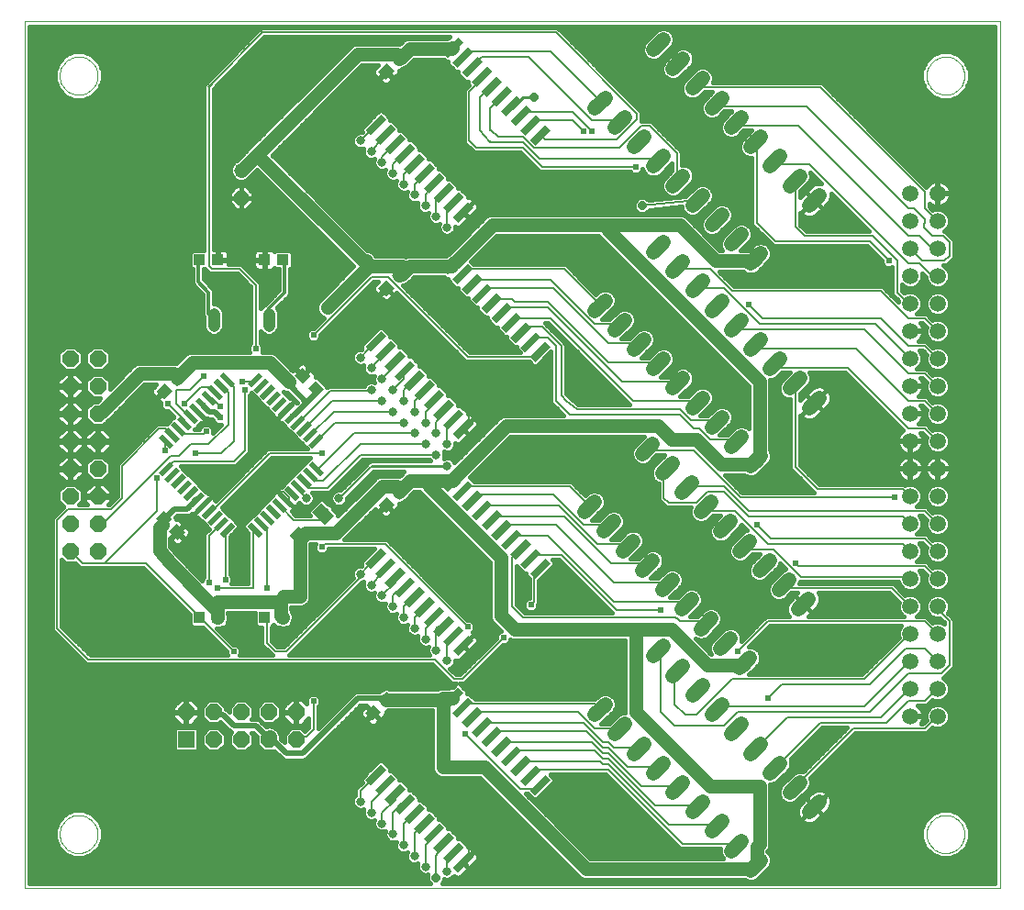
<source format=gtl>
G75*
G70*
%OFA0B0*%
%FSLAX24Y24*%
%IPPOS*%
%LPD*%
%AMOC8*
5,1,8,0,0,1.08239X$1,22.5*
%
%ADD10C,0.0000*%
%ADD11R,0.0394X0.0433*%
%ADD12C,0.0440*%
%ADD13R,0.0433X0.0394*%
%ADD14R,0.0472X0.0630*%
%ADD15C,0.0520*%
%ADD16R,0.0260X0.0800*%
%ADD17R,0.0591X0.0197*%
%ADD18R,0.0197X0.0591*%
%ADD19C,0.0594*%
%ADD20OC8,0.0600*%
%ADD21R,0.0600X0.0600*%
%ADD22OC8,0.0520*%
%ADD23C,0.0520*%
%ADD24C,0.0060*%
%ADD25C,0.0240*%
%ADD26C,0.0500*%
%ADD27C,0.0200*%
%ADD28C,0.0120*%
%ADD29C,0.0080*%
%ADD30C,0.0160*%
%ADD31C,0.0356*%
%ADD32C,0.0317*%
%ADD33C,0.0100*%
%ADD34OC8,0.0317*%
D10*
X002542Y004117D02*
X002542Y035613D01*
X037975Y035613D01*
X037975Y004117D01*
X002542Y004117D01*
X003822Y006086D02*
X003824Y006138D01*
X003830Y006190D01*
X003840Y006241D01*
X003853Y006291D01*
X003871Y006341D01*
X003892Y006388D01*
X003916Y006434D01*
X003945Y006478D01*
X003976Y006520D01*
X004010Y006559D01*
X004047Y006596D01*
X004087Y006629D01*
X004130Y006660D01*
X004174Y006687D01*
X004220Y006711D01*
X004269Y006731D01*
X004318Y006747D01*
X004369Y006760D01*
X004420Y006769D01*
X004472Y006774D01*
X004524Y006775D01*
X004576Y006772D01*
X004628Y006765D01*
X004679Y006754D01*
X004729Y006740D01*
X004778Y006721D01*
X004825Y006699D01*
X004870Y006674D01*
X004914Y006645D01*
X004955Y006613D01*
X004994Y006578D01*
X005029Y006540D01*
X005062Y006499D01*
X005092Y006457D01*
X005118Y006412D01*
X005141Y006365D01*
X005160Y006316D01*
X005176Y006266D01*
X005188Y006216D01*
X005196Y006164D01*
X005200Y006112D01*
X005200Y006060D01*
X005196Y006008D01*
X005188Y005956D01*
X005176Y005906D01*
X005160Y005856D01*
X005141Y005807D01*
X005118Y005760D01*
X005092Y005715D01*
X005062Y005673D01*
X005029Y005632D01*
X004994Y005594D01*
X004955Y005559D01*
X004914Y005527D01*
X004870Y005498D01*
X004825Y005473D01*
X004778Y005451D01*
X004729Y005432D01*
X004679Y005418D01*
X004628Y005407D01*
X004576Y005400D01*
X004524Y005397D01*
X004472Y005398D01*
X004420Y005403D01*
X004369Y005412D01*
X004318Y005425D01*
X004269Y005441D01*
X004220Y005461D01*
X004174Y005485D01*
X004130Y005512D01*
X004087Y005543D01*
X004047Y005576D01*
X004010Y005613D01*
X003976Y005652D01*
X003945Y005694D01*
X003916Y005738D01*
X003892Y005784D01*
X003871Y005831D01*
X003853Y005881D01*
X003840Y005931D01*
X003830Y005982D01*
X003824Y006034D01*
X003822Y006086D01*
X003822Y033645D02*
X003824Y033697D01*
X003830Y033749D01*
X003840Y033800D01*
X003853Y033850D01*
X003871Y033900D01*
X003892Y033947D01*
X003916Y033993D01*
X003945Y034037D01*
X003976Y034079D01*
X004010Y034118D01*
X004047Y034155D01*
X004087Y034188D01*
X004130Y034219D01*
X004174Y034246D01*
X004220Y034270D01*
X004269Y034290D01*
X004318Y034306D01*
X004369Y034319D01*
X004420Y034328D01*
X004472Y034333D01*
X004524Y034334D01*
X004576Y034331D01*
X004628Y034324D01*
X004679Y034313D01*
X004729Y034299D01*
X004778Y034280D01*
X004825Y034258D01*
X004870Y034233D01*
X004914Y034204D01*
X004955Y034172D01*
X004994Y034137D01*
X005029Y034099D01*
X005062Y034058D01*
X005092Y034016D01*
X005118Y033971D01*
X005141Y033924D01*
X005160Y033875D01*
X005176Y033825D01*
X005188Y033775D01*
X005196Y033723D01*
X005200Y033671D01*
X005200Y033619D01*
X005196Y033567D01*
X005188Y033515D01*
X005176Y033465D01*
X005160Y033415D01*
X005141Y033366D01*
X005118Y033319D01*
X005092Y033274D01*
X005062Y033232D01*
X005029Y033191D01*
X004994Y033153D01*
X004955Y033118D01*
X004914Y033086D01*
X004870Y033057D01*
X004825Y033032D01*
X004778Y033010D01*
X004729Y032991D01*
X004679Y032977D01*
X004628Y032966D01*
X004576Y032959D01*
X004524Y032956D01*
X004472Y032957D01*
X004420Y032962D01*
X004369Y032971D01*
X004318Y032984D01*
X004269Y033000D01*
X004220Y033020D01*
X004174Y033044D01*
X004130Y033071D01*
X004087Y033102D01*
X004047Y033135D01*
X004010Y033172D01*
X003976Y033211D01*
X003945Y033253D01*
X003916Y033297D01*
X003892Y033343D01*
X003871Y033390D01*
X003853Y033440D01*
X003840Y033490D01*
X003830Y033541D01*
X003824Y033593D01*
X003822Y033645D01*
X035318Y033645D02*
X035320Y033697D01*
X035326Y033749D01*
X035336Y033800D01*
X035349Y033850D01*
X035367Y033900D01*
X035388Y033947D01*
X035412Y033993D01*
X035441Y034037D01*
X035472Y034079D01*
X035506Y034118D01*
X035543Y034155D01*
X035583Y034188D01*
X035626Y034219D01*
X035670Y034246D01*
X035716Y034270D01*
X035765Y034290D01*
X035814Y034306D01*
X035865Y034319D01*
X035916Y034328D01*
X035968Y034333D01*
X036020Y034334D01*
X036072Y034331D01*
X036124Y034324D01*
X036175Y034313D01*
X036225Y034299D01*
X036274Y034280D01*
X036321Y034258D01*
X036366Y034233D01*
X036410Y034204D01*
X036451Y034172D01*
X036490Y034137D01*
X036525Y034099D01*
X036558Y034058D01*
X036588Y034016D01*
X036614Y033971D01*
X036637Y033924D01*
X036656Y033875D01*
X036672Y033825D01*
X036684Y033775D01*
X036692Y033723D01*
X036696Y033671D01*
X036696Y033619D01*
X036692Y033567D01*
X036684Y033515D01*
X036672Y033465D01*
X036656Y033415D01*
X036637Y033366D01*
X036614Y033319D01*
X036588Y033274D01*
X036558Y033232D01*
X036525Y033191D01*
X036490Y033153D01*
X036451Y033118D01*
X036410Y033086D01*
X036366Y033057D01*
X036321Y033032D01*
X036274Y033010D01*
X036225Y032991D01*
X036175Y032977D01*
X036124Y032966D01*
X036072Y032959D01*
X036020Y032956D01*
X035968Y032957D01*
X035916Y032962D01*
X035865Y032971D01*
X035814Y032984D01*
X035765Y033000D01*
X035716Y033020D01*
X035670Y033044D01*
X035626Y033071D01*
X035583Y033102D01*
X035543Y033135D01*
X035506Y033172D01*
X035472Y033211D01*
X035441Y033253D01*
X035412Y033297D01*
X035388Y033343D01*
X035367Y033390D01*
X035349Y033440D01*
X035336Y033490D01*
X035326Y033541D01*
X035320Y033593D01*
X035318Y033645D01*
X035318Y006086D02*
X035320Y006138D01*
X035326Y006190D01*
X035336Y006241D01*
X035349Y006291D01*
X035367Y006341D01*
X035388Y006388D01*
X035412Y006434D01*
X035441Y006478D01*
X035472Y006520D01*
X035506Y006559D01*
X035543Y006596D01*
X035583Y006629D01*
X035626Y006660D01*
X035670Y006687D01*
X035716Y006711D01*
X035765Y006731D01*
X035814Y006747D01*
X035865Y006760D01*
X035916Y006769D01*
X035968Y006774D01*
X036020Y006775D01*
X036072Y006772D01*
X036124Y006765D01*
X036175Y006754D01*
X036225Y006740D01*
X036274Y006721D01*
X036321Y006699D01*
X036366Y006674D01*
X036410Y006645D01*
X036451Y006613D01*
X036490Y006578D01*
X036525Y006540D01*
X036558Y006499D01*
X036588Y006457D01*
X036614Y006412D01*
X036637Y006365D01*
X036656Y006316D01*
X036672Y006266D01*
X036684Y006216D01*
X036692Y006164D01*
X036696Y006112D01*
X036696Y006060D01*
X036692Y006008D01*
X036684Y005956D01*
X036672Y005906D01*
X036656Y005856D01*
X036637Y005807D01*
X036614Y005760D01*
X036588Y005715D01*
X036558Y005673D01*
X036525Y005632D01*
X036490Y005594D01*
X036451Y005559D01*
X036410Y005527D01*
X036366Y005498D01*
X036321Y005473D01*
X036274Y005451D01*
X036225Y005432D01*
X036175Y005418D01*
X036124Y005407D01*
X036072Y005400D01*
X036020Y005397D01*
X035968Y005398D01*
X035916Y005403D01*
X035865Y005412D01*
X035814Y005425D01*
X035765Y005441D01*
X035716Y005461D01*
X035670Y005485D01*
X035626Y005512D01*
X035583Y005543D01*
X035543Y005576D01*
X035506Y005613D01*
X035472Y005652D01*
X035441Y005694D01*
X035412Y005738D01*
X035388Y005784D01*
X035367Y005831D01*
X035349Y005881D01*
X035336Y005931D01*
X035326Y005982D01*
X035320Y006034D01*
X035318Y006086D01*
D11*
X011932Y013960D03*
X011263Y013960D03*
X009570Y013960D03*
X008900Y013960D03*
D12*
X009416Y024566D02*
X009416Y025006D01*
X011416Y025006D02*
X011416Y024566D01*
D13*
G36*
X012646Y023033D02*
X012951Y022728D01*
X012672Y022449D01*
X012367Y022754D01*
X012646Y023033D01*
G37*
G36*
X013119Y022559D02*
X013424Y022254D01*
X013145Y021975D01*
X012840Y022280D01*
X013119Y022559D01*
G37*
G36*
X015983Y025941D02*
X015678Y025636D01*
X015399Y025915D01*
X015704Y026220D01*
X015983Y025941D01*
G37*
G36*
X016457Y026414D02*
X016152Y026109D01*
X015873Y026388D01*
X016178Y026693D01*
X016457Y026414D01*
G37*
X011932Y026952D03*
X011263Y026952D03*
X009570Y026952D03*
X008900Y026952D03*
G36*
X007802Y022648D02*
X008107Y022953D01*
X008386Y022674D01*
X008081Y022369D01*
X007802Y022648D01*
G37*
G36*
X007329Y022174D02*
X007634Y022479D01*
X007913Y022200D01*
X007608Y021895D01*
X007329Y022174D01*
G37*
G36*
X007634Y017251D02*
X007329Y017556D01*
X007608Y017835D01*
X007913Y017530D01*
X007634Y017251D01*
G37*
G36*
X008107Y016777D02*
X007802Y017082D01*
X008081Y017361D01*
X008386Y017056D01*
X008107Y016777D01*
G37*
G36*
X015503Y010513D02*
X015198Y010208D01*
X014919Y010487D01*
X015224Y010792D01*
X015503Y010513D01*
G37*
G36*
X015977Y010986D02*
X015672Y010681D01*
X015393Y010960D01*
X015698Y011265D01*
X015977Y010986D01*
G37*
G36*
X015983Y018067D02*
X015678Y017762D01*
X015399Y018041D01*
X015704Y018346D01*
X015983Y018067D01*
G37*
G36*
X016457Y018540D02*
X016152Y018235D01*
X015873Y018514D01*
X016178Y018819D01*
X016457Y018540D01*
G37*
G36*
X015983Y033815D02*
X015678Y033510D01*
X015399Y033789D01*
X015704Y034094D01*
X015983Y033815D01*
G37*
G36*
X016457Y034288D02*
X016152Y033983D01*
X015873Y034262D01*
X016178Y034567D01*
X016457Y034288D01*
G37*
D14*
G36*
X013782Y017669D02*
X013448Y017335D01*
X013004Y017779D01*
X013338Y018113D01*
X013782Y017669D01*
G37*
G36*
X012947Y016833D02*
X012613Y016499D01*
X012169Y016943D01*
X012503Y017277D01*
X012947Y016833D01*
G37*
D15*
X022879Y017788D02*
X023246Y018155D01*
X023954Y017448D02*
X023586Y017080D01*
X024293Y016373D02*
X024661Y016741D01*
X025368Y016034D02*
X025000Y015666D01*
X025707Y014959D02*
X026075Y015327D01*
X026782Y014620D02*
X026414Y014252D01*
X027121Y013545D02*
X027489Y013913D01*
X028196Y013205D02*
X027828Y012838D01*
X028536Y012131D02*
X028903Y012498D01*
X027176Y011500D02*
X026808Y011132D01*
X027515Y010425D02*
X027883Y010793D01*
X028590Y010086D02*
X028222Y009718D01*
X028929Y009011D02*
X029297Y009379D01*
X030004Y008672D02*
X029636Y008304D01*
X030343Y007597D02*
X030711Y007965D01*
X031418Y007257D02*
X031051Y006890D01*
X029297Y005136D02*
X028929Y004768D01*
X028222Y005476D02*
X028590Y005843D01*
X027883Y006550D02*
X027515Y006183D01*
X026808Y006890D02*
X027176Y007257D01*
X026469Y007965D02*
X026101Y007597D01*
X025394Y008304D02*
X025761Y008672D01*
X025054Y009379D02*
X024687Y009011D01*
X023980Y009718D02*
X024347Y010086D01*
X023640Y010793D02*
X023272Y010425D01*
X025394Y012547D02*
X025761Y012914D01*
X026469Y012207D02*
X026101Y011840D01*
X029950Y014959D02*
X030317Y015327D01*
X029610Y016034D02*
X029243Y015666D01*
X028536Y016373D02*
X028903Y016741D01*
X028196Y017448D02*
X027828Y017080D01*
X027121Y017788D02*
X027489Y018155D01*
X026782Y018862D02*
X026414Y018495D01*
X025707Y019202D02*
X026075Y019569D01*
X025368Y020277D02*
X025000Y019909D01*
X026808Y021575D02*
X027176Y021943D01*
X026469Y022650D02*
X026101Y022282D01*
X025394Y022989D02*
X025761Y023357D01*
X025054Y024064D02*
X024687Y023696D01*
X023980Y024403D02*
X024347Y024771D01*
X023640Y025478D02*
X023272Y025110D01*
X025394Y027232D02*
X025761Y027599D01*
X026469Y026892D02*
X026101Y026525D01*
X026808Y025817D02*
X027176Y026185D01*
X027883Y025478D02*
X027515Y025110D01*
X028222Y024403D02*
X028590Y024771D01*
X029297Y024064D02*
X028929Y023696D01*
X029636Y022989D02*
X030004Y023357D01*
X030711Y022650D02*
X030343Y022282D01*
X031051Y021575D02*
X031418Y021943D01*
X029297Y019821D02*
X028929Y019454D01*
X028222Y020161D02*
X028590Y020528D01*
X027883Y021235D02*
X027515Y020868D01*
X028929Y026816D02*
X029297Y027183D01*
X028590Y027891D02*
X028222Y027523D01*
X027515Y028230D02*
X027883Y028598D01*
X027176Y029305D02*
X026808Y028937D01*
X026101Y029644D02*
X026469Y030012D01*
X025761Y030719D02*
X025394Y030351D01*
X024687Y031058D02*
X025054Y031426D01*
X024347Y032133D02*
X023980Y031765D01*
X023272Y032473D02*
X023640Y032840D01*
X025394Y034594D02*
X025761Y034962D01*
X026469Y034254D02*
X026101Y033887D01*
X026808Y033180D02*
X027176Y033547D01*
X027883Y032840D02*
X027515Y032473D01*
X028222Y031765D02*
X028590Y032133D01*
X029297Y031426D02*
X028929Y031058D01*
X029636Y030351D02*
X030004Y030719D01*
X030711Y030012D02*
X030343Y029644D01*
X031051Y028937D02*
X031418Y029305D01*
X031025Y014620D02*
X030657Y014252D01*
D16*
G36*
X021091Y015363D02*
X020907Y015547D01*
X021471Y016111D01*
X021655Y015927D01*
X021091Y015363D01*
G37*
G36*
X020738Y015717D02*
X020554Y015901D01*
X021118Y016465D01*
X021302Y016281D01*
X020738Y015717D01*
G37*
G36*
X020384Y016070D02*
X020200Y016254D01*
X020764Y016818D01*
X020948Y016634D01*
X020384Y016070D01*
G37*
G36*
X020031Y016424D02*
X019847Y016608D01*
X020411Y017172D01*
X020595Y016988D01*
X020031Y016424D01*
G37*
G36*
X019677Y016777D02*
X019493Y016961D01*
X020057Y017525D01*
X020241Y017341D01*
X019677Y016777D01*
G37*
G36*
X019324Y017131D02*
X019140Y017315D01*
X019704Y017879D01*
X019888Y017695D01*
X019324Y017131D01*
G37*
G36*
X018970Y017484D02*
X018786Y017668D01*
X019350Y018232D01*
X019534Y018048D01*
X018970Y017484D01*
G37*
G36*
X018616Y017838D02*
X018432Y018022D01*
X018996Y018586D01*
X019180Y018402D01*
X018616Y017838D01*
G37*
G36*
X018263Y018192D02*
X018079Y018376D01*
X018643Y018940D01*
X018827Y018756D01*
X018263Y018192D01*
G37*
G36*
X017909Y018545D02*
X017725Y018729D01*
X018289Y019293D01*
X018473Y019109D01*
X017909Y018545D01*
G37*
G36*
X018291Y020437D02*
X018107Y020621D01*
X018671Y021185D01*
X018855Y021001D01*
X018291Y020437D01*
G37*
G36*
X017938Y020791D02*
X017754Y020975D01*
X018318Y021539D01*
X018502Y021355D01*
X017938Y020791D01*
G37*
G36*
X017584Y021144D02*
X017400Y021328D01*
X017964Y021892D01*
X018148Y021708D01*
X017584Y021144D01*
G37*
G36*
X017230Y021498D02*
X017046Y021682D01*
X017610Y022246D01*
X017794Y022062D01*
X017230Y021498D01*
G37*
G36*
X016877Y021851D02*
X016693Y022035D01*
X017257Y022599D01*
X017441Y022415D01*
X016877Y021851D01*
G37*
G36*
X016523Y022205D02*
X016339Y022389D01*
X016903Y022953D01*
X017087Y022769D01*
X016523Y022205D01*
G37*
G36*
X016170Y022558D02*
X015986Y022742D01*
X016550Y023306D01*
X016734Y023122D01*
X016170Y022558D01*
G37*
G36*
X015816Y022912D02*
X015632Y023096D01*
X016196Y023660D01*
X016380Y023476D01*
X015816Y022912D01*
G37*
G36*
X015463Y023265D02*
X015279Y023449D01*
X015843Y024013D01*
X016027Y023829D01*
X015463Y023265D01*
G37*
G36*
X015109Y023619D02*
X014925Y023803D01*
X015489Y024367D01*
X015673Y024183D01*
X015109Y023619D01*
G37*
G36*
X017909Y026419D02*
X017725Y026603D01*
X018289Y027167D01*
X018473Y026983D01*
X017909Y026419D01*
G37*
G36*
X018263Y026066D02*
X018079Y026250D01*
X018643Y026814D01*
X018827Y026630D01*
X018263Y026066D01*
G37*
G36*
X018616Y025712D02*
X018432Y025896D01*
X018996Y026460D01*
X019180Y026276D01*
X018616Y025712D01*
G37*
G36*
X018970Y025358D02*
X018786Y025542D01*
X019350Y026106D01*
X019534Y025922D01*
X018970Y025358D01*
G37*
G36*
X019324Y025005D02*
X019140Y025189D01*
X019704Y025753D01*
X019888Y025569D01*
X019324Y025005D01*
G37*
G36*
X019677Y024651D02*
X019493Y024835D01*
X020057Y025399D01*
X020241Y025215D01*
X019677Y024651D01*
G37*
G36*
X020031Y024298D02*
X019847Y024482D01*
X020411Y025046D01*
X020595Y024862D01*
X020031Y024298D01*
G37*
G36*
X020384Y023944D02*
X020200Y024128D01*
X020764Y024692D01*
X020948Y024508D01*
X020384Y023944D01*
G37*
G36*
X020738Y023591D02*
X020554Y023775D01*
X021118Y024339D01*
X021302Y024155D01*
X020738Y023591D01*
G37*
G36*
X021091Y023237D02*
X020907Y023421D01*
X021471Y023985D01*
X021655Y023801D01*
X021091Y023237D01*
G37*
G36*
X018291Y028311D02*
X018107Y028495D01*
X018671Y029059D01*
X018855Y028875D01*
X018291Y028311D01*
G37*
G36*
X017938Y028665D02*
X017754Y028849D01*
X018318Y029413D01*
X018502Y029229D01*
X017938Y028665D01*
G37*
G36*
X017584Y029018D02*
X017400Y029202D01*
X017964Y029766D01*
X018148Y029582D01*
X017584Y029018D01*
G37*
G36*
X017230Y029372D02*
X017046Y029556D01*
X017610Y030120D01*
X017794Y029936D01*
X017230Y029372D01*
G37*
G36*
X016877Y029725D02*
X016693Y029909D01*
X017257Y030473D01*
X017441Y030289D01*
X016877Y029725D01*
G37*
G36*
X016523Y030079D02*
X016339Y030263D01*
X016903Y030827D01*
X017087Y030643D01*
X016523Y030079D01*
G37*
G36*
X016170Y030432D02*
X015986Y030616D01*
X016550Y031180D01*
X016734Y030996D01*
X016170Y030432D01*
G37*
G36*
X015816Y030786D02*
X015632Y030970D01*
X016196Y031534D01*
X016380Y031350D01*
X015816Y030786D01*
G37*
G36*
X015463Y031139D02*
X015279Y031323D01*
X015843Y031887D01*
X016027Y031703D01*
X015463Y031139D01*
G37*
G36*
X015109Y031493D02*
X014925Y031677D01*
X015489Y032241D01*
X015673Y032057D01*
X015109Y031493D01*
G37*
G36*
X017909Y034293D02*
X017725Y034477D01*
X018289Y035041D01*
X018473Y034857D01*
X017909Y034293D01*
G37*
G36*
X018263Y033940D02*
X018079Y034124D01*
X018643Y034688D01*
X018827Y034504D01*
X018263Y033940D01*
G37*
G36*
X018616Y033586D02*
X018432Y033770D01*
X018996Y034334D01*
X019180Y034150D01*
X018616Y033586D01*
G37*
G36*
X018970Y033232D02*
X018786Y033416D01*
X019350Y033980D01*
X019534Y033796D01*
X018970Y033232D01*
G37*
G36*
X019324Y032879D02*
X019140Y033063D01*
X019704Y033627D01*
X019888Y033443D01*
X019324Y032879D01*
G37*
G36*
X019677Y032525D02*
X019493Y032709D01*
X020057Y033273D01*
X020241Y033089D01*
X019677Y032525D01*
G37*
G36*
X020031Y032172D02*
X019847Y032356D01*
X020411Y032920D01*
X020595Y032736D01*
X020031Y032172D01*
G37*
G36*
X020384Y031818D02*
X020200Y032002D01*
X020764Y032566D01*
X020948Y032382D01*
X020384Y031818D01*
G37*
G36*
X020738Y031465D02*
X020554Y031649D01*
X021118Y032213D01*
X021302Y032029D01*
X020738Y031465D01*
G37*
G36*
X021091Y031111D02*
X020907Y031295D01*
X021471Y031859D01*
X021655Y031675D01*
X021091Y031111D01*
G37*
G36*
X015109Y015745D02*
X014925Y015929D01*
X015489Y016493D01*
X015673Y016309D01*
X015109Y015745D01*
G37*
G36*
X015463Y015391D02*
X015279Y015575D01*
X015843Y016139D01*
X016027Y015955D01*
X015463Y015391D01*
G37*
G36*
X015816Y015038D02*
X015632Y015222D01*
X016196Y015786D01*
X016380Y015602D01*
X015816Y015038D01*
G37*
G36*
X016170Y014684D02*
X015986Y014868D01*
X016550Y015432D01*
X016734Y015248D01*
X016170Y014684D01*
G37*
G36*
X016523Y014331D02*
X016339Y014515D01*
X016903Y015079D01*
X017087Y014895D01*
X016523Y014331D01*
G37*
G36*
X016877Y013977D02*
X016693Y014161D01*
X017257Y014725D01*
X017441Y014541D01*
X016877Y013977D01*
G37*
G36*
X017230Y013624D02*
X017046Y013808D01*
X017610Y014372D01*
X017794Y014188D01*
X017230Y013624D01*
G37*
G36*
X017584Y013270D02*
X017400Y013454D01*
X017964Y014018D01*
X018148Y013834D01*
X017584Y013270D01*
G37*
G36*
X017938Y012917D02*
X017754Y013101D01*
X018318Y013665D01*
X018502Y013481D01*
X017938Y012917D01*
G37*
G36*
X018291Y012563D02*
X018107Y012747D01*
X018671Y013311D01*
X018855Y013127D01*
X018291Y012563D01*
G37*
G36*
X017909Y010671D02*
X017725Y010855D01*
X018289Y011419D01*
X018473Y011235D01*
X017909Y010671D01*
G37*
G36*
X018263Y010318D02*
X018079Y010502D01*
X018643Y011066D01*
X018827Y010882D01*
X018263Y010318D01*
G37*
G36*
X018616Y009964D02*
X018432Y010148D01*
X018996Y010712D01*
X019180Y010528D01*
X018616Y009964D01*
G37*
G36*
X018970Y009610D02*
X018786Y009794D01*
X019350Y010358D01*
X019534Y010174D01*
X018970Y009610D01*
G37*
G36*
X019324Y009257D02*
X019140Y009441D01*
X019704Y010005D01*
X019888Y009821D01*
X019324Y009257D01*
G37*
G36*
X019677Y008903D02*
X019493Y009087D01*
X020057Y009651D01*
X020241Y009467D01*
X019677Y008903D01*
G37*
G36*
X020031Y008550D02*
X019847Y008734D01*
X020411Y009298D01*
X020595Y009114D01*
X020031Y008550D01*
G37*
G36*
X020384Y008196D02*
X020200Y008380D01*
X020764Y008944D01*
X020948Y008760D01*
X020384Y008196D01*
G37*
G36*
X020738Y007843D02*
X020554Y008027D01*
X021118Y008591D01*
X021302Y008407D01*
X020738Y007843D01*
G37*
G36*
X021091Y007489D02*
X020907Y007673D01*
X021471Y008237D01*
X021655Y008053D01*
X021091Y007489D01*
G37*
G36*
X018291Y004689D02*
X018107Y004873D01*
X018671Y005437D01*
X018855Y005253D01*
X018291Y004689D01*
G37*
G36*
X017938Y005043D02*
X017754Y005227D01*
X018318Y005791D01*
X018502Y005607D01*
X017938Y005043D01*
G37*
G36*
X017584Y005396D02*
X017400Y005580D01*
X017964Y006144D01*
X018148Y005960D01*
X017584Y005396D01*
G37*
G36*
X017230Y005750D02*
X017046Y005934D01*
X017610Y006498D01*
X017794Y006314D01*
X017230Y005750D01*
G37*
G36*
X016877Y006103D02*
X016693Y006287D01*
X017257Y006851D01*
X017441Y006667D01*
X016877Y006103D01*
G37*
G36*
X016523Y006457D02*
X016339Y006641D01*
X016903Y007205D01*
X017087Y007021D01*
X016523Y006457D01*
G37*
G36*
X016170Y006810D02*
X015986Y006994D01*
X016550Y007558D01*
X016734Y007374D01*
X016170Y006810D01*
G37*
G36*
X015816Y007164D02*
X015632Y007348D01*
X016196Y007912D01*
X016380Y007728D01*
X015816Y007164D01*
G37*
G36*
X015463Y007517D02*
X015279Y007701D01*
X015843Y008265D01*
X016027Y008081D01*
X015463Y007517D01*
G37*
G36*
X015109Y007871D02*
X014925Y008055D01*
X015489Y008619D01*
X015673Y008435D01*
X015109Y007871D01*
G37*
D17*
G36*
X011056Y016860D02*
X010640Y017276D01*
X010778Y017414D01*
X011194Y016998D01*
X011056Y016860D01*
G37*
G36*
X011279Y017083D02*
X010863Y017499D01*
X011001Y017637D01*
X011417Y017221D01*
X011279Y017083D01*
G37*
G36*
X011502Y017305D02*
X011086Y017721D01*
X011224Y017859D01*
X011640Y017443D01*
X011502Y017305D01*
G37*
G36*
X011724Y017528D02*
X011308Y017944D01*
X011446Y018082D01*
X011862Y017666D01*
X011724Y017528D01*
G37*
G36*
X011947Y017751D02*
X011531Y018167D01*
X011669Y018305D01*
X012085Y017889D01*
X011947Y017751D01*
G37*
G36*
X012170Y017973D02*
X011754Y018389D01*
X011892Y018527D01*
X012308Y018111D01*
X012170Y017973D01*
G37*
G36*
X012393Y018196D02*
X011977Y018612D01*
X012115Y018750D01*
X012531Y018334D01*
X012393Y018196D01*
G37*
G36*
X012615Y018419D02*
X012199Y018835D01*
X012337Y018973D01*
X012753Y018557D01*
X012615Y018419D01*
G37*
G36*
X012838Y018642D02*
X012422Y019058D01*
X012560Y019196D01*
X012976Y018780D01*
X012838Y018642D01*
G37*
G36*
X013061Y018864D02*
X012645Y019280D01*
X012783Y019418D01*
X013199Y019002D01*
X013061Y018864D01*
G37*
G36*
X013283Y019087D02*
X012867Y019503D01*
X013005Y019641D01*
X013421Y019225D01*
X013283Y019087D01*
G37*
G36*
X009609Y021871D02*
X009193Y022287D01*
X009331Y022425D01*
X009747Y022009D01*
X009609Y021871D01*
G37*
G36*
X009386Y021648D02*
X008970Y022064D01*
X009108Y022202D01*
X009524Y021786D01*
X009386Y021648D01*
G37*
G36*
X009163Y021425D02*
X008747Y021841D01*
X008885Y021979D01*
X009301Y021563D01*
X009163Y021425D01*
G37*
G36*
X008941Y021203D02*
X008525Y021619D01*
X008663Y021757D01*
X009079Y021341D01*
X008941Y021203D01*
G37*
G36*
X008718Y020980D02*
X008302Y021396D01*
X008440Y021534D01*
X008856Y021118D01*
X008718Y020980D01*
G37*
G36*
X008495Y020757D02*
X008079Y021173D01*
X008217Y021311D01*
X008633Y020895D01*
X008495Y020757D01*
G37*
G36*
X008272Y020535D02*
X007856Y020951D01*
X007994Y021089D01*
X008410Y020673D01*
X008272Y020535D01*
G37*
G36*
X008050Y020312D02*
X007634Y020728D01*
X007772Y020866D01*
X008188Y020450D01*
X008050Y020312D01*
G37*
G36*
X007827Y020089D02*
X007411Y020505D01*
X007549Y020643D01*
X007965Y020227D01*
X007827Y020089D01*
G37*
G36*
X009831Y022094D02*
X009415Y022510D01*
X009553Y022648D01*
X009969Y022232D01*
X009831Y022094D01*
G37*
G36*
X010054Y022316D02*
X009638Y022732D01*
X009776Y022870D01*
X010192Y022454D01*
X010054Y022316D01*
G37*
D18*
G36*
X010778Y022316D02*
X010640Y022454D01*
X011056Y022870D01*
X011194Y022732D01*
X010778Y022316D01*
G37*
G36*
X011001Y022094D02*
X010863Y022232D01*
X011279Y022648D01*
X011417Y022510D01*
X011001Y022094D01*
G37*
G36*
X011224Y021871D02*
X011086Y022009D01*
X011502Y022425D01*
X011640Y022287D01*
X011224Y021871D01*
G37*
G36*
X011446Y021648D02*
X011308Y021786D01*
X011724Y022202D01*
X011862Y022064D01*
X011446Y021648D01*
G37*
G36*
X011669Y021425D02*
X011531Y021563D01*
X011947Y021979D01*
X012085Y021841D01*
X011669Y021425D01*
G37*
G36*
X011892Y021203D02*
X011754Y021341D01*
X012170Y021757D01*
X012308Y021619D01*
X011892Y021203D01*
G37*
G36*
X012115Y020980D02*
X011977Y021118D01*
X012393Y021534D01*
X012531Y021396D01*
X012115Y020980D01*
G37*
G36*
X012337Y020757D02*
X012199Y020895D01*
X012615Y021311D01*
X012753Y021173D01*
X012337Y020757D01*
G37*
G36*
X012560Y020535D02*
X012422Y020673D01*
X012838Y021089D01*
X012976Y020951D01*
X012560Y020535D01*
G37*
G36*
X012783Y020312D02*
X012645Y020450D01*
X013061Y020866D01*
X013199Y020728D01*
X012783Y020312D01*
G37*
G36*
X013005Y020089D02*
X012867Y020227D01*
X013283Y020643D01*
X013421Y020505D01*
X013005Y020089D01*
G37*
G36*
X009776Y016860D02*
X009638Y016998D01*
X010054Y017414D01*
X010192Y017276D01*
X009776Y016860D01*
G37*
G36*
X009553Y017083D02*
X009415Y017221D01*
X009831Y017637D01*
X009969Y017499D01*
X009553Y017083D01*
G37*
G36*
X009331Y017305D02*
X009193Y017443D01*
X009609Y017859D01*
X009747Y017721D01*
X009331Y017305D01*
G37*
G36*
X009108Y017528D02*
X008970Y017666D01*
X009386Y018082D01*
X009524Y017944D01*
X009108Y017528D01*
G37*
G36*
X008885Y017751D02*
X008747Y017889D01*
X009163Y018305D01*
X009301Y018167D01*
X008885Y017751D01*
G37*
G36*
X008663Y017973D02*
X008525Y018111D01*
X008941Y018527D01*
X009079Y018389D01*
X008663Y017973D01*
G37*
G36*
X008440Y018196D02*
X008302Y018334D01*
X008718Y018750D01*
X008856Y018612D01*
X008440Y018196D01*
G37*
G36*
X008217Y018419D02*
X008079Y018557D01*
X008495Y018973D01*
X008633Y018835D01*
X008217Y018419D01*
G37*
G36*
X007994Y018642D02*
X007856Y018780D01*
X008272Y019196D01*
X008410Y019058D01*
X007994Y018642D01*
G37*
G36*
X007772Y018864D02*
X007634Y019002D01*
X008050Y019418D01*
X008188Y019280D01*
X007772Y018864D01*
G37*
G36*
X007549Y019087D02*
X007411Y019225D01*
X007827Y019641D01*
X007965Y019503D01*
X007549Y019087D01*
G37*
D19*
X034719Y019365D03*
X034719Y020365D03*
X034719Y021365D03*
X034719Y022365D03*
X034719Y023365D03*
X034719Y024365D03*
X034719Y025365D03*
X034719Y026365D03*
X034719Y027365D03*
X034719Y028365D03*
X034719Y029365D03*
X035719Y029365D03*
X035719Y028365D03*
X035719Y027365D03*
X035719Y026365D03*
X035719Y025365D03*
X035719Y024365D03*
X035719Y023365D03*
X035719Y022365D03*
X035719Y021365D03*
X035719Y020365D03*
X035719Y019365D03*
X035719Y018365D03*
X034719Y018365D03*
X034719Y017365D03*
X034719Y016365D03*
X034719Y015365D03*
X034719Y014365D03*
X034719Y013365D03*
X034719Y012365D03*
X034719Y011365D03*
X034719Y010365D03*
X035719Y010365D03*
X035719Y011365D03*
X035719Y012365D03*
X035719Y013365D03*
X035719Y014365D03*
X035719Y015365D03*
X035719Y016365D03*
X035719Y017365D03*
D20*
X012416Y010523D03*
X011416Y010523D03*
X010416Y010523D03*
X010416Y009523D03*
X011416Y009523D03*
X012416Y009523D03*
X009416Y009523D03*
X009416Y010523D03*
X008416Y010523D03*
X005208Y016365D03*
X005208Y017365D03*
X005208Y018365D03*
X005208Y019365D03*
X005208Y020365D03*
X005208Y021365D03*
X005208Y022365D03*
X005208Y023365D03*
X004208Y023365D03*
X004208Y022365D03*
X004208Y021365D03*
X004208Y020365D03*
X004208Y019365D03*
X004208Y018365D03*
X004208Y017365D03*
X004208Y016365D03*
D21*
X008416Y009523D03*
D22*
X010416Y029208D03*
D23*
X010416Y030208D03*
D24*
X009242Y033217D02*
X009342Y033317D01*
X009322Y033337D01*
X009235Y033251D01*
X009242Y033249D02*
X009242Y033217D01*
X009242Y026717D01*
X009342Y026617D01*
X010357Y026617D01*
X010942Y026032D01*
X010942Y023717D01*
X010917Y022593D02*
X010842Y022517D01*
X010442Y022517D01*
X010542Y022217D02*
X010542Y020017D01*
X010142Y019617D01*
X007942Y019617D01*
X007742Y019417D01*
X007688Y019364D01*
X007842Y019817D02*
X005442Y017417D01*
X005242Y017417D01*
X005208Y017365D01*
X005692Y017897D02*
X006086Y018290D01*
X006086Y018290D01*
X006086Y019471D01*
X007431Y020817D01*
X007642Y020817D01*
X007842Y020617D01*
X007911Y020589D01*
X008142Y020717D02*
X008133Y020812D01*
X008142Y020717D02*
X008242Y020617D01*
X009042Y020617D01*
X009142Y020717D01*
X009235Y020259D02*
X008584Y020259D01*
X008142Y019817D01*
X007842Y019817D01*
X007642Y020017D02*
X007642Y020317D01*
X007688Y020366D01*
X008356Y021034D02*
X008342Y021117D01*
X007742Y021717D01*
X008042Y021717D02*
X008042Y022217D01*
X008542Y022217D01*
X009042Y022717D01*
X008942Y022317D02*
X008342Y021717D01*
X008042Y021717D02*
X008342Y021417D01*
X008442Y021417D01*
X008542Y021317D01*
X008579Y021257D01*
X009247Y021925D02*
X009342Y021917D01*
X009642Y021617D01*
X009470Y022148D02*
X009442Y022217D01*
X009342Y022317D01*
X008942Y022317D01*
X009692Y022371D02*
X009742Y022317D01*
X009942Y022117D01*
X009942Y020966D01*
X009235Y020259D01*
X009681Y019917D02*
X008742Y019917D01*
X009681Y019917D02*
X010142Y020378D01*
X010142Y022317D01*
X009942Y022517D01*
X009915Y022593D01*
X011442Y019917D02*
X013342Y019917D01*
X013142Y019417D02*
X013144Y019364D01*
X013142Y019317D01*
X013172Y019311D01*
X012742Y018917D02*
X012699Y018919D01*
X012742Y018917D02*
X012742Y018817D01*
X012732Y018807D01*
X012476Y018696D02*
X012442Y018617D01*
X012447Y018622D01*
X012142Y018317D02*
X011942Y018517D01*
X011842Y018517D01*
X011803Y018478D01*
X012142Y018317D02*
X012142Y018217D01*
X012042Y018117D01*
X012142Y018017D01*
X012542Y018017D01*
X012333Y017503D02*
X013442Y017503D01*
X013442Y017717D01*
X013393Y017724D01*
X013342Y017817D01*
X013341Y017822D01*
X013442Y017503D02*
X013566Y017503D01*
X013442Y016617D02*
X015642Y016617D01*
X018642Y013617D01*
X019942Y013217D02*
X018442Y011717D01*
X018142Y011717D01*
X017442Y012417D01*
X004872Y012417D01*
X003723Y013566D01*
X003723Y017503D01*
X004117Y017897D01*
X005692Y017897D01*
X007342Y017817D02*
X005442Y015917D01*
X006942Y015917D01*
X008842Y014017D01*
X008900Y013960D01*
X008942Y013917D01*
X010142Y012717D01*
X011342Y013034D02*
X011342Y013917D01*
X011263Y013960D01*
X011342Y013034D02*
X011659Y012717D01*
X012042Y012717D01*
X014842Y015517D01*
X014747Y015534D01*
X013442Y016617D02*
X013342Y016517D01*
X012333Y017503D02*
X011808Y018028D01*
X011140Y017360D02*
X011142Y017317D01*
X011342Y017117D01*
X011342Y015017D01*
X010842Y015017D02*
X009542Y015017D01*
X009242Y015217D02*
X009242Y016917D01*
X009642Y017317D01*
X009692Y017360D01*
X009842Y017117D02*
X009915Y017137D01*
X009842Y017117D02*
X009842Y015317D01*
X010842Y015017D02*
X010842Y017117D01*
X010917Y017137D01*
X009342Y017817D02*
X009247Y017805D01*
X009342Y017817D02*
X011442Y019917D01*
X008142Y017117D02*
X008094Y017069D01*
X007342Y017817D02*
X007342Y019017D01*
X005442Y015917D02*
X004642Y015917D01*
X004242Y016317D01*
X004208Y016365D01*
X012416Y009523D02*
X012778Y009629D01*
X013042Y009893D01*
X013042Y010917D01*
X018453Y010692D02*
X018542Y010717D01*
X018642Y010817D01*
X023242Y010817D01*
X023442Y010617D01*
X023456Y010609D01*
X023242Y009917D02*
X024142Y009917D01*
X024163Y009902D01*
X023742Y009417D02*
X023542Y009417D01*
X022842Y010117D01*
X019342Y010117D01*
X019242Y010017D01*
X019160Y009984D01*
X019542Y009717D02*
X019514Y009631D01*
X019542Y009717D02*
X019642Y009817D01*
X022942Y009817D01*
X023542Y009217D01*
X023742Y009217D01*
X024442Y008517D01*
X025542Y008517D01*
X025578Y008488D01*
X024942Y007817D02*
X026242Y007817D01*
X026285Y007781D01*
X026942Y007117D02*
X025442Y007117D01*
X023742Y008817D01*
X023542Y008817D01*
X023242Y009117D01*
X020342Y009117D01*
X020242Y009017D01*
X020221Y008924D01*
X019942Y009317D02*
X019867Y009277D01*
X019942Y009317D02*
X020042Y009417D01*
X023142Y009417D01*
X023542Y009017D01*
X023742Y009017D01*
X024942Y007817D01*
X023742Y008417D02*
X026442Y005717D01*
X028342Y005717D01*
X028406Y005659D01*
X027699Y006367D02*
X027642Y006417D01*
X025942Y006417D01*
X023742Y008617D01*
X023542Y008617D01*
X023442Y008717D01*
X020742Y008717D01*
X020642Y008617D01*
X020574Y008570D01*
X020928Y008217D02*
X020942Y008217D01*
X021142Y008417D01*
X023742Y008417D01*
X023942Y009217D02*
X024842Y009217D01*
X024870Y009195D01*
X023942Y009217D02*
X023742Y009417D01*
X023242Y009917D02*
X022642Y010517D01*
X018942Y010517D01*
X018842Y010417D01*
X018806Y010338D01*
X018542Y009717D02*
X020542Y007717D01*
X021142Y007717D01*
X021242Y007817D01*
X021281Y007863D01*
X025642Y010545D02*
X026164Y010023D01*
X027345Y010023D01*
X027351Y010017D01*
X027942Y010017D01*
X028442Y010517D01*
X033242Y010517D01*
X034642Y011917D01*
X035842Y011917D01*
X036142Y012217D01*
X036142Y013824D01*
X035646Y014321D01*
X035642Y014317D01*
X035719Y014365D01*
X035646Y014321D02*
X035613Y014353D01*
X035242Y013817D02*
X035642Y013417D01*
X035719Y013365D01*
X035242Y013817D02*
X029542Y013817D01*
X028442Y012717D01*
X028242Y011717D02*
X033042Y011717D01*
X034642Y013317D01*
X034719Y013365D01*
X034542Y012817D02*
X035242Y012817D01*
X035642Y012417D01*
X035719Y012365D01*
X035719Y011365D02*
X035642Y011317D01*
X035242Y010917D01*
X034642Y010917D01*
X033842Y010117D01*
X031442Y010117D01*
X029842Y008517D01*
X029820Y008488D01*
X030542Y007817D02*
X030527Y007781D01*
X030542Y007817D02*
X032642Y009917D01*
X035242Y009917D01*
X035642Y010317D01*
X035719Y010365D01*
X034719Y011365D02*
X034642Y011317D01*
X033642Y010317D01*
X030242Y010317D01*
X029142Y009217D01*
X029113Y009195D01*
X027742Y010617D02*
X027699Y010609D01*
X027742Y010617D02*
X027842Y010717D01*
X033042Y010717D01*
X034642Y012317D01*
X034719Y012365D01*
X034542Y012817D02*
X033242Y011517D01*
X030042Y011517D01*
X029542Y011017D01*
X028242Y011717D02*
X026941Y010416D01*
X026558Y010416D01*
X026164Y010810D01*
X026164Y010810D01*
X026164Y011839D01*
X026342Y012017D01*
X026285Y012023D01*
X025642Y012717D02*
X025578Y012731D01*
X025642Y012717D02*
X025642Y010545D01*
X026342Y013817D02*
X027242Y013817D01*
X027305Y013729D01*
X026342Y013817D02*
X026242Y013917D01*
X026164Y013960D01*
X020652Y013960D01*
X020259Y014353D01*
X020259Y016134D01*
X020542Y016417D01*
X020574Y016444D01*
X020942Y016117D02*
X020928Y016091D01*
X020942Y016117D02*
X021042Y016217D01*
X022042Y016217D01*
X024042Y014217D01*
X025642Y014217D01*
X026542Y014517D02*
X026598Y014436D01*
X026542Y014517D02*
X023942Y014517D01*
X021542Y016917D01*
X020342Y016917D01*
X020242Y016817D01*
X020221Y016798D01*
X019867Y017151D02*
X019942Y017217D01*
X020042Y017317D01*
X021842Y017317D01*
X023942Y015217D01*
X025842Y015217D01*
X025891Y015143D01*
X025184Y015850D02*
X025142Y015917D01*
X023842Y015917D01*
X022142Y017617D01*
X019642Y017617D01*
X019542Y017517D01*
X019514Y017505D01*
X019242Y017917D02*
X019160Y017858D01*
X019242Y017917D02*
X019342Y018017D01*
X021942Y018017D01*
X023342Y016617D01*
X024442Y016617D01*
X024477Y016557D01*
X023770Y017264D02*
X023742Y017317D01*
X022842Y017317D01*
X021742Y018417D01*
X019042Y018417D01*
X018842Y018217D01*
X018806Y018212D01*
X018542Y018617D02*
X018453Y018566D01*
X018542Y018617D02*
X018642Y018717D01*
X022342Y018717D01*
X023042Y018017D01*
X023063Y017971D01*
X021281Y015737D02*
X021242Y015717D01*
X021229Y015717D01*
X021046Y015534D01*
X021046Y014521D01*
X020942Y014417D01*
X025771Y018290D02*
X025942Y018119D01*
X025942Y018117D01*
X026942Y018117D01*
X027342Y018517D01*
X027942Y018517D01*
X028842Y017617D01*
X034442Y017617D01*
X034642Y017417D01*
X034719Y017365D01*
X034442Y016617D02*
X034642Y016417D01*
X034719Y016365D01*
X034442Y016617D02*
X029542Y016617D01*
X028342Y017817D01*
X027442Y017817D01*
X027342Y017917D01*
X027305Y017971D01*
X027942Y018717D02*
X026642Y018717D01*
X026598Y018678D01*
X025771Y018290D02*
X025771Y019265D01*
X025891Y019386D01*
X025242Y020017D02*
X025184Y020093D01*
X025242Y020017D02*
X026842Y020017D01*
X028542Y018317D01*
X034142Y018317D01*
X034442Y018617D02*
X034642Y018417D01*
X034719Y018365D01*
X034442Y018617D02*
X031349Y018617D01*
X030542Y019424D01*
X030542Y022417D01*
X030527Y022466D01*
X029942Y023017D02*
X029842Y023117D01*
X029820Y023173D01*
X029942Y023017D02*
X032442Y023017D01*
X034642Y020817D01*
X035242Y020817D01*
X035642Y020417D01*
X035719Y020365D01*
X035719Y021365D02*
X035642Y021417D01*
X035242Y021817D01*
X034642Y021817D01*
X032742Y023717D01*
X029242Y023717D01*
X029142Y023817D01*
X029113Y023880D01*
X028542Y024417D02*
X033042Y024417D01*
X034642Y022817D01*
X035242Y022817D01*
X035642Y022417D01*
X035719Y022365D01*
X035719Y023365D02*
X035642Y023417D01*
X035242Y023817D01*
X034642Y023817D01*
X033642Y024817D01*
X029342Y024817D01*
X028842Y025317D01*
X028242Y025817D02*
X033642Y025817D01*
X034642Y024817D01*
X035242Y024817D01*
X035642Y024417D01*
X035719Y024365D01*
X034719Y023365D02*
X034642Y023417D01*
X033442Y024617D01*
X029242Y024617D01*
X027942Y025917D01*
X027042Y025917D01*
X026992Y026001D01*
X027442Y026617D02*
X026342Y026617D01*
X026285Y026708D01*
X027442Y026617D02*
X028242Y025817D01*
X028406Y024587D02*
X028442Y024517D01*
X028542Y024417D01*
X026242Y022517D02*
X026285Y022466D01*
X026242Y022517D02*
X024242Y022517D01*
X021542Y025217D01*
X020042Y025217D01*
X019942Y025117D01*
X019867Y025025D01*
X020242Y024717D02*
X020221Y024672D01*
X020242Y024717D02*
X020342Y024817D01*
X021642Y024817D01*
X024642Y021817D01*
X026942Y021817D01*
X026992Y021759D01*
X026742Y021117D02*
X026342Y021517D01*
X022621Y021517D01*
X022227Y021834D01*
X022042Y022019D01*
X022042Y023817D01*
X021342Y024517D01*
X020742Y024517D01*
X020642Y024417D01*
X020574Y024318D01*
X020942Y024017D02*
X020928Y023965D01*
X020942Y024017D02*
X021042Y024117D01*
X021542Y024117D01*
X021842Y023817D01*
X021842Y021825D01*
X022350Y021317D01*
X026342Y021317D01*
X026842Y020817D01*
X027042Y020817D01*
X027442Y020417D01*
X028342Y020417D01*
X028406Y020344D01*
X027699Y021052D02*
X027642Y021117D01*
X026742Y021117D01*
X025578Y023173D02*
X025542Y023217D01*
X023742Y023217D01*
X021542Y025417D01*
X020342Y025417D01*
X020242Y025517D01*
X019642Y025517D01*
X019542Y025417D01*
X019514Y025379D01*
X019160Y025732D02*
X019242Y025817D01*
X019342Y025917D01*
X021742Y025917D01*
X023742Y023917D01*
X024842Y023917D01*
X024870Y023880D01*
X024163Y024587D02*
X024142Y024617D01*
X023242Y024617D01*
X021642Y026217D01*
X018942Y026217D01*
X018842Y026117D01*
X018806Y026086D01*
X018453Y026440D02*
X018542Y026517D01*
X018642Y026617D01*
X022142Y026617D01*
X023442Y025317D01*
X023456Y025294D01*
X021281Y023611D02*
X021242Y023517D01*
X021142Y023417D01*
X018642Y023417D01*
X015742Y026317D01*
X015142Y026317D01*
X013042Y024217D01*
X015042Y022217D02*
X015141Y022227D01*
X015042Y022217D02*
X015042Y022197D01*
X015132Y019427D02*
X015142Y019417D01*
X017842Y019417D01*
X017897Y019471D01*
X008900Y026952D02*
X008842Y026917D01*
X008841Y026917D01*
X015042Y031617D02*
X015062Y031597D01*
X015042Y031617D02*
X015242Y031817D01*
X015299Y031867D01*
X017067Y030099D02*
X017142Y030117D01*
X017109Y030101D01*
X017420Y029746D02*
X017109Y029314D01*
X017109Y028920D01*
X018949Y031017D02*
X018684Y031282D01*
X018684Y033059D01*
X019142Y033517D01*
X019160Y033606D01*
X019442Y033217D02*
X019078Y032857D01*
X019078Y031676D01*
X019471Y031217D01*
X019471Y031282D01*
X019471Y031217D02*
X020642Y031217D01*
X021242Y030617D01*
X025542Y030617D01*
X025578Y030535D01*
X026242Y030817D02*
X026242Y029917D01*
X026285Y029828D01*
X026992Y029121D02*
X024983Y028920D01*
X024742Y030317D02*
X021342Y030317D01*
X020642Y031017D01*
X018949Y031017D01*
X019471Y031676D02*
X019483Y031676D01*
X019742Y031417D01*
X020642Y031417D01*
X021042Y031017D01*
X024142Y031017D01*
X024942Y031817D01*
X025242Y031817D01*
X026242Y030817D01*
X024795Y032070D02*
X024795Y032264D01*
X021842Y035217D01*
X011201Y035217D01*
X009322Y033337D01*
X018453Y034314D02*
X018542Y034317D01*
X018742Y034517D01*
X021642Y034517D01*
X023442Y032717D01*
X023456Y032656D01*
X023142Y032017D02*
X024142Y032017D01*
X024163Y031949D01*
X024143Y032017D02*
X024196Y032070D01*
X024143Y032017D02*
X024142Y032017D01*
X024795Y032070D02*
X024042Y031317D01*
X021442Y031317D01*
X021342Y031417D01*
X021281Y031485D01*
X020928Y031839D02*
X020942Y031917D01*
X021042Y032017D01*
X022442Y032017D01*
X022842Y031617D01*
X023142Y031617D02*
X022442Y032317D01*
X020742Y032317D01*
X020642Y032217D01*
X020574Y032192D01*
X020277Y032482D02*
X020242Y032517D01*
X020221Y032546D01*
X019842Y032817D02*
X019867Y032899D01*
X019842Y032817D02*
X019825Y032817D01*
X019471Y032463D01*
X019471Y031676D01*
X019442Y033217D02*
X019514Y033253D01*
X018806Y033960D02*
X018842Y034017D01*
X019142Y034317D01*
X020842Y034317D01*
X023142Y032017D01*
X026992Y033364D02*
X027042Y033317D01*
X027142Y033217D01*
X031442Y033217D01*
X035242Y029417D01*
X035242Y028817D01*
X035642Y028417D01*
X035719Y028365D01*
X035242Y028417D02*
X035219Y028133D01*
X035533Y027819D01*
X035927Y027819D01*
X036142Y027604D01*
X036142Y027087D01*
X035972Y026917D01*
X035142Y026917D01*
X034742Y027317D01*
X034719Y027365D01*
X034642Y027817D02*
X035042Y027817D01*
X035442Y027417D01*
X035642Y027417D01*
X035719Y027365D01*
X035042Y026817D02*
X035442Y026417D01*
X035642Y026417D01*
X035719Y026365D01*
X035042Y026817D02*
X034642Y026817D01*
X031042Y030417D01*
X029942Y030417D01*
X029842Y030517D01*
X029820Y030535D01*
X029142Y031217D02*
X029113Y031242D01*
X029142Y031217D02*
X029142Y028304D01*
X029830Y027617D01*
X033242Y027617D01*
X033942Y026917D01*
X034242Y026917D02*
X034242Y025771D01*
X034648Y025365D01*
X034719Y025365D01*
X034242Y026917D02*
X033342Y027817D01*
X030889Y027817D01*
X030542Y028163D01*
X030542Y029817D01*
X030527Y029828D01*
X030642Y031817D02*
X028542Y031817D01*
X028442Y031917D01*
X028406Y031949D01*
X027842Y032517D02*
X030942Y032517D01*
X034642Y028817D01*
X034842Y028817D01*
X035242Y028417D01*
X034642Y027817D02*
X030642Y031817D01*
X027842Y032517D02*
X027742Y032617D01*
X027699Y032656D01*
X027942Y018717D02*
X028842Y017817D01*
X035242Y017817D01*
X035642Y017417D01*
X035719Y017365D01*
X035242Y016817D02*
X035642Y016417D01*
X035719Y016365D01*
X035242Y016817D02*
X029642Y016817D01*
X029142Y017317D01*
X028719Y016557D02*
X028742Y016517D01*
X028842Y016417D01*
X029742Y016417D01*
X030742Y015417D01*
X034642Y015417D01*
X034719Y015365D01*
X034042Y015017D02*
X034642Y014417D01*
X034719Y014365D01*
X034042Y015017D02*
X030242Y015017D01*
X030142Y015117D01*
X030134Y015143D01*
X030642Y015817D02*
X035242Y015817D01*
X035642Y015417D01*
X035719Y015365D01*
X030642Y015817D02*
X030542Y015917D01*
X026942Y007117D02*
X026992Y007074D01*
D25*
X029542Y011017D03*
X028442Y012717D03*
X025642Y014217D03*
X029142Y017317D03*
X030542Y015917D03*
X034142Y018317D03*
X028842Y025317D03*
X033942Y026917D03*
X024742Y030317D03*
X023142Y031617D03*
X022842Y031617D03*
X013542Y025217D03*
X013042Y024217D03*
X012142Y022517D03*
X010942Y023717D03*
X010442Y022517D03*
X010542Y022217D03*
X009642Y021617D03*
X009642Y021217D03*
X009142Y020717D03*
X008742Y019917D03*
X007642Y020017D03*
X007342Y019017D03*
X007742Y021717D03*
X008342Y021717D03*
X009042Y022717D03*
X013342Y019917D03*
X012542Y018017D03*
X013342Y016517D03*
X011342Y015017D03*
X009842Y015317D03*
X009542Y015017D03*
X009242Y015217D03*
X010142Y012717D03*
X013042Y010917D03*
X018542Y009717D03*
X019942Y013217D03*
X018642Y013617D03*
X020942Y014417D03*
D26*
X020342Y013517D02*
X019842Y014017D01*
X019842Y016117D01*
X017242Y018717D01*
X017242Y018917D01*
X016542Y018917D01*
X016242Y018617D01*
X016042Y018717D01*
X015542Y018717D01*
X013842Y017017D01*
X012742Y017017D01*
X012558Y016888D01*
X012542Y016817D01*
X012542Y014717D01*
X011942Y014717D01*
X011842Y014517D01*
X009542Y014517D01*
X009392Y014367D01*
X007842Y015917D01*
X007442Y016397D01*
X007442Y017217D01*
X007542Y017317D01*
X009392Y014367D02*
X009542Y014217D01*
X009542Y014017D01*
X009570Y013960D01*
X011842Y014017D02*
X011932Y013960D01*
X011842Y014017D02*
X011842Y014517D01*
X015685Y010973D02*
X017542Y010973D01*
X017878Y010973D01*
X017902Y010997D01*
X018042Y011017D02*
X017742Y011017D01*
X017742Y008517D01*
X019242Y008517D01*
X022942Y004817D01*
X028942Y004817D01*
X029113Y004952D01*
X029142Y005017D01*
X029142Y005617D01*
X029242Y005717D01*
X029242Y007817D01*
X027442Y007817D01*
X024742Y010517D01*
X024742Y013517D01*
X026042Y013517D01*
X027342Y012217D01*
X028642Y012217D01*
X028719Y012315D01*
X024742Y013517D02*
X020342Y013517D01*
X018099Y011045D02*
X018042Y011017D01*
X011442Y009617D02*
X011416Y009523D01*
X016165Y018527D02*
X016242Y018617D01*
X017242Y018917D02*
X018042Y018917D01*
X018099Y018919D01*
X018242Y019117D01*
X020042Y020917D01*
X025542Y020917D01*
X026042Y020417D01*
X026942Y020417D01*
X027842Y019517D01*
X028942Y019517D01*
X029042Y019617D01*
X029113Y019637D01*
X029242Y019817D01*
X029242Y022517D01*
X023742Y028017D01*
X023742Y028217D01*
X026342Y028217D01*
X027642Y026917D01*
X029042Y026917D01*
X029113Y027000D01*
X023742Y028217D02*
X019542Y028217D01*
X018242Y026917D01*
X018099Y026793D01*
X018042Y026717D01*
X016542Y026717D01*
X016392Y026567D01*
X016242Y026717D01*
X015042Y026717D01*
X014942Y026917D01*
X014842Y026917D01*
X010992Y030767D01*
X010442Y030217D01*
X010416Y030208D01*
X010992Y030767D02*
X014642Y034417D01*
X016042Y034417D01*
X016165Y034275D01*
X016242Y034317D01*
X016542Y034617D01*
X018042Y034617D01*
X018099Y034667D01*
X016392Y026567D02*
X016242Y026417D01*
X016165Y026401D01*
X015042Y026717D02*
X013542Y025217D01*
X011442Y023217D02*
X008642Y023217D01*
X008242Y022817D01*
X008094Y022661D01*
X008042Y022717D01*
X007942Y022817D01*
X006742Y022817D01*
X005342Y021417D01*
X005242Y021417D01*
X005208Y021365D01*
X011442Y023217D02*
X012142Y022517D01*
D27*
X012242Y022317D01*
X012792Y021767D01*
X013142Y022117D01*
X013132Y022267D01*
X012792Y021767D02*
X012342Y021317D01*
X012254Y021257D01*
X009642Y021217D02*
X009442Y021417D01*
X009242Y021417D01*
X009042Y021617D01*
X009024Y021702D01*
X008802Y018250D02*
X008448Y017897D01*
X007974Y017897D01*
X007621Y017543D01*
X008802Y018250D02*
X008802Y018250D01*
X014642Y011017D02*
X012642Y009017D01*
X012042Y009017D01*
X011642Y009417D01*
X011416Y009523D01*
X011242Y009717D01*
X010942Y010017D01*
X010142Y010017D01*
X009742Y010417D01*
X009642Y010417D01*
X009416Y010523D01*
X009442Y010517D01*
X014642Y011017D02*
X015442Y011017D01*
X015685Y010973D01*
X017542Y011017D02*
X017542Y010973D01*
X017542Y011017D02*
X017742Y011017D01*
D28*
X011416Y024786D02*
X011416Y025196D01*
X011991Y025771D01*
X011991Y026893D01*
X011932Y026952D01*
X009235Y025771D02*
X009235Y024983D01*
X009235Y025771D02*
X008841Y026164D01*
X008841Y026917D01*
X008841Y026952D01*
D29*
X009570Y026952D02*
X010416Y026952D01*
X010416Y027739D01*
X012778Y027739D01*
X012778Y022661D01*
X012659Y022741D01*
X013662Y022197D02*
X015042Y022197D01*
X015102Y022197D01*
X015141Y021834D02*
X015534Y021834D01*
X015141Y021834D02*
X014353Y021834D01*
X013721Y021834D01*
X012699Y020812D01*
X012556Y021091D02*
X013662Y022197D01*
X013773Y021440D02*
X012922Y020589D01*
X013144Y020366D02*
X013824Y021046D01*
X016322Y021046D01*
X016715Y020652D02*
X014513Y020652D01*
X013172Y019311D01*
X012922Y019141D02*
X012922Y019097D01*
X013102Y018917D01*
X013405Y018917D01*
X014747Y020259D01*
X017109Y020259D01*
X017503Y020652D02*
X017503Y021046D01*
X017774Y021518D01*
X017420Y021751D02*
X017109Y021440D01*
X017109Y021046D01*
X016715Y021440D02*
X016715Y021834D01*
X017107Y022225D01*
X017109Y022227D01*
X017107Y022225D02*
X017067Y022225D01*
X017420Y021872D02*
X017420Y021751D01*
X017897Y021046D02*
X017897Y020259D01*
X017503Y019865D02*
X014747Y019865D01*
X013559Y018677D01*
X012862Y018677D01*
X012732Y018807D01*
X012702Y018837D01*
X012699Y018840D02*
X012699Y018919D01*
X012447Y018622D02*
X012385Y018684D01*
X012447Y018622D02*
X012778Y018290D01*
X013341Y017822D02*
X013566Y017897D01*
X013960Y018290D02*
X013995Y018290D01*
X015132Y019427D01*
X015182Y019477D01*
X017902Y019477D01*
X017897Y021046D02*
X018128Y021165D01*
X018684Y021046D02*
X018684Y022935D01*
X015691Y025928D01*
X015299Y023993D02*
X014747Y023408D01*
X015141Y023015D02*
X015653Y023639D01*
X016006Y023286D02*
X015928Y023208D01*
X015928Y023015D01*
X015534Y022621D01*
X015928Y022227D02*
X016322Y022621D01*
X016322Y022894D01*
X016360Y022932D01*
X016673Y022579D02*
X016322Y022227D01*
X016322Y021834D01*
X015928Y021440D02*
X014353Y021440D01*
X013773Y021440D01*
X014353Y021440D02*
X014353Y021440D01*
X012556Y021091D02*
X012476Y021091D01*
X012476Y021034D01*
X009235Y018290D02*
X009024Y018028D01*
X008094Y017069D01*
X014747Y015534D02*
X015299Y016119D01*
X015653Y015765D02*
X015141Y015141D01*
X015534Y014747D02*
X016006Y015219D01*
X016006Y015412D01*
X016322Y015141D02*
X015928Y014747D01*
X015928Y014353D01*
X016322Y014353D02*
X016715Y014747D01*
X016715Y014747D01*
X016713Y014745D01*
X016713Y014705D01*
X016360Y015058D02*
X016360Y015103D01*
X016322Y015141D01*
X016322Y014353D02*
X016322Y013960D01*
X016715Y013960D02*
X016715Y013566D01*
X016715Y013960D02*
X017067Y014311D01*
X017067Y014351D01*
X017420Y013998D02*
X017420Y013877D01*
X017109Y013566D01*
X017109Y013172D01*
X017503Y013566D02*
X017503Y012778D01*
X017897Y012385D02*
X017897Y013172D01*
X018128Y013291D01*
X018481Y012969D02*
X018481Y012937D01*
X018481Y012969D02*
X019078Y013566D01*
X019078Y014667D01*
X015691Y018054D01*
X017581Y013644D02*
X017503Y013566D01*
X017581Y013644D02*
X017774Y013644D01*
X015211Y010500D02*
X017109Y008762D01*
X017109Y008054D01*
X018684Y006479D01*
X018684Y005298D01*
X018128Y005417D02*
X018015Y005417D01*
X017897Y005298D01*
X017897Y004744D01*
X017503Y004511D02*
X017503Y005298D01*
X017774Y005770D01*
X017420Y006003D02*
X017420Y006124D01*
X017420Y006003D02*
X017109Y005692D01*
X017109Y004904D01*
X016715Y005298D02*
X016715Y006126D01*
X017067Y006477D01*
X016713Y006831D02*
X016673Y006831D01*
X016322Y006479D01*
X016322Y005692D01*
X015928Y006086D02*
X015928Y006873D01*
X016239Y007184D01*
X016360Y007184D01*
X016006Y007345D02*
X016006Y007538D01*
X016006Y007345D02*
X015534Y006873D01*
X015534Y006479D01*
X015141Y006873D02*
X015141Y007267D01*
X015928Y008054D01*
X015653Y007891D01*
X015299Y008245D02*
X015141Y008245D01*
X015141Y008054D01*
X014747Y007660D01*
X014747Y007267D01*
X016673Y022579D02*
X016713Y022579D01*
X011263Y026952D02*
X011204Y026952D01*
X011263Y026952D02*
X010416Y026952D01*
X010416Y027739D02*
X010416Y029208D01*
X014747Y031282D02*
X015062Y031597D01*
X015141Y031676D01*
X015653Y031513D02*
X015141Y030889D01*
X015534Y030688D02*
X015534Y030495D01*
X015534Y030688D02*
X016006Y031160D01*
X016322Y030806D02*
X015928Y030413D01*
X015928Y030101D01*
X016322Y030059D02*
X016322Y029708D01*
X016322Y030059D02*
X016715Y030453D01*
X017109Y030101D02*
X016715Y029708D01*
X016715Y029314D01*
X017503Y029121D02*
X017503Y028526D01*
X017897Y028807D02*
X017897Y028133D01*
X017897Y028807D02*
X018128Y029039D01*
X017774Y029392D02*
X017503Y029121D01*
X018481Y028685D02*
X019471Y029708D01*
X015691Y033802D01*
X009235Y024983D02*
X009416Y024786D01*
D30*
X009056Y024722D02*
X002722Y024722D01*
X009056Y024722D01*
X009056Y024879D02*
X009056Y024495D01*
X009111Y024362D01*
X009212Y024261D01*
X009345Y024206D01*
X009488Y024206D01*
X009620Y024261D01*
X009721Y024362D01*
X009776Y024495D01*
X009776Y025078D01*
X009721Y025210D01*
X009620Y025311D01*
X009488Y025366D01*
X009435Y025366D01*
X009435Y025853D01*
X009041Y026247D01*
X009041Y026615D01*
X009104Y026615D01*
X009172Y026547D01*
X009172Y026547D01*
X009172Y026547D01*
X009104Y026615D01*
X009041Y026615D01*
X009041Y026247D01*
X009435Y025853D01*
X009435Y025366D01*
X009488Y025366D01*
X009620Y025311D01*
X009721Y025210D01*
X009776Y025078D01*
X009776Y024495D01*
X009721Y024362D01*
X009620Y024261D01*
X009488Y024206D01*
X009345Y024206D01*
X009212Y024261D01*
X009111Y024362D01*
X009056Y024495D01*
X009056Y024879D01*
X009035Y024900D01*
X009035Y025688D01*
X008759Y025964D01*
X008641Y026081D01*
X008641Y026615D01*
X008626Y026615D01*
X008544Y026697D01*
X008544Y027206D01*
X008626Y027289D01*
X009072Y027289D01*
X009072Y033173D01*
X009065Y033180D01*
X009065Y033321D01*
X009152Y033408D01*
X009251Y033507D01*
X011131Y035387D01*
X021913Y035387D01*
X022012Y035287D01*
X022012Y035287D01*
X024865Y032434D01*
X024865Y032434D01*
X022012Y035287D01*
X022012Y035287D01*
X021913Y035387D01*
X011131Y035387D01*
X009251Y033507D01*
X009152Y033408D01*
X009065Y033321D01*
X009065Y033180D01*
X009072Y033173D01*
X009072Y027289D01*
X008626Y027289D01*
X008544Y027206D01*
X008544Y026697D01*
X008626Y026615D01*
X008641Y026615D01*
X008641Y026081D01*
X008759Y025964D01*
X009035Y025688D01*
X009035Y024900D01*
X009056Y024879D01*
X009055Y024881D02*
X002722Y024881D01*
X009055Y024881D01*
X009035Y025039D02*
X002722Y025039D01*
X009035Y025039D01*
X009035Y025198D02*
X002722Y025198D01*
X009035Y025198D01*
X009035Y025356D02*
X002722Y025356D01*
X009035Y025356D01*
X009035Y025515D02*
X002722Y025515D01*
X009035Y025515D01*
X009035Y025673D02*
X002722Y025673D01*
X009035Y025673D01*
X008891Y025832D02*
X002722Y025832D01*
X008891Y025832D01*
X008733Y025990D02*
X002722Y025990D01*
X008733Y025990D01*
X008641Y026149D02*
X002722Y026149D01*
X008641Y026149D01*
X008641Y026307D02*
X002722Y026307D01*
X008641Y026307D01*
X008641Y026466D02*
X002722Y026466D01*
X008641Y026466D01*
X008617Y026624D02*
X002722Y026624D01*
X008617Y026624D01*
X008544Y026783D02*
X002722Y026783D01*
X008544Y026783D01*
X008544Y026941D02*
X002722Y026941D01*
X008544Y026941D01*
X008544Y027100D02*
X002722Y027100D01*
X008544Y027100D01*
X008595Y027258D02*
X002722Y027258D01*
X008595Y027258D01*
X009072Y027417D02*
X002722Y027417D01*
X009072Y027417D01*
X009072Y027575D02*
X002722Y027575D01*
X009072Y027575D01*
X009072Y027734D02*
X002722Y027734D01*
X009072Y027734D01*
X009072Y027892D02*
X002722Y027892D01*
X009072Y027892D01*
X009072Y028051D02*
X002722Y028051D01*
X009072Y028051D01*
X009072Y028209D02*
X002722Y028209D01*
X009072Y028209D01*
X009072Y028368D02*
X002722Y028368D01*
X009072Y028368D01*
X009072Y028526D02*
X002722Y028526D01*
X009072Y028526D01*
X009072Y028685D02*
X002722Y028685D01*
X009072Y028685D01*
X009072Y028843D02*
X002722Y028843D01*
X009072Y028843D01*
X009072Y029002D02*
X002722Y029002D01*
X009072Y029002D01*
X009072Y029160D02*
X002722Y029160D01*
X009072Y029160D01*
X009072Y029319D02*
X002722Y029319D01*
X009072Y029319D01*
X009072Y029477D02*
X002722Y029477D01*
X009072Y029477D01*
X009072Y029636D02*
X002722Y029636D01*
X009072Y029636D01*
X009072Y029794D02*
X002722Y029794D01*
X009072Y029794D01*
X009072Y029953D02*
X002722Y029953D01*
X009072Y029953D01*
X009072Y030111D02*
X002722Y030111D01*
X009072Y030111D01*
X009072Y030270D02*
X002722Y030270D01*
X009072Y030270D01*
X009072Y030428D02*
X002722Y030428D01*
X009072Y030428D01*
X009072Y030587D02*
X002722Y030587D01*
X009072Y030587D01*
X009072Y030745D02*
X002722Y030745D01*
X009072Y030745D01*
X009072Y030904D02*
X002722Y030904D01*
X009072Y030904D01*
X009072Y031062D02*
X002722Y031062D01*
X009072Y031062D01*
X009072Y031221D02*
X002722Y031221D01*
X009072Y031221D01*
X009072Y031379D02*
X002722Y031379D01*
X009072Y031379D01*
X009072Y031538D02*
X002722Y031538D01*
X009072Y031538D01*
X009072Y031696D02*
X002722Y031696D01*
X009072Y031696D01*
X009072Y031855D02*
X002722Y031855D01*
X009072Y031855D01*
X009072Y032013D02*
X002722Y032013D01*
X009072Y032013D01*
X009072Y032172D02*
X002722Y032172D01*
X009072Y032172D01*
X009072Y032330D02*
X002722Y032330D01*
X009072Y032330D01*
X009072Y032489D02*
X002722Y032489D01*
X009072Y032489D01*
X009072Y032647D02*
X002722Y032647D01*
X009072Y032647D01*
X009072Y032806D02*
X004756Y032806D01*
X009072Y032806D01*
X009072Y032964D02*
X005059Y032964D01*
X009072Y032964D01*
X009072Y033123D02*
X005218Y033123D01*
X009072Y033123D01*
X009065Y033281D02*
X005301Y033281D01*
X009065Y033281D01*
X009183Y033440D02*
X005366Y033440D01*
X009183Y033440D01*
X009342Y033598D02*
X005380Y033598D01*
X009342Y033598D01*
X009500Y033757D02*
X005380Y033757D01*
X009500Y033757D01*
X009659Y033915D02*
X005339Y033915D01*
X009659Y033915D01*
X009817Y034074D02*
X005274Y034074D01*
X009817Y034074D01*
X009976Y034232D02*
X005152Y034232D01*
X009976Y034232D01*
X010134Y034391D02*
X004980Y034391D01*
X010134Y034391D01*
X010293Y034549D02*
X002722Y034549D01*
X010293Y034549D01*
X010451Y034708D02*
X002722Y034708D01*
X010451Y034708D01*
X010610Y034866D02*
X002722Y034866D01*
X010610Y034866D01*
X010768Y035025D02*
X002722Y035025D01*
X010768Y035025D01*
X010927Y035183D02*
X002722Y035183D01*
X010927Y035183D01*
X011085Y035342D02*
X002722Y035342D01*
X011085Y035342D01*
X011272Y035047D02*
X018005Y035047D01*
X017900Y035011D01*
X017895Y035007D01*
X016465Y035007D01*
X016321Y034948D01*
X016212Y034838D01*
X016165Y034792D01*
X016148Y034800D01*
X016134Y034801D01*
X016120Y034807D01*
X016057Y034807D01*
X015994Y034812D01*
X015980Y034807D01*
X014565Y034807D01*
X014421Y034748D01*
X014312Y034638D01*
X010771Y031098D01*
X010242Y030568D01*
X010190Y030547D01*
X010077Y030434D01*
X010016Y030287D01*
X010016Y030128D01*
X010077Y029981D01*
X010190Y029868D01*
X010337Y029808D01*
X010496Y029808D01*
X010643Y029868D01*
X010659Y029885D01*
X010663Y029886D01*
X010712Y029935D01*
X010763Y029982D01*
X010767Y029990D01*
X010992Y030215D01*
X014491Y026717D01*
X013212Y025438D01*
X013152Y025295D01*
X013152Y025139D01*
X013212Y024996D01*
X013321Y024886D01*
X013427Y024842D01*
X013062Y024477D01*
X012990Y024477D01*
X012895Y024437D01*
X012822Y024364D01*
X012782Y024269D01*
X012782Y024165D01*
X012822Y024070D01*
X012895Y023997D01*
X012990Y023957D01*
X013094Y023957D01*
X013189Y023997D01*
X013263Y024070D01*
X013302Y024165D01*
X013302Y024237D01*
X015213Y026147D01*
X015378Y026147D01*
X015255Y026024D01*
X015231Y025983D01*
X015219Y025937D01*
X015219Y025890D01*
X015231Y025844D01*
X015255Y025803D01*
X015398Y025660D01*
X015665Y025928D01*
X015691Y025902D01*
X015424Y025634D01*
X015567Y025491D01*
X015608Y025468D01*
X015654Y025455D01*
X015701Y025455D01*
X015747Y025468D01*
X015788Y025491D01*
X015945Y025648D01*
X015691Y025902D01*
X015424Y025634D01*
X015567Y025491D01*
X015608Y025468D01*
X015654Y025455D01*
X015701Y025455D01*
X015747Y025468D01*
X015788Y025491D01*
X015945Y025648D01*
X015691Y025902D01*
X015665Y025928D01*
X015398Y025660D01*
X015255Y025803D01*
X015231Y025844D01*
X015219Y025890D01*
X015219Y025937D01*
X015231Y025983D01*
X015255Y026024D01*
X015378Y026147D01*
X015213Y026147D01*
X013302Y024237D01*
X013302Y024165D01*
X013263Y024070D01*
X013189Y023997D01*
X013094Y023957D01*
X012990Y023957D01*
X012895Y023997D01*
X012822Y024070D01*
X012782Y024165D01*
X012782Y024269D01*
X012822Y024364D01*
X012895Y024437D01*
X012990Y024477D01*
X013062Y024477D01*
X013427Y024842D01*
X013321Y024886D01*
X013212Y024996D01*
X013152Y025139D01*
X013152Y025295D01*
X013212Y025438D01*
X014491Y026717D01*
X010992Y030215D01*
X010767Y029990D01*
X010763Y029982D01*
X010712Y029935D01*
X010663Y029886D01*
X010659Y029885D01*
X010643Y029868D01*
X010496Y029808D01*
X010337Y029808D01*
X010190Y029868D01*
X010077Y029981D01*
X010016Y030128D01*
X010016Y030287D01*
X010077Y030434D01*
X010190Y030547D01*
X010242Y030568D01*
X010771Y031098D01*
X014312Y034638D01*
X014421Y034748D01*
X014565Y034807D01*
X015980Y034807D01*
X015994Y034812D01*
X016057Y034807D01*
X016120Y034807D01*
X016134Y034801D01*
X016148Y034800D01*
X016165Y034792D01*
X016212Y034838D01*
X016321Y034948D01*
X016465Y035007D01*
X017895Y035007D01*
X017900Y035011D01*
X018005Y035047D01*
X011272Y035047D01*
X009512Y033288D01*
X009512Y033247D01*
X009413Y033147D01*
X009412Y033147D01*
X009412Y027329D01*
X009551Y027329D01*
X009551Y026970D01*
X009588Y026970D01*
X009588Y027329D01*
X009810Y027329D01*
X009856Y027316D01*
X009897Y027293D01*
X009930Y027259D01*
X009954Y027218D01*
X009966Y027172D01*
X009966Y026970D01*
X009588Y026970D01*
X009551Y026970D01*
X009551Y027329D01*
X009412Y027329D01*
X009412Y033147D01*
X009413Y033147D01*
X009512Y033247D01*
X009512Y033288D01*
X011272Y035047D01*
X011249Y035025D02*
X017939Y035025D01*
X011249Y035025D01*
X011091Y034866D02*
X016240Y034866D01*
X011091Y034866D01*
X010932Y034708D02*
X014381Y034708D01*
X010932Y034708D01*
X010774Y034549D02*
X014223Y034549D01*
X010774Y034549D01*
X010615Y034391D02*
X014064Y034391D01*
X010615Y034391D01*
X010457Y034232D02*
X013906Y034232D01*
X010457Y034232D01*
X010298Y034074D02*
X013747Y034074D01*
X010298Y034074D01*
X010140Y033915D02*
X013589Y033915D01*
X010140Y033915D01*
X009981Y033757D02*
X013430Y033757D01*
X009981Y033757D01*
X009823Y033598D02*
X013272Y033598D01*
X009823Y033598D01*
X009664Y033440D02*
X013113Y033440D01*
X009664Y033440D01*
X009512Y033281D02*
X012955Y033281D01*
X009512Y033281D01*
X009412Y033123D02*
X012796Y033123D01*
X009412Y033123D01*
X009412Y032964D02*
X012638Y032964D01*
X009412Y032964D01*
X009412Y032806D02*
X012479Y032806D01*
X009412Y032806D01*
X009412Y032647D02*
X012321Y032647D01*
X009412Y032647D01*
X009412Y032489D02*
X012162Y032489D01*
X009412Y032489D01*
X009412Y032330D02*
X012004Y032330D01*
X009412Y032330D01*
X009412Y032172D02*
X011845Y032172D01*
X009412Y032172D01*
X009412Y032013D02*
X011687Y032013D01*
X009412Y032013D01*
X009412Y031855D02*
X011528Y031855D01*
X009412Y031855D01*
X009412Y031696D02*
X011370Y031696D01*
X009412Y031696D01*
X009412Y031538D02*
X011211Y031538D01*
X009412Y031538D01*
X009412Y031379D02*
X011053Y031379D01*
X009412Y031379D01*
X009412Y031221D02*
X010894Y031221D01*
X009412Y031221D01*
X009412Y031062D02*
X010736Y031062D01*
X009412Y031062D01*
X009412Y030904D02*
X010577Y030904D01*
X009412Y030904D01*
X009412Y030745D02*
X010419Y030745D01*
X009412Y030745D01*
X009412Y030587D02*
X010260Y030587D01*
X009412Y030587D01*
X009412Y030428D02*
X010075Y030428D01*
X009412Y030428D01*
X009412Y030270D02*
X010016Y030270D01*
X009412Y030270D01*
X009412Y030111D02*
X010023Y030111D01*
X009412Y030111D01*
X009412Y029953D02*
X010106Y029953D01*
X009412Y029953D01*
X009412Y029794D02*
X011414Y029794D01*
X009412Y029794D01*
X009412Y029636D02*
X010222Y029636D01*
X009412Y029636D01*
X009412Y029477D02*
X010063Y029477D01*
X009412Y029477D01*
X009412Y029319D02*
X009976Y029319D01*
X009412Y029319D01*
X009412Y029160D02*
X009976Y029160D01*
X009412Y029160D01*
X009412Y029002D02*
X010000Y029002D01*
X009412Y029002D01*
X009412Y028843D02*
X010158Y028843D01*
X009412Y028843D01*
X009412Y028685D02*
X012523Y028685D01*
X009412Y028685D01*
X009412Y028526D02*
X012682Y028526D01*
X009412Y028526D01*
X009412Y028368D02*
X012840Y028368D01*
X009412Y028368D01*
X009412Y028209D02*
X012999Y028209D01*
X009412Y028209D01*
X009412Y028051D02*
X013157Y028051D01*
X009412Y028051D01*
X009412Y027892D02*
X013316Y027892D01*
X009412Y027892D01*
X009412Y027734D02*
X013474Y027734D01*
X009412Y027734D01*
X009412Y027575D02*
X013633Y027575D01*
X009412Y027575D01*
X009412Y027417D02*
X013791Y027417D01*
X009412Y027417D01*
X009588Y027329D02*
X009588Y026970D01*
X009588Y026933D01*
X009966Y026933D01*
X009966Y026787D01*
X010428Y026787D01*
X011112Y026102D01*
X011112Y025211D01*
X011212Y025311D01*
X011275Y025338D01*
X011791Y025853D01*
X011791Y026615D01*
X011657Y026615D01*
X011625Y026647D01*
X011623Y026644D01*
X011590Y026611D01*
X011549Y026587D01*
X011503Y026575D01*
X011281Y026575D01*
X011281Y026933D01*
X011244Y026933D01*
X011244Y026575D01*
X011022Y026575D01*
X010977Y026587D01*
X010936Y026611D01*
X010902Y026644D01*
X010878Y026685D01*
X010866Y026731D01*
X010866Y026933D01*
X011244Y026933D01*
X011244Y026970D01*
X010866Y026970D01*
X010866Y027172D01*
X010878Y027218D01*
X010902Y027259D01*
X010936Y027293D01*
X010977Y027316D01*
X011022Y027329D01*
X011244Y027329D01*
X011244Y026970D01*
X011244Y026933D01*
X011281Y026933D01*
X011281Y026575D01*
X011503Y026575D01*
X011549Y026587D01*
X011590Y026611D01*
X011623Y026644D01*
X011625Y026647D01*
X011657Y026615D01*
X011791Y026615D01*
X011791Y025853D01*
X011275Y025338D01*
X011212Y025311D01*
X011112Y025211D01*
X011112Y026102D01*
X010428Y026787D01*
X009966Y026787D01*
X009966Y026933D01*
X009588Y026933D01*
X009588Y026970D01*
X009966Y026970D01*
X009966Y027172D01*
X009954Y027218D01*
X009930Y027259D01*
X009897Y027293D01*
X009856Y027316D01*
X009810Y027329D01*
X009588Y027329D01*
X009588Y027258D02*
X009551Y027258D01*
X009588Y027258D01*
X009588Y027100D02*
X009551Y027100D01*
X009588Y027100D01*
X009588Y026941D02*
X011244Y026941D01*
X009588Y026941D01*
X009966Y027100D02*
X010866Y027100D01*
X009966Y027100D01*
X009931Y027258D02*
X010902Y027258D01*
X009931Y027258D01*
X010432Y026783D02*
X010866Y026783D01*
X010432Y026783D01*
X010591Y026624D02*
X010922Y026624D01*
X010591Y026624D01*
X010749Y026466D02*
X011791Y026466D01*
X010749Y026466D01*
X010908Y026307D02*
X011791Y026307D01*
X010908Y026307D01*
X011066Y026149D02*
X011791Y026149D01*
X011066Y026149D01*
X011112Y025990D02*
X011791Y025990D01*
X011112Y025990D01*
X011112Y025832D02*
X011769Y025832D01*
X011112Y025832D01*
X011112Y025673D02*
X011611Y025673D01*
X011112Y025673D01*
X011112Y025515D02*
X011452Y025515D01*
X011112Y025515D01*
X011112Y025356D02*
X011294Y025356D01*
X011112Y025356D01*
X010772Y025356D02*
X009513Y025356D01*
X010772Y025356D01*
X010772Y025198D02*
X009727Y025198D01*
X010772Y025198D01*
X010772Y025039D02*
X009776Y025039D01*
X010772Y025039D01*
X010772Y024881D02*
X009776Y024881D01*
X010772Y024881D01*
X010772Y024722D02*
X009776Y024722D01*
X010772Y024722D01*
X010772Y024564D02*
X009776Y024564D01*
X010772Y024564D01*
X010772Y024405D02*
X009739Y024405D01*
X010772Y024405D01*
X010772Y024247D02*
X009585Y024247D01*
X010772Y024247D01*
X010772Y024088D02*
X002722Y024088D01*
X010772Y024088D01*
X010772Y023930D02*
X002722Y023930D01*
X010772Y023930D01*
X010772Y023915D02*
X010772Y025962D01*
X010287Y026447D01*
X009272Y026447D01*
X009172Y026547D01*
X009172Y026547D01*
X009172Y026547D01*
X009272Y026447D01*
X010287Y026447D01*
X010772Y025962D01*
X010772Y023915D01*
X010722Y023864D01*
X010682Y023769D01*
X010682Y023665D01*
X010706Y023607D01*
X008565Y023607D01*
X008421Y023548D01*
X008063Y023189D01*
X008020Y023207D01*
X006665Y023207D01*
X006521Y023148D01*
X005648Y022274D01*
X005648Y022547D01*
X005390Y022805D01*
X005025Y022805D01*
X004768Y022547D01*
X004768Y022183D01*
X005025Y021925D01*
X005299Y021925D01*
X005181Y021807D01*
X005165Y021807D01*
X005160Y021805D01*
X005025Y021805D01*
X004768Y021547D01*
X004768Y021183D01*
X005025Y020925D01*
X005390Y020925D01*
X005543Y021078D01*
X005563Y021086D01*
X005673Y021196D01*
X006904Y022427D01*
X007327Y022427D01*
X007184Y022284D01*
X007160Y022243D01*
X007148Y022197D01*
X007148Y022150D01*
X007160Y022104D01*
X007184Y022063D01*
X007327Y021920D01*
X007594Y022187D01*
X007621Y022161D01*
X007353Y021894D01*
X007482Y021765D01*
X007482Y021665D01*
X007522Y021570D01*
X007595Y021497D01*
X007690Y021457D01*
X007762Y021457D01*
X007963Y021256D01*
X007938Y021231D01*
X007938Y021230D01*
X007936Y021230D01*
X007715Y021009D01*
X007715Y021007D01*
X007714Y021007D01*
X007693Y020987D01*
X007361Y020987D01*
X006015Y019641D01*
X005916Y019542D01*
X005916Y018361D01*
X005916Y018361D01*
X005916Y018361D01*
X005916Y019542D01*
X006015Y019641D01*
X007361Y020987D01*
X007693Y020987D01*
X007714Y021007D01*
X007715Y021007D01*
X007715Y021009D01*
X007936Y021230D01*
X007938Y021230D01*
X007938Y021231D01*
X007963Y021256D01*
X007762Y021457D01*
X007690Y021457D01*
X007595Y021497D01*
X007522Y021570D01*
X007482Y021665D01*
X007482Y021765D01*
X007353Y021894D01*
X007621Y022161D01*
X007594Y022187D01*
X007327Y021920D01*
X007184Y022063D01*
X007160Y022104D01*
X007148Y022150D01*
X007148Y022197D01*
X007160Y022243D01*
X007184Y022284D01*
X007327Y022427D01*
X006904Y022427D01*
X005673Y021196D01*
X005673Y021196D01*
X005673Y021196D01*
X005563Y021086D01*
X005543Y021078D01*
X005390Y020925D01*
X005025Y020925D01*
X004768Y021183D01*
X004768Y021547D01*
X005025Y021805D01*
X005160Y021805D01*
X005165Y021807D01*
X005181Y021807D01*
X005299Y021925D01*
X005025Y021925D01*
X004768Y022183D01*
X004768Y022547D01*
X005025Y022805D01*
X005390Y022805D01*
X005648Y022547D01*
X005648Y022274D01*
X006521Y023148D01*
X006665Y023207D01*
X008020Y023207D01*
X008063Y023189D01*
X008421Y023548D01*
X008565Y023607D01*
X010706Y023607D01*
X010682Y023665D01*
X010682Y023769D01*
X010722Y023864D01*
X010772Y023915D01*
X010683Y023771D02*
X005424Y023771D01*
X010683Y023771D01*
X010704Y023613D02*
X005582Y023613D01*
X010704Y023613D01*
X011112Y023915D02*
X011112Y024361D01*
X011212Y024261D01*
X011345Y024206D01*
X011488Y024206D01*
X011620Y024261D01*
X011721Y024362D01*
X011776Y024495D01*
X011776Y025078D01*
X011721Y025210D01*
X011717Y025214D01*
X012074Y025571D01*
X012191Y025688D01*
X012191Y026615D01*
X012206Y026615D01*
X012289Y026697D01*
X012289Y027206D01*
X012206Y027289D01*
X011657Y027289D01*
X011625Y027256D01*
X011623Y027259D01*
X011590Y027293D01*
X011549Y027316D01*
X011503Y027329D01*
X011281Y027329D01*
X011281Y026970D01*
X011244Y026970D01*
X010866Y026970D01*
X010866Y027172D01*
X010878Y027218D01*
X010902Y027259D01*
X010936Y027293D01*
X010977Y027316D01*
X011022Y027329D01*
X011244Y027329D01*
X011244Y026970D01*
X011281Y026970D01*
X011281Y027329D01*
X011503Y027329D01*
X011549Y027316D01*
X011590Y027293D01*
X011623Y027259D01*
X011625Y027256D01*
X011657Y027289D01*
X012206Y027289D01*
X012289Y027206D01*
X012289Y026697D01*
X012206Y026615D01*
X012191Y026615D01*
X012191Y025688D01*
X012074Y025571D01*
X011717Y025214D01*
X011721Y025210D01*
X011776Y025078D01*
X011776Y024495D01*
X011721Y024362D01*
X011620Y024261D01*
X011488Y024206D01*
X011345Y024206D01*
X011212Y024261D01*
X011112Y024361D01*
X011112Y023915D01*
X011163Y023864D01*
X011202Y023769D01*
X011202Y023665D01*
X011178Y023607D01*
X011520Y023607D01*
X011663Y023548D01*
X011773Y023438D01*
X012284Y022927D01*
X012365Y023008D01*
X012633Y022741D01*
X012659Y022767D01*
X012912Y023020D01*
X012755Y023177D01*
X012714Y023201D01*
X012668Y023213D01*
X012621Y023213D01*
X012575Y023201D01*
X012534Y023177D01*
X012391Y023034D01*
X012659Y022767D01*
X012685Y022741D01*
X012938Y022994D01*
X013095Y022837D01*
X013119Y022796D01*
X013131Y022751D01*
X013131Y022703D01*
X013130Y022700D01*
X013176Y022700D01*
X013543Y022333D01*
X013588Y022377D01*
X014880Y022377D01*
X014888Y022396D01*
X014972Y022480D01*
X015081Y022526D01*
X015200Y022526D01*
X015261Y022500D01*
X015236Y022562D01*
X015236Y022680D01*
X015261Y022742D01*
X015200Y022716D01*
X015081Y022716D01*
X014972Y022762D01*
X014888Y022846D01*
X014842Y022955D01*
X014842Y023074D01*
X014868Y023135D01*
X014806Y023110D01*
X014688Y023110D01*
X014578Y023155D01*
X014494Y023239D01*
X014449Y023349D01*
X014449Y023468D01*
X014494Y023577D01*
X014578Y023661D01*
X014688Y023707D01*
X014781Y023707D01*
X014801Y023728D01*
X014784Y023744D01*
X014784Y023860D01*
X015432Y024508D01*
X015548Y024508D01*
X015814Y024242D01*
X015814Y024154D01*
X015902Y024154D01*
X016167Y023888D01*
X016167Y023801D01*
X016255Y023801D01*
X016521Y023535D01*
X016521Y023447D01*
X016609Y023447D01*
X016875Y023181D01*
X016875Y023094D01*
X016962Y023094D01*
X017228Y022828D01*
X017228Y022740D01*
X017316Y022740D01*
X017582Y022474D01*
X017582Y022386D01*
X017669Y022386D01*
X017935Y022121D01*
X017935Y022033D01*
X018023Y022033D01*
X018289Y021767D01*
X018289Y021679D01*
X018377Y021679D01*
X018642Y021413D01*
X018642Y021364D01*
X018648Y021366D01*
X018696Y021366D01*
X018742Y021353D01*
X018783Y021330D01*
X018891Y021221D01*
X018481Y020811D01*
X018481Y020811D01*
X018891Y021221D01*
X018783Y021330D01*
X018742Y021353D01*
X018696Y021366D01*
X018648Y021366D01*
X018642Y021364D01*
X018642Y021413D01*
X018377Y021679D01*
X018289Y021679D01*
X018289Y021767D01*
X018023Y022033D01*
X017935Y022033D01*
X017935Y022121D01*
X017669Y022386D01*
X017582Y022386D01*
X017582Y022474D01*
X017316Y022740D01*
X017228Y022740D01*
X017228Y022828D01*
X016962Y023094D01*
X016875Y023094D01*
X016875Y023181D01*
X016609Y023447D01*
X016521Y023447D01*
X016521Y023535D01*
X016255Y023801D01*
X016167Y023801D01*
X016167Y023888D01*
X015902Y024154D01*
X015814Y024154D01*
X015814Y024242D01*
X015548Y024508D01*
X015432Y024508D01*
X014784Y023860D01*
X014784Y023744D01*
X014801Y023728D01*
X014781Y023707D01*
X014688Y023707D01*
X014578Y023661D01*
X014494Y023577D01*
X014449Y023468D01*
X014449Y023349D01*
X014494Y023239D01*
X014578Y023155D01*
X014688Y023110D01*
X014806Y023110D01*
X014868Y023135D01*
X014842Y023074D01*
X014842Y022955D01*
X014888Y022846D01*
X014972Y022762D01*
X015081Y022716D01*
X015200Y022716D01*
X015261Y022742D01*
X015236Y022680D01*
X015236Y022562D01*
X015261Y022500D01*
X015200Y022526D01*
X015081Y022526D01*
X014972Y022480D01*
X014888Y022396D01*
X014880Y022377D01*
X013588Y022377D01*
X013543Y022333D01*
X013176Y022700D01*
X013130Y022700D01*
X013131Y022703D01*
X013131Y022751D01*
X013119Y022796D01*
X013095Y022837D01*
X012938Y022994D01*
X012685Y022741D01*
X012659Y022767D01*
X012912Y023020D01*
X012755Y023177D01*
X012714Y023201D01*
X012668Y023213D01*
X012621Y023213D01*
X012575Y023201D01*
X012534Y023177D01*
X012391Y023034D01*
X012659Y022767D01*
X012633Y022741D01*
X012365Y023008D01*
X012284Y022927D01*
X011773Y023438D01*
X011663Y023548D01*
X011520Y023607D01*
X011178Y023607D01*
X011202Y023665D01*
X011202Y023769D01*
X011163Y023864D01*
X011112Y023915D01*
X011112Y023930D02*
X014854Y023930D01*
X011112Y023930D01*
X011112Y024088D02*
X012814Y024088D01*
X011112Y024088D01*
X011112Y024247D02*
X011247Y024247D01*
X011112Y024247D01*
X011585Y024247D02*
X012782Y024247D01*
X011585Y024247D01*
X011739Y024405D02*
X012863Y024405D01*
X011739Y024405D01*
X011776Y024564D02*
X013148Y024564D01*
X011776Y024564D01*
X011776Y024722D02*
X013307Y024722D01*
X011776Y024722D01*
X011776Y024881D02*
X013335Y024881D01*
X011776Y024881D01*
X011776Y025039D02*
X013194Y025039D01*
X011776Y025039D01*
X011727Y025198D02*
X013152Y025198D01*
X011727Y025198D01*
X011859Y025356D02*
X013178Y025356D01*
X011859Y025356D01*
X012018Y025515D02*
X013288Y025515D01*
X012018Y025515D01*
X012176Y025673D02*
X013447Y025673D01*
X012176Y025673D01*
X012191Y025832D02*
X013605Y025832D01*
X012191Y025832D01*
X012191Y025990D02*
X013764Y025990D01*
X012191Y025990D01*
X012191Y026149D02*
X013922Y026149D01*
X012191Y026149D01*
X012191Y026307D02*
X014081Y026307D01*
X012191Y026307D01*
X012191Y026466D02*
X014239Y026466D01*
X012191Y026466D01*
X012216Y026624D02*
X014398Y026624D01*
X012216Y026624D01*
X012289Y026783D02*
X014425Y026783D01*
X012289Y026783D01*
X012289Y026941D02*
X014267Y026941D01*
X012289Y026941D01*
X012289Y027100D02*
X014108Y027100D01*
X012289Y027100D01*
X012237Y027258D02*
X013950Y027258D01*
X012237Y027258D01*
X011627Y027258D02*
X011624Y027258D01*
X011627Y027258D01*
X011281Y027258D02*
X011244Y027258D01*
X011281Y027258D01*
X011281Y027100D02*
X011244Y027100D01*
X011281Y027100D01*
X011244Y026933D02*
X010866Y026933D01*
X010866Y026731D01*
X010878Y026685D01*
X010902Y026644D01*
X010936Y026611D01*
X010977Y026587D01*
X011022Y026575D01*
X011244Y026575D01*
X011244Y026933D01*
X011244Y026783D02*
X011281Y026783D01*
X011244Y026783D01*
X011244Y026624D02*
X011281Y026624D01*
X011244Y026624D01*
X011603Y026624D02*
X011648Y026624D01*
X011603Y026624D01*
X010744Y025990D02*
X009298Y025990D01*
X010744Y025990D01*
X010772Y025832D02*
X009435Y025832D01*
X010772Y025832D01*
X010772Y025673D02*
X009435Y025673D01*
X010772Y025673D01*
X010772Y025515D02*
X009435Y025515D01*
X010772Y025515D01*
X010585Y026149D02*
X009140Y026149D01*
X010585Y026149D01*
X010427Y026307D02*
X009041Y026307D01*
X010427Y026307D01*
X009253Y026466D02*
X009041Y026466D01*
X009253Y026466D01*
X009056Y024564D02*
X002722Y024564D01*
X009056Y024564D01*
X009093Y024405D02*
X002722Y024405D01*
X009093Y024405D01*
X009247Y024247D02*
X002722Y024247D01*
X009247Y024247D01*
X008328Y023454D02*
X005648Y023454D01*
X008328Y023454D01*
X008169Y023296D02*
X005648Y023296D01*
X008169Y023296D01*
X007596Y022186D02*
X007593Y022186D01*
X007596Y022186D01*
X007487Y022028D02*
X007435Y022028D01*
X007487Y022028D01*
X007378Y021869D02*
X006346Y021869D01*
X007378Y021869D01*
X007482Y021711D02*
X006187Y021711D01*
X007482Y021711D01*
X007539Y021552D02*
X006029Y021552D01*
X007539Y021552D01*
X007825Y021394D02*
X005870Y021394D01*
X007825Y021394D01*
X007941Y021235D02*
X005712Y021235D01*
X007941Y021235D01*
X007783Y021077D02*
X005541Y021077D01*
X007783Y021077D01*
X007292Y020918D02*
X004439Y020918D01*
X007292Y020918D01*
X007133Y020760D02*
X005492Y020760D01*
X007133Y020760D01*
X006975Y020601D02*
X005650Y020601D01*
X006975Y020601D01*
X006816Y020443D02*
X005688Y020443D01*
X006816Y020443D01*
X006658Y020284D02*
X005688Y020284D01*
X006658Y020284D01*
X006499Y020126D02*
X005647Y020126D01*
X006499Y020126D01*
X006341Y019967D02*
X005488Y019967D01*
X006341Y019967D01*
X006182Y019809D02*
X004443Y019809D01*
X006182Y019809D01*
X006024Y019650D02*
X005545Y019650D01*
X006024Y019650D01*
X005916Y019492D02*
X005648Y019492D01*
X005916Y019492D01*
X005916Y019333D02*
X005648Y019333D01*
X005916Y019333D01*
X005916Y019175D02*
X005639Y019175D01*
X005916Y019175D01*
X005916Y019016D02*
X005481Y019016D01*
X005916Y019016D01*
X005916Y018858D02*
X002722Y018858D01*
X005916Y018858D01*
X005916Y018699D02*
X005552Y018699D01*
X005916Y018699D01*
X005916Y018541D02*
X005688Y018541D01*
X005916Y018541D01*
X005916Y018382D02*
X005228Y018382D01*
X005916Y018382D01*
X005916Y018361D02*
X005621Y018067D01*
X005588Y018067D01*
X005688Y018166D01*
X005688Y018345D01*
X005228Y018345D01*
X005228Y018385D01*
X005688Y018385D01*
X005688Y018564D01*
X005406Y018845D01*
X005228Y018845D01*
X005228Y018385D01*
X005688Y018385D01*
X005688Y018564D01*
X005406Y018845D01*
X005228Y018845D01*
X005228Y018385D01*
X005228Y018345D01*
X005688Y018345D01*
X005688Y018166D01*
X005588Y018067D01*
X005621Y018067D01*
X005916Y018361D01*
X005778Y018224D02*
X005688Y018224D01*
X005778Y018224D01*
X005228Y018385D02*
X005188Y018385D01*
X005188Y018845D01*
X005009Y018845D01*
X004728Y018564D01*
X004728Y018385D01*
X005188Y018385D01*
X005188Y018845D01*
X005009Y018845D01*
X004728Y018564D01*
X004728Y018385D01*
X005188Y018385D01*
X005228Y018385D01*
X005188Y018385D02*
X005188Y018345D01*
X004728Y018345D01*
X004728Y018166D01*
X004827Y018067D01*
X004531Y018067D01*
X004648Y018183D01*
X004648Y018547D01*
X004390Y018805D01*
X004025Y018805D01*
X003768Y018547D01*
X003768Y018183D01*
X003965Y017985D01*
X003947Y017967D01*
X003553Y017573D01*
X003553Y013495D01*
X003653Y013396D01*
X004802Y012247D01*
X017372Y012247D01*
X017972Y011647D01*
X018072Y011547D01*
X018219Y011547D01*
X018109Y011436D01*
X017997Y011429D01*
X017952Y011407D01*
X017665Y011407D01*
X017558Y011363D01*
X015799Y011363D01*
X015757Y011405D01*
X015641Y011405D01*
X015592Y011357D01*
X015464Y011303D01*
X015417Y011257D01*
X014594Y011257D01*
X014506Y011220D01*
X013212Y009926D01*
X013212Y010719D01*
X013263Y010770D01*
X013302Y010865D01*
X013302Y010969D01*
X013263Y011064D01*
X013189Y011137D01*
X013094Y011177D01*
X012990Y011177D01*
X012895Y011137D01*
X012822Y011064D01*
X012782Y010969D01*
X012782Y010865D01*
X012803Y010814D01*
X012615Y011003D01*
X012436Y011003D01*
X012436Y010543D01*
X012396Y010543D01*
X012396Y011003D01*
X012217Y011003D01*
X011936Y010721D01*
X011936Y010543D01*
X012396Y010543D01*
X012396Y011003D01*
X012217Y011003D01*
X011936Y010721D01*
X011936Y010543D01*
X012396Y010543D01*
X012436Y010543D01*
X012436Y011003D01*
X012615Y011003D01*
X012803Y010814D01*
X012782Y010865D01*
X012782Y010969D01*
X012822Y011064D01*
X012895Y011137D01*
X012990Y011177D01*
X013094Y011177D01*
X013189Y011137D01*
X013263Y011064D01*
X013302Y010969D01*
X013302Y010865D01*
X013263Y010770D01*
X013212Y010719D01*
X013212Y009926D01*
X014506Y011220D01*
X014594Y011257D01*
X015417Y011257D01*
X015417Y011257D01*
X015417Y011257D01*
X015464Y011303D01*
X015592Y011357D01*
X015641Y011405D01*
X015757Y011405D01*
X015799Y011363D01*
X017558Y011363D01*
X017665Y011407D01*
X017952Y011407D01*
X017997Y011429D01*
X018109Y011436D01*
X018219Y011547D01*
X018072Y011547D01*
X017972Y011647D01*
X017372Y012247D01*
X004802Y012247D01*
X003653Y013396D01*
X003553Y013495D01*
X003553Y017573D01*
X003947Y017967D01*
X003965Y017985D01*
X003768Y018183D01*
X003768Y018547D01*
X004025Y018805D01*
X004390Y018805D01*
X004648Y018547D01*
X004648Y018183D01*
X004531Y018067D01*
X004827Y018067D01*
X004728Y018166D01*
X004728Y018345D01*
X005188Y018345D01*
X005188Y018385D01*
X005188Y018382D02*
X004648Y018382D01*
X005188Y018382D01*
X005188Y018541D02*
X005228Y018541D01*
X005188Y018541D01*
X005188Y018699D02*
X005228Y018699D01*
X005188Y018699D01*
X005025Y018925D02*
X005390Y018925D01*
X005648Y019183D01*
X005648Y019547D01*
X005390Y019805D01*
X005025Y019805D01*
X004768Y019547D01*
X004768Y019183D01*
X005025Y018925D01*
X005390Y018925D01*
X005648Y019183D01*
X005648Y019547D01*
X005390Y019805D01*
X005025Y019805D01*
X004768Y019547D01*
X004768Y019183D01*
X005025Y018925D01*
X004934Y019016D02*
X004537Y019016D01*
X004934Y019016D01*
X004776Y019175D02*
X004688Y019175D01*
X004776Y019175D01*
X004688Y019166D02*
X004688Y019345D01*
X004228Y019345D01*
X004228Y019385D01*
X004688Y019385D01*
X004688Y019564D01*
X004406Y019845D01*
X004228Y019845D01*
X004228Y019385D01*
X004688Y019385D01*
X004688Y019564D01*
X004406Y019845D01*
X004228Y019845D01*
X004228Y019385D01*
X004228Y019345D01*
X004688Y019345D01*
X004688Y019166D01*
X004406Y018885D01*
X004228Y018885D01*
X004228Y019345D01*
X004188Y019345D01*
X004188Y018885D01*
X004009Y018885D01*
X003728Y019166D01*
X003728Y019345D01*
X004188Y019345D01*
X004228Y019345D01*
X004228Y018885D01*
X004406Y018885D01*
X004688Y019166D01*
X004688Y019333D02*
X004768Y019333D01*
X004688Y019333D01*
X004688Y019492D02*
X004768Y019492D01*
X004688Y019492D01*
X004601Y019650D02*
X004870Y019650D01*
X004601Y019650D01*
X004406Y019885D02*
X004688Y020166D01*
X004688Y020345D01*
X004228Y020345D01*
X004228Y020385D01*
X004688Y020385D01*
X004688Y020564D01*
X004406Y020845D01*
X004228Y020845D01*
X004228Y020385D01*
X004688Y020385D01*
X004688Y020564D01*
X004406Y020845D01*
X004228Y020845D01*
X004228Y020385D01*
X004228Y020345D01*
X004688Y020345D01*
X004688Y020166D01*
X004406Y019885D01*
X004228Y019885D01*
X004228Y020345D01*
X004188Y020345D01*
X004188Y019885D01*
X004009Y019885D01*
X003728Y020166D01*
X003728Y020345D01*
X004188Y020345D01*
X004228Y020345D01*
X004228Y019885D01*
X004406Y019885D01*
X004488Y019967D02*
X004927Y019967D01*
X004488Y019967D01*
X004647Y020126D02*
X004768Y020126D01*
X004647Y020126D01*
X004728Y020166D02*
X005009Y019885D01*
X005188Y019885D01*
X005188Y020345D01*
X005228Y020345D01*
X005228Y020385D01*
X005688Y020385D01*
X005688Y020564D01*
X005406Y020845D01*
X005228Y020845D01*
X005228Y020385D01*
X005688Y020385D01*
X005688Y020564D01*
X005406Y020845D01*
X005228Y020845D01*
X005228Y020385D01*
X005228Y020345D01*
X005688Y020345D01*
X005688Y020166D01*
X005406Y019885D01*
X005228Y019885D01*
X005228Y020345D01*
X005688Y020345D01*
X005688Y020166D01*
X005406Y019885D01*
X005228Y019885D01*
X005228Y020345D01*
X005188Y020345D01*
X005188Y019885D01*
X005009Y019885D01*
X004728Y020166D01*
X004728Y020345D01*
X005188Y020345D01*
X005188Y020385D01*
X005188Y020845D01*
X005009Y020845D01*
X004728Y020564D01*
X004728Y020385D01*
X005188Y020385D01*
X005228Y020385D01*
X005188Y020385D01*
X005188Y020845D01*
X005009Y020845D01*
X004728Y020564D01*
X004728Y020385D01*
X005188Y020385D01*
X005188Y020345D01*
X004728Y020345D01*
X004728Y020166D01*
X004728Y020284D02*
X004688Y020284D01*
X004728Y020284D01*
X004728Y020443D02*
X004688Y020443D01*
X004728Y020443D01*
X004765Y020601D02*
X004650Y020601D01*
X004765Y020601D01*
X004923Y020760D02*
X004492Y020760D01*
X004923Y020760D01*
X005188Y020760D02*
X005228Y020760D01*
X005188Y020760D01*
X005188Y020601D02*
X005228Y020601D01*
X005188Y020601D01*
X005188Y020443D02*
X005228Y020443D01*
X005188Y020443D01*
X005188Y020284D02*
X005228Y020284D01*
X005188Y020284D01*
X005188Y020126D02*
X005228Y020126D01*
X005188Y020126D01*
X005188Y019967D02*
X005228Y019967D01*
X005188Y019967D01*
X004228Y019967D02*
X004188Y019967D01*
X004228Y019967D01*
X004188Y019885D02*
X004188Y020345D01*
X004188Y020385D01*
X004188Y020845D01*
X004009Y020845D01*
X003728Y020564D01*
X003728Y020385D01*
X004188Y020385D01*
X004228Y020385D01*
X004188Y020385D01*
X004188Y020845D01*
X004009Y020845D01*
X003728Y020564D01*
X003728Y020385D01*
X004188Y020385D01*
X004188Y020345D01*
X003728Y020345D01*
X003728Y020166D01*
X004009Y019885D01*
X004188Y019885D01*
X004188Y019845D02*
X004009Y019845D01*
X003728Y019564D01*
X003728Y019385D01*
X004188Y019385D01*
X004188Y019845D01*
X004009Y019845D01*
X003728Y019564D01*
X003728Y019385D01*
X004188Y019385D01*
X004228Y019385D01*
X004188Y019385D01*
X004188Y019845D01*
X004188Y019809D02*
X004228Y019809D01*
X004188Y019809D01*
X004188Y019650D02*
X004228Y019650D01*
X004188Y019650D01*
X004188Y019492D02*
X004228Y019492D01*
X004188Y019492D01*
X004188Y019385D02*
X004188Y019345D01*
X004188Y018885D01*
X004009Y018885D01*
X003728Y019166D01*
X003728Y019345D01*
X004188Y019345D01*
X004188Y019385D01*
X004188Y019333D02*
X004228Y019333D01*
X004188Y019333D01*
X004188Y019175D02*
X004228Y019175D01*
X004188Y019175D01*
X004188Y019016D02*
X004228Y019016D01*
X004188Y019016D01*
X003878Y019016D02*
X002722Y019016D01*
X003878Y019016D01*
X003728Y019175D02*
X002722Y019175D01*
X003728Y019175D01*
X003728Y019333D02*
X002722Y019333D01*
X003728Y019333D01*
X003728Y019492D02*
X002722Y019492D01*
X003728Y019492D01*
X003814Y019650D02*
X002722Y019650D01*
X003814Y019650D01*
X003972Y019809D02*
X002722Y019809D01*
X003972Y019809D01*
X003927Y019967D02*
X002722Y019967D01*
X003927Y019967D01*
X003768Y020126D02*
X002722Y020126D01*
X003768Y020126D01*
X003728Y020284D02*
X002722Y020284D01*
X003728Y020284D01*
X003728Y020443D02*
X002722Y020443D01*
X003728Y020443D01*
X003765Y020601D02*
X002722Y020601D01*
X003765Y020601D01*
X003923Y020760D02*
X002722Y020760D01*
X003923Y020760D01*
X004009Y020885D02*
X003728Y021166D01*
X003728Y021345D01*
X004188Y021345D01*
X004228Y021345D01*
X004228Y021385D01*
X004688Y021385D01*
X004688Y021564D01*
X004406Y021845D01*
X004228Y021845D01*
X004228Y021385D01*
X004688Y021385D01*
X004688Y021564D01*
X004406Y021845D01*
X004228Y021845D01*
X004228Y021385D01*
X004228Y021345D01*
X004688Y021345D01*
X004688Y021166D01*
X004406Y020885D01*
X004228Y020885D01*
X004228Y021345D01*
X004688Y021345D01*
X004688Y021166D01*
X004406Y020885D01*
X004228Y020885D01*
X004228Y021345D01*
X004188Y021345D01*
X004188Y020885D01*
X004009Y020885D01*
X003728Y021166D01*
X003728Y021345D01*
X004188Y021345D01*
X004188Y020885D01*
X004009Y020885D01*
X003976Y020918D02*
X002722Y020918D01*
X003976Y020918D01*
X004188Y020918D02*
X004228Y020918D01*
X004188Y020918D01*
X004188Y020760D02*
X004228Y020760D01*
X004188Y020760D01*
X004188Y020601D02*
X004228Y020601D01*
X004188Y020601D01*
X004188Y020443D02*
X004228Y020443D01*
X004188Y020443D01*
X004188Y020284D02*
X004228Y020284D01*
X004188Y020284D01*
X004188Y020126D02*
X004228Y020126D01*
X004188Y020126D01*
X004188Y021077D02*
X004228Y021077D01*
X004188Y021077D01*
X004188Y021235D02*
X004228Y021235D01*
X004188Y021235D01*
X004188Y021345D02*
X004188Y021385D01*
X004188Y021845D01*
X004009Y021845D01*
X003728Y021564D01*
X003728Y021385D01*
X004188Y021385D01*
X004228Y021385D01*
X004188Y021385D01*
X004188Y021845D01*
X004009Y021845D01*
X003728Y021564D01*
X003728Y021385D01*
X004188Y021385D01*
X004188Y021345D01*
X004188Y021394D02*
X004228Y021394D01*
X004188Y021394D01*
X004188Y021552D02*
X004228Y021552D01*
X004188Y021552D01*
X004188Y021711D02*
X004228Y021711D01*
X004188Y021711D01*
X004188Y021885D02*
X004188Y022345D01*
X004228Y022345D01*
X004228Y022385D01*
X004688Y022385D01*
X004688Y022564D01*
X004406Y022845D01*
X004228Y022845D01*
X004228Y022385D01*
X004688Y022385D01*
X004688Y022564D01*
X004406Y022845D01*
X004228Y022845D01*
X004228Y022385D01*
X004228Y022345D01*
X004688Y022345D01*
X004688Y022166D01*
X004406Y021885D01*
X004228Y021885D01*
X004228Y022345D01*
X004688Y022345D01*
X004688Y022166D01*
X004406Y021885D01*
X004228Y021885D01*
X004228Y022345D01*
X004188Y022345D01*
X004188Y021885D01*
X004009Y021885D01*
X003728Y022166D01*
X003728Y022345D01*
X004188Y022345D01*
X004188Y022385D01*
X004188Y022845D01*
X004009Y022845D01*
X003728Y022564D01*
X003728Y022385D01*
X004188Y022385D01*
X004228Y022385D01*
X004188Y022385D01*
X004188Y022845D01*
X004009Y022845D01*
X003728Y022564D01*
X003728Y022385D01*
X004188Y022385D01*
X004188Y022345D01*
X003728Y022345D01*
X003728Y022166D01*
X004009Y021885D01*
X004188Y021885D01*
X004188Y022028D02*
X004228Y022028D01*
X004188Y022028D01*
X004188Y022186D02*
X004228Y022186D01*
X004188Y022186D01*
X004188Y022345D02*
X004228Y022345D01*
X004188Y022345D01*
X004188Y022503D02*
X004228Y022503D01*
X004188Y022503D01*
X004188Y022662D02*
X004228Y022662D01*
X004188Y022662D01*
X004188Y022820D02*
X004228Y022820D01*
X004188Y022820D01*
X004025Y022925D02*
X004390Y022925D01*
X004648Y023183D01*
X004648Y023547D01*
X004390Y023805D01*
X004025Y023805D01*
X003768Y023547D01*
X003768Y023183D01*
X004025Y022925D01*
X004390Y022925D01*
X004648Y023183D01*
X004648Y023547D01*
X004390Y023805D01*
X004025Y023805D01*
X003768Y023547D01*
X003768Y023183D01*
X004025Y022925D01*
X003972Y022979D02*
X002722Y022979D01*
X003972Y022979D01*
X003984Y022820D02*
X002722Y022820D01*
X003984Y022820D01*
X003825Y022662D02*
X002722Y022662D01*
X003825Y022662D01*
X003728Y022503D02*
X002722Y022503D01*
X003728Y022503D01*
X003728Y022345D02*
X002722Y022345D01*
X003728Y022345D01*
X003728Y022186D02*
X002722Y022186D01*
X003728Y022186D01*
X003866Y022028D02*
X002722Y022028D01*
X003866Y022028D01*
X003874Y021711D02*
X002722Y021711D01*
X003874Y021711D01*
X003728Y021552D02*
X002722Y021552D01*
X003728Y021552D01*
X003728Y021394D02*
X002722Y021394D01*
X003728Y021394D01*
X003728Y021235D02*
X002722Y021235D01*
X003728Y021235D01*
X003817Y021077D02*
X002722Y021077D01*
X003817Y021077D01*
X004598Y021077D02*
X004874Y021077D01*
X004598Y021077D01*
X004688Y021235D02*
X004768Y021235D01*
X004688Y021235D01*
X004688Y021394D02*
X004768Y021394D01*
X004688Y021394D01*
X004688Y021552D02*
X004772Y021552D01*
X004688Y021552D01*
X004541Y021711D02*
X004931Y021711D01*
X004541Y021711D01*
X004549Y022028D02*
X004923Y022028D01*
X004549Y022028D01*
X004688Y022186D02*
X004768Y022186D01*
X004688Y022186D01*
X004688Y022345D02*
X004768Y022345D01*
X004688Y022345D01*
X004688Y022503D02*
X004768Y022503D01*
X004688Y022503D01*
X004590Y022662D02*
X004882Y022662D01*
X004590Y022662D01*
X004431Y022820D02*
X006194Y022820D01*
X004431Y022820D01*
X004443Y022979D02*
X004972Y022979D01*
X004443Y022979D01*
X004602Y023137D02*
X004813Y023137D01*
X004602Y023137D01*
X004648Y023296D02*
X004768Y023296D01*
X004648Y023296D01*
X004648Y023454D02*
X004768Y023454D01*
X004648Y023454D01*
X004768Y023547D02*
X004768Y023183D01*
X005025Y022925D01*
X005390Y022925D01*
X005648Y023183D01*
X005648Y023547D01*
X005390Y023805D01*
X005025Y023805D01*
X004768Y023547D01*
X004768Y023183D01*
X005025Y022925D01*
X005390Y022925D01*
X005648Y023183D01*
X005648Y023547D01*
X005390Y023805D01*
X005025Y023805D01*
X004768Y023547D01*
X004833Y023613D02*
X004582Y023613D01*
X004833Y023613D01*
X004991Y023771D02*
X004424Y023771D01*
X004991Y023771D01*
X005602Y023137D02*
X006511Y023137D01*
X005602Y023137D01*
X005443Y022979D02*
X006352Y022979D01*
X005443Y022979D01*
X005533Y022662D02*
X006035Y022662D01*
X005533Y022662D01*
X005648Y022503D02*
X005877Y022503D01*
X005648Y022503D01*
X005648Y022345D02*
X005718Y022345D01*
X005648Y022345D01*
X005243Y021869D02*
X002722Y021869D01*
X005243Y021869D01*
X006504Y022028D02*
X007220Y022028D01*
X006504Y022028D01*
X006663Y022186D02*
X007148Y022186D01*
X006663Y022186D01*
X006821Y022345D02*
X007245Y022345D01*
X006821Y022345D01*
X008802Y021480D02*
X008802Y021480D01*
X009138Y021144D01*
X009178Y021184D01*
X009194Y021177D01*
X009343Y021177D01*
X009402Y021118D01*
X009422Y021070D01*
X009495Y020997D01*
X009590Y020957D01*
X009693Y020957D01*
X009402Y020666D01*
X009402Y020769D01*
X009363Y020864D01*
X009289Y020937D01*
X009194Y020977D01*
X009090Y020977D01*
X008995Y020937D01*
X008922Y020864D01*
X008890Y020787D01*
X008724Y020787D01*
X008775Y020837D01*
X008775Y020839D01*
X008776Y020839D01*
X008959Y021021D01*
X008964Y021021D01*
X009010Y021034D01*
X009051Y021057D01*
X009138Y021144D01*
X009178Y021184D01*
X009194Y021177D01*
X009343Y021177D01*
X009402Y021118D01*
X009422Y021070D01*
X009495Y020997D01*
X009590Y020957D01*
X009693Y020957D01*
X009402Y020666D01*
X009402Y020769D01*
X009363Y020864D01*
X009289Y020937D01*
X009194Y020977D01*
X009090Y020977D01*
X008995Y020937D01*
X008922Y020864D01*
X008890Y020787D01*
X008724Y020787D01*
X008775Y020837D01*
X008775Y020839D01*
X008776Y020839D01*
X008959Y021021D01*
X008964Y021021D01*
X009010Y021034D01*
X009051Y021057D01*
X009138Y021144D01*
X008802Y021480D01*
X008802Y021480D01*
X009138Y021144D01*
X008802Y021480D01*
X008888Y021394D02*
X008888Y021394D01*
X008888Y021394D01*
X009046Y021235D02*
X009046Y021235D01*
X009046Y021235D01*
X009071Y021077D02*
X009419Y021077D01*
X009071Y021077D01*
X008976Y020918D02*
X008855Y020918D01*
X008976Y020918D01*
X009309Y020918D02*
X009654Y020918D01*
X009309Y020918D01*
X009402Y020760D02*
X009495Y020760D01*
X009402Y020760D01*
X010712Y020760D02*
X012135Y020760D01*
X010712Y020760D01*
X010712Y020918D02*
X011977Y020918D01*
X010712Y020918D01*
X010712Y021077D02*
X011762Y021077D01*
X010712Y021077D01*
X010712Y021235D02*
X011606Y021235D01*
X010712Y021235D01*
X010712Y021394D02*
X011501Y021394D01*
X010712Y021394D01*
X010712Y021552D02*
X011343Y021552D01*
X010712Y021552D01*
X010712Y021711D02*
X011184Y021711D01*
X010712Y021711D01*
X010712Y021869D02*
X011026Y021869D01*
X010712Y021869D01*
X010712Y022019D02*
X010763Y022070D01*
X010781Y022114D01*
X010943Y021952D01*
X010944Y021952D01*
X010944Y021951D01*
X011166Y021729D01*
X011167Y021729D01*
X011167Y021728D01*
X011388Y021507D01*
X011390Y021507D01*
X011390Y021505D01*
X011572Y021323D01*
X011572Y021317D01*
X011585Y021271D01*
X011608Y021230D01*
X011695Y021144D01*
X012031Y021480D01*
X012367Y021816D01*
X012281Y021902D01*
X012240Y021926D01*
X012194Y021938D01*
X012188Y021938D01*
X012005Y022121D01*
X012004Y022121D01*
X012004Y022122D01*
X011953Y022173D01*
X012065Y022127D01*
X012093Y022127D01*
X012453Y021767D01*
X012434Y021748D01*
X012367Y021816D01*
X012281Y021902D01*
X012240Y021926D01*
X012194Y021938D01*
X012188Y021938D01*
X012005Y022121D01*
X012004Y022121D01*
X012004Y022122D01*
X011953Y022173D01*
X012065Y022127D01*
X012093Y022127D01*
X012453Y021767D01*
X012434Y021748D01*
X012367Y021816D01*
X012031Y021480D01*
X012031Y021480D01*
X012031Y021480D01*
X012367Y021816D01*
X012031Y021480D01*
X012031Y021480D01*
X012031Y021480D01*
X011695Y021144D01*
X011608Y021230D01*
X011585Y021271D01*
X011572Y021317D01*
X011572Y021323D01*
X011390Y021505D01*
X011390Y021507D01*
X011388Y021507D01*
X011167Y021728D01*
X011167Y021729D01*
X011166Y021729D01*
X010944Y021951D01*
X010944Y021952D01*
X010943Y021952D01*
X010781Y022114D01*
X010763Y022070D01*
X010712Y022019D01*
X010712Y019947D01*
X010613Y019847D01*
X010213Y019447D01*
X008221Y019447D01*
X008329Y019338D01*
X008329Y019337D01*
X008331Y019337D01*
X008552Y019116D01*
X008552Y019114D01*
X008553Y019114D01*
X008775Y018893D01*
X008775Y018891D01*
X008776Y018891D01*
X008997Y018670D01*
X008997Y018669D01*
X008999Y018669D01*
X009181Y018486D01*
X009187Y018486D01*
X009233Y018474D01*
X009274Y018450D01*
X009360Y018364D01*
X009024Y018028D01*
X009024Y018028D01*
X009360Y018364D01*
X009274Y018450D01*
X009233Y018474D01*
X009187Y018486D01*
X009181Y018486D01*
X008999Y018669D01*
X008997Y018669D01*
X008997Y018670D01*
X008776Y018891D01*
X008775Y018891D01*
X008775Y018893D01*
X008553Y019114D01*
X008552Y019114D01*
X008552Y019116D01*
X008331Y019337D01*
X008329Y019337D01*
X008329Y019338D01*
X008221Y019447D01*
X010213Y019447D01*
X010613Y019847D01*
X010712Y019947D01*
X010712Y022019D01*
X010720Y022028D02*
X010867Y022028D01*
X010720Y022028D01*
X011786Y021235D02*
X011786Y021235D01*
X011786Y021235D01*
X011695Y021144D02*
X011781Y021057D01*
X011822Y021034D01*
X011868Y021021D01*
X011874Y021021D01*
X012056Y020839D01*
X012058Y020839D01*
X012058Y020837D01*
X012279Y020616D01*
X012281Y020616D01*
X012281Y020614D01*
X012502Y020393D01*
X012503Y020393D01*
X012503Y020392D01*
X012725Y020170D01*
X012726Y020170D01*
X012726Y020169D01*
X012808Y020087D01*
X011372Y020087D01*
X011272Y019987D01*
X009481Y018196D01*
X009470Y018236D01*
X009447Y018277D01*
X009360Y018364D01*
X009024Y018028D01*
X009024Y018028D01*
X009024Y018028D01*
X008688Y017692D01*
X008635Y017745D01*
X008584Y017693D01*
X008495Y017657D01*
X008074Y017657D01*
X008028Y017611D01*
X008053Y017587D01*
X008053Y017541D01*
X008056Y017542D01*
X008104Y017542D01*
X008149Y017529D01*
X008190Y017506D01*
X008347Y017349D01*
X008094Y017095D01*
X008120Y017069D01*
X008387Y016802D01*
X008530Y016945D01*
X008554Y016986D01*
X008566Y017032D01*
X008566Y017079D01*
X008554Y017125D01*
X008530Y017166D01*
X008373Y017323D01*
X008120Y017069D01*
X008094Y017043D01*
X008361Y016776D01*
X008218Y016633D01*
X008177Y016609D01*
X008131Y016597D01*
X008084Y016597D01*
X008038Y016609D01*
X007997Y016633D01*
X007840Y016790D01*
X008094Y017043D01*
X008120Y017069D01*
X008387Y016802D01*
X008530Y016945D01*
X008554Y016986D01*
X008566Y017032D01*
X008566Y017079D01*
X008554Y017125D01*
X008530Y017166D01*
X008373Y017323D01*
X008120Y017069D01*
X008094Y017095D01*
X008347Y017349D01*
X008190Y017506D01*
X008149Y017529D01*
X008104Y017542D01*
X008056Y017542D01*
X008053Y017541D01*
X008053Y017587D01*
X008028Y017611D01*
X008074Y017657D01*
X008495Y017657D01*
X008584Y017693D01*
X008635Y017745D01*
X008688Y017692D01*
X009024Y018028D01*
X009024Y018028D01*
X009360Y018364D01*
X009447Y018277D01*
X009470Y018236D01*
X009481Y018196D01*
X011272Y019987D01*
X011372Y020087D01*
X012808Y020087D01*
X012726Y020169D01*
X012726Y020170D01*
X012725Y020170D01*
X012503Y020392D01*
X012503Y020393D01*
X012502Y020393D01*
X012281Y020614D01*
X012281Y020616D01*
X012279Y020616D01*
X012058Y020837D01*
X012058Y020839D01*
X012056Y020839D01*
X011874Y021021D01*
X011868Y021021D01*
X011822Y021034D01*
X011781Y021057D01*
X011695Y021144D01*
X012031Y021480D01*
X011695Y021144D01*
X011945Y021394D02*
X011945Y021394D01*
X011945Y021394D01*
X012103Y021552D02*
X012103Y021552D01*
X012103Y021552D01*
X012262Y021711D02*
X012262Y021711D01*
X012262Y021711D01*
X012314Y021869D02*
X012351Y021869D01*
X012314Y021869D01*
X012192Y022028D02*
X012099Y022028D01*
X012192Y022028D01*
X012553Y022820D02*
X012605Y022820D01*
X012553Y022820D01*
X012712Y022820D02*
X012764Y022820D01*
X012712Y022820D01*
X012870Y022979D02*
X012923Y022979D01*
X012870Y022979D01*
X012954Y022979D02*
X014842Y022979D01*
X012954Y022979D01*
X013105Y022820D02*
X014913Y022820D01*
X013105Y022820D01*
X013214Y022662D02*
X015236Y022662D01*
X013214Y022662D01*
X013373Y022503D02*
X015027Y022503D01*
X013373Y022503D01*
X013531Y022345D02*
X013555Y022345D01*
X013531Y022345D01*
X012795Y023137D02*
X014622Y023137D01*
X012795Y023137D01*
X012494Y023137D02*
X012074Y023137D01*
X012494Y023137D01*
X012447Y022979D02*
X012395Y022979D01*
X012447Y022979D01*
X012336Y022979D02*
X012232Y022979D01*
X012336Y022979D01*
X011915Y023296D02*
X014471Y023296D01*
X011915Y023296D01*
X011757Y023454D02*
X014449Y023454D01*
X011757Y023454D01*
X011180Y023613D02*
X014529Y023613D01*
X011180Y023613D01*
X011201Y023771D02*
X014784Y023771D01*
X011201Y023771D01*
X013270Y024088D02*
X015012Y024088D01*
X013270Y024088D01*
X013312Y024247D02*
X015171Y024247D01*
X013312Y024247D01*
X013471Y024405D02*
X015329Y024405D01*
X013471Y024405D01*
X013629Y024564D02*
X017255Y024564D01*
X013629Y024564D01*
X013788Y024722D02*
X017097Y024722D01*
X013788Y024722D01*
X013946Y024881D02*
X016938Y024881D01*
X013946Y024881D01*
X014105Y025039D02*
X016780Y025039D01*
X014105Y025039D01*
X014263Y025198D02*
X016621Y025198D01*
X014263Y025198D01*
X014422Y025356D02*
X016463Y025356D01*
X014422Y025356D01*
X014580Y025515D02*
X015544Y025515D01*
X014580Y025515D01*
X014739Y025673D02*
X015385Y025673D01*
X014739Y025673D01*
X014897Y025832D02*
X015239Y025832D01*
X014897Y025832D01*
X015056Y025990D02*
X015235Y025990D01*
X015056Y025990D01*
X015411Y025673D02*
X015463Y025673D01*
X015411Y025673D01*
X015569Y025832D02*
X015621Y025832D01*
X015569Y025832D01*
X015691Y025902D02*
X015717Y025928D01*
X015971Y025674D01*
X016058Y025761D01*
X018472Y023347D01*
X018572Y023247D01*
X020882Y023247D01*
X021032Y023096D01*
X021148Y023096D01*
X021672Y023620D01*
X021672Y021754D01*
X022120Y021307D01*
X019965Y021307D01*
X019821Y021248D01*
X018168Y019595D01*
X018150Y019640D01*
X018066Y019724D01*
X017956Y019770D01*
X017837Y019770D01*
X017776Y019744D01*
X017801Y019806D01*
X017801Y019924D01*
X017776Y019986D01*
X017837Y019960D01*
X017956Y019960D01*
X018066Y020006D01*
X018150Y020090D01*
X018195Y020199D01*
X018195Y020283D01*
X018221Y020268D01*
X018267Y020256D01*
X018314Y020256D01*
X018360Y020268D01*
X018401Y020292D01*
X018700Y020592D01*
X018481Y020811D01*
X018481Y020811D01*
X018481Y020811D01*
X018481Y020811D01*
X018700Y020592D01*
X018401Y020292D01*
X018360Y020268D01*
X018314Y020256D01*
X018267Y020256D01*
X018221Y020268D01*
X018195Y020283D01*
X018195Y020199D01*
X018150Y020090D01*
X018066Y020006D01*
X017956Y019960D01*
X017837Y019960D01*
X017776Y019986D01*
X017801Y019924D01*
X017801Y019806D01*
X017776Y019744D01*
X017837Y019770D01*
X017956Y019770D01*
X018066Y019724D01*
X018150Y019640D01*
X018168Y019595D01*
X019821Y021248D01*
X019965Y021307D01*
X022120Y021307D01*
X021672Y021754D01*
X021672Y023620D01*
X021148Y023096D01*
X021032Y023096D01*
X020882Y023247D01*
X018572Y023247D01*
X018472Y023347D01*
X016058Y025761D01*
X015971Y025674D01*
X015717Y025928D01*
X015691Y025902D01*
X015761Y025832D02*
X015814Y025832D01*
X015761Y025832D01*
X015920Y025673D02*
X016146Y025673D01*
X015920Y025673D01*
X015811Y025515D02*
X016304Y025515D01*
X015811Y025515D01*
X016274Y026025D02*
X018713Y023587D01*
X020542Y023587D01*
X020413Y023716D01*
X020413Y023803D01*
X020325Y023803D01*
X020059Y024069D01*
X020059Y024157D01*
X019972Y024157D01*
X019706Y024423D01*
X019706Y024511D01*
X019618Y024511D01*
X019352Y024776D01*
X019352Y024864D01*
X019265Y024864D01*
X018999Y025130D01*
X018999Y025218D01*
X018911Y025218D01*
X018645Y025484D01*
X018645Y025571D01*
X018558Y025571D01*
X018292Y025837D01*
X018292Y025925D01*
X018204Y025925D01*
X017938Y026191D01*
X017938Y026278D01*
X017850Y026278D01*
X017802Y026327D01*
X016704Y026327D01*
X016613Y026236D01*
X016613Y026236D01*
X016546Y026170D01*
X016526Y026138D01*
X016492Y026115D01*
X016463Y026086D01*
X016429Y026072D01*
X016398Y026051D01*
X016358Y026043D01*
X016320Y026027D01*
X016282Y026027D01*
X016274Y026025D01*
X018713Y023587D01*
X020542Y023587D01*
X020413Y023716D01*
X020413Y023803D01*
X020325Y023803D01*
X020059Y024069D01*
X020059Y024157D01*
X019972Y024157D01*
X019706Y024423D01*
X019706Y024511D01*
X019618Y024511D01*
X019352Y024776D01*
X019352Y024864D01*
X019265Y024864D01*
X018999Y025130D01*
X018999Y025218D01*
X018911Y025218D01*
X018645Y025484D01*
X018645Y025571D01*
X018558Y025571D01*
X018292Y025837D01*
X018292Y025925D01*
X018204Y025925D01*
X017938Y026191D01*
X017938Y026278D01*
X017850Y026278D01*
X017802Y026327D01*
X016704Y026327D01*
X016613Y026236D01*
X016613Y026236D01*
X016546Y026170D01*
X016526Y026138D01*
X016492Y026115D01*
X016463Y026086D01*
X016429Y026072D01*
X016398Y026051D01*
X016358Y026043D01*
X016320Y026027D01*
X016282Y026027D01*
X016274Y026025D01*
X016310Y025990D02*
X018139Y025990D01*
X016310Y025990D01*
X016468Y025832D02*
X018297Y025832D01*
X016468Y025832D01*
X016627Y025673D02*
X018456Y025673D01*
X016627Y025673D01*
X016785Y025515D02*
X018645Y025515D01*
X016785Y025515D01*
X016944Y025356D02*
X018773Y025356D01*
X016944Y025356D01*
X017102Y025198D02*
X018999Y025198D01*
X017102Y025198D01*
X017261Y025039D02*
X019090Y025039D01*
X017261Y025039D01*
X017419Y024881D02*
X019248Y024881D01*
X017419Y024881D01*
X017578Y024722D02*
X019407Y024722D01*
X017578Y024722D01*
X017736Y024564D02*
X019565Y024564D01*
X017736Y024564D01*
X017895Y024405D02*
X019724Y024405D01*
X017895Y024405D01*
X018053Y024247D02*
X019882Y024247D01*
X018053Y024247D01*
X018212Y024088D02*
X020059Y024088D01*
X018212Y024088D01*
X018370Y023930D02*
X020199Y023930D01*
X018370Y023930D01*
X018529Y023771D02*
X020413Y023771D01*
X018529Y023771D01*
X018687Y023613D02*
X020516Y023613D01*
X018687Y023613D01*
X018523Y023296D02*
X016760Y023296D01*
X018523Y023296D01*
X018365Y023454D02*
X016521Y023454D01*
X018365Y023454D01*
X018206Y023613D02*
X016443Y023613D01*
X018206Y023613D01*
X018048Y023771D02*
X016285Y023771D01*
X018048Y023771D01*
X017889Y023930D02*
X016126Y023930D01*
X017889Y023930D01*
X017731Y024088D02*
X015968Y024088D01*
X017731Y024088D01*
X017572Y024247D02*
X015809Y024247D01*
X017572Y024247D01*
X017414Y024405D02*
X015651Y024405D01*
X017414Y024405D01*
X016875Y023137D02*
X020992Y023137D01*
X016875Y023137D01*
X017077Y022979D02*
X021672Y022979D01*
X017077Y022979D01*
X017228Y022820D02*
X021672Y022820D01*
X017228Y022820D01*
X017394Y022662D02*
X021672Y022662D01*
X017394Y022662D01*
X017553Y022503D02*
X021672Y022503D01*
X017553Y022503D01*
X017711Y022345D02*
X021672Y022345D01*
X017711Y022345D01*
X017870Y022186D02*
X021672Y022186D01*
X017870Y022186D01*
X018028Y022028D02*
X021672Y022028D01*
X018028Y022028D01*
X018187Y021869D02*
X021672Y021869D01*
X018187Y021869D01*
X018289Y021711D02*
X021716Y021711D01*
X018289Y021711D01*
X018504Y021552D02*
X021875Y021552D01*
X018504Y021552D01*
X018642Y021394D02*
X022033Y021394D01*
X018642Y021394D01*
X018877Y021235D02*
X019809Y021235D01*
X018877Y021235D01*
X018891Y021221D02*
X018481Y020811D01*
X018700Y020592D01*
X019000Y020891D01*
X019024Y020932D01*
X019036Y020978D01*
X019036Y021026D01*
X019024Y021071D01*
X019000Y021112D01*
X018891Y021221D01*
X018481Y020811D01*
X018700Y020592D01*
X019000Y020891D01*
X019024Y020932D01*
X019036Y020978D01*
X019036Y021026D01*
X019024Y021071D01*
X019000Y021112D01*
X018891Y021221D01*
X019021Y021077D02*
X019650Y021077D01*
X019021Y021077D01*
X019015Y020918D02*
X019492Y020918D01*
X019015Y020918D01*
X018868Y020760D02*
X019333Y020760D01*
X018868Y020760D01*
X018710Y020601D02*
X019175Y020601D01*
X018710Y020601D01*
X018691Y020601D02*
X018691Y020601D01*
X018691Y020601D01*
X018551Y020443D02*
X019016Y020443D01*
X018551Y020443D01*
X018387Y020284D02*
X018858Y020284D01*
X018387Y020284D01*
X018164Y020126D02*
X018699Y020126D01*
X018164Y020126D01*
X017972Y019967D02*
X018541Y019967D01*
X017972Y019967D01*
X017821Y019967D02*
X017784Y019967D01*
X017821Y019967D01*
X017801Y019809D02*
X018382Y019809D01*
X017801Y019809D01*
X018140Y019650D02*
X018224Y019650D01*
X018140Y019650D01*
X018729Y019053D02*
X020204Y020527D01*
X025053Y020527D01*
X024661Y020135D01*
X024600Y019988D01*
X024600Y019829D01*
X024661Y019682D01*
X024773Y019570D01*
X024920Y019509D01*
X025080Y019509D01*
X025227Y019570D01*
X025504Y019847D01*
X025787Y019847D01*
X025368Y019428D01*
X025307Y019281D01*
X025307Y019122D01*
X025368Y018975D01*
X025481Y018863D01*
X025601Y018813D01*
X025601Y018220D01*
X025772Y018048D01*
X025772Y018047D01*
X025872Y017947D01*
X026754Y017947D01*
X026721Y017867D01*
X026721Y017708D01*
X026782Y017561D01*
X026895Y017448D01*
X027042Y017388D01*
X027201Y017388D01*
X027348Y017448D01*
X027547Y017647D01*
X027829Y017647D01*
X027489Y017307D01*
X027428Y017160D01*
X027428Y017001D01*
X027489Y016854D01*
X027602Y016741D01*
X027749Y016680D01*
X027908Y016680D01*
X028055Y016741D01*
X028535Y017222D01*
X028583Y017336D01*
X028791Y017128D01*
X028677Y017080D01*
X028196Y016600D01*
X028136Y016453D01*
X028136Y016294D01*
X028196Y016147D01*
X028309Y016034D01*
X028456Y015973D01*
X028615Y015973D01*
X028762Y016034D01*
X028975Y016247D01*
X029258Y016247D01*
X028904Y015893D01*
X028843Y015746D01*
X028843Y015587D01*
X028904Y015440D01*
X029016Y015327D01*
X029163Y015266D01*
X029322Y015266D01*
X029469Y015327D01*
X029949Y015807D01*
X029997Y015922D01*
X030205Y015713D01*
X030091Y015666D01*
X029611Y015186D01*
X029550Y015039D01*
X029550Y014880D01*
X029611Y014733D01*
X029723Y014620D01*
X029870Y014559D01*
X030029Y014559D01*
X030176Y014620D01*
X030403Y014847D01*
X030630Y014847D01*
X030530Y014747D01*
X030841Y014436D01*
X031152Y014125D01*
X031360Y014333D01*
X031401Y014389D01*
X031432Y014451D01*
X031454Y014517D01*
X031465Y014585D01*
X031465Y014654D01*
X031454Y014723D01*
X031432Y014789D01*
X031403Y014847D01*
X033972Y014847D01*
X034307Y014512D01*
X034283Y014452D01*
X034283Y014278D01*
X034349Y014118D01*
X034472Y013995D01*
X034490Y013987D01*
X031014Y013987D01*
X031152Y014125D01*
X031360Y014333D01*
X031401Y014389D01*
X031432Y014451D01*
X031454Y014517D01*
X031465Y014585D01*
X031465Y014654D01*
X031454Y014723D01*
X031432Y014789D01*
X031403Y014847D01*
X033972Y014847D01*
X034307Y014512D01*
X034283Y014452D01*
X034283Y014278D01*
X034349Y014118D01*
X034472Y013995D01*
X034490Y013987D01*
X031014Y013987D01*
X031152Y014125D01*
X030841Y014436D01*
X030841Y014436D01*
X030841Y014436D01*
X030841Y014436D01*
X030841Y014436D01*
X030530Y014747D01*
X030630Y014847D01*
X030403Y014847D01*
X030176Y014620D01*
X030029Y014559D01*
X029870Y014559D01*
X029723Y014620D01*
X029611Y014733D01*
X029550Y014880D01*
X029550Y015039D01*
X029611Y015186D01*
X030091Y015666D01*
X030205Y015713D01*
X029997Y015922D01*
X029949Y015807D01*
X029469Y015327D01*
X029322Y015266D01*
X029163Y015266D01*
X029016Y015327D01*
X028904Y015440D01*
X028843Y015587D01*
X028843Y015746D01*
X028904Y015893D01*
X029258Y016247D01*
X028975Y016247D01*
X028762Y016034D01*
X028615Y015973D01*
X028456Y015973D01*
X028309Y016034D01*
X028196Y016147D01*
X028136Y016294D01*
X028136Y016453D01*
X028196Y016600D01*
X028677Y017080D01*
X028791Y017128D01*
X028583Y017336D01*
X028535Y017222D01*
X028055Y016741D01*
X027908Y016680D01*
X027749Y016680D01*
X027602Y016741D01*
X027489Y016854D01*
X027428Y017001D01*
X027428Y017160D01*
X027489Y017307D01*
X027829Y017647D01*
X027547Y017647D01*
X027348Y017448D01*
X027201Y017388D01*
X027042Y017388D01*
X026895Y017448D01*
X026782Y017561D01*
X026721Y017708D01*
X026721Y017867D01*
X026754Y017947D01*
X025872Y017947D01*
X025772Y018047D01*
X025772Y018048D01*
X025601Y018220D01*
X025601Y018813D01*
X025481Y018863D01*
X025368Y018975D01*
X025307Y019122D01*
X025307Y019281D01*
X025368Y019428D01*
X025787Y019847D01*
X025504Y019847D01*
X025227Y019570D01*
X025080Y019509D01*
X024920Y019509D01*
X024773Y019570D01*
X024661Y019682D01*
X024600Y019829D01*
X024600Y019988D01*
X024661Y020135D01*
X025053Y020527D01*
X020204Y020527D01*
X018729Y019053D01*
X018895Y018887D01*
X022413Y018887D01*
X022913Y018387D01*
X023020Y018494D01*
X023167Y018555D01*
X023326Y018555D01*
X023473Y018494D01*
X023586Y018382D01*
X023646Y018235D01*
X023646Y018076D01*
X023586Y017929D01*
X023144Y017487D01*
X023427Y017487D01*
X023727Y017787D01*
X023874Y017848D01*
X024033Y017848D01*
X024180Y017787D01*
X024293Y017675D01*
X024354Y017528D01*
X024354Y017369D01*
X024293Y017222D01*
X023858Y016787D01*
X024141Y016787D01*
X024434Y017080D01*
X024581Y017141D01*
X024740Y017141D01*
X024887Y017080D01*
X025000Y016968D01*
X025061Y016821D01*
X025061Y016661D01*
X025000Y016514D01*
X024572Y016087D01*
X024855Y016087D01*
X025141Y016373D01*
X025288Y016434D01*
X025447Y016434D01*
X025594Y016373D01*
X025707Y016260D01*
X025768Y016113D01*
X025768Y015954D01*
X025707Y015807D01*
X025287Y015387D01*
X025569Y015387D01*
X025848Y015666D01*
X025995Y015727D01*
X026154Y015727D01*
X026301Y015666D01*
X026414Y015553D01*
X026475Y015406D01*
X026475Y015247D01*
X026414Y015100D01*
X026001Y014687D01*
X026284Y014687D01*
X026555Y014959D01*
X026702Y015020D01*
X026862Y015020D01*
X027009Y014959D01*
X027121Y014846D01*
X027182Y014699D01*
X027182Y014540D01*
X027121Y014393D01*
X026715Y013987D01*
X026998Y013987D01*
X027262Y014252D01*
X027409Y014313D01*
X027569Y014313D01*
X027716Y014252D01*
X027828Y014139D01*
X027889Y013992D01*
X027889Y013833D01*
X027828Y013686D01*
X027348Y013206D01*
X027201Y013145D01*
X027042Y013145D01*
X026912Y013199D01*
X027482Y012629D01*
X027428Y012758D01*
X027428Y012917D01*
X027489Y013064D01*
X027970Y013545D01*
X028117Y013605D01*
X028276Y013605D01*
X028423Y013545D01*
X028535Y013432D01*
X028596Y013285D01*
X028596Y013126D01*
X028586Y013101D01*
X029372Y013887D01*
X029472Y013987D01*
X030306Y013987D01*
X030281Y014021D01*
X030249Y014083D01*
X030228Y014149D01*
X030217Y014217D01*
X030217Y014287D01*
X030228Y014355D01*
X030249Y014421D01*
X030281Y014483D01*
X030321Y014539D01*
X030530Y014747D01*
X030841Y014436D01*
X031152Y014125D01*
X030841Y014436D01*
X030530Y014747D01*
X030321Y014539D01*
X030281Y014483D01*
X030249Y014421D01*
X030228Y014355D01*
X030217Y014287D01*
X030217Y014217D01*
X030228Y014149D01*
X030249Y014083D01*
X030281Y014021D01*
X030306Y013987D01*
X029472Y013987D01*
X029372Y013887D01*
X028586Y013101D01*
X028596Y013126D01*
X028596Y013285D01*
X028535Y013432D01*
X028423Y013545D01*
X028276Y013605D01*
X028117Y013605D01*
X027970Y013545D01*
X027489Y013064D01*
X027428Y012917D01*
X027428Y012758D01*
X027482Y012629D01*
X026912Y013199D01*
X027042Y013145D01*
X027201Y013145D01*
X027348Y013206D01*
X027828Y013686D01*
X027889Y013833D01*
X027889Y013992D01*
X027828Y014139D01*
X027716Y014252D01*
X027569Y014313D01*
X027409Y014313D01*
X027262Y014252D01*
X026998Y013987D01*
X026715Y013987D01*
X027121Y014393D01*
X027182Y014540D01*
X027182Y014699D01*
X027121Y014846D01*
X027009Y014959D01*
X026862Y015020D01*
X026702Y015020D01*
X026555Y014959D01*
X026284Y014687D01*
X026001Y014687D01*
X026414Y015100D01*
X026475Y015247D01*
X026475Y015406D01*
X026414Y015553D01*
X026301Y015666D01*
X026154Y015727D01*
X025995Y015727D01*
X025848Y015666D01*
X025569Y015387D01*
X025287Y015387D01*
X025707Y015807D01*
X025768Y015954D01*
X025768Y016113D01*
X025707Y016260D01*
X025594Y016373D01*
X025447Y016434D01*
X025288Y016434D01*
X025141Y016373D01*
X024855Y016087D01*
X024572Y016087D01*
X025000Y016514D01*
X025061Y016661D01*
X025061Y016821D01*
X025000Y016968D01*
X024887Y017080D01*
X024740Y017141D01*
X024581Y017141D01*
X024434Y017080D01*
X024141Y016787D01*
X023858Y016787D01*
X024293Y017222D01*
X024354Y017369D01*
X024354Y017528D01*
X024293Y017675D01*
X024180Y017787D01*
X024033Y017848D01*
X023874Y017848D01*
X023727Y017787D01*
X023427Y017487D01*
X023144Y017487D01*
X023586Y017929D01*
X023646Y018076D01*
X023646Y018235D01*
X023586Y018382D01*
X023473Y018494D01*
X023326Y018555D01*
X023167Y018555D01*
X023020Y018494D01*
X022913Y018387D01*
X022413Y018887D01*
X018895Y018887D01*
X018729Y019053D01*
X018766Y019016D02*
X025351Y019016D01*
X018766Y019016D01*
X018851Y019175D02*
X025307Y019175D01*
X018851Y019175D01*
X019010Y019333D02*
X025329Y019333D01*
X019010Y019333D01*
X019168Y019492D02*
X025431Y019492D01*
X019168Y019492D01*
X019327Y019650D02*
X024693Y019650D01*
X019327Y019650D01*
X019485Y019809D02*
X024609Y019809D01*
X019485Y019809D01*
X019644Y019967D02*
X024600Y019967D01*
X019644Y019967D01*
X019802Y020126D02*
X024657Y020126D01*
X019802Y020126D01*
X019961Y020284D02*
X024810Y020284D01*
X019961Y020284D01*
X020119Y020443D02*
X024968Y020443D01*
X020119Y020443D01*
X018747Y021077D02*
X018747Y021077D01*
X018747Y021077D01*
X018588Y020918D02*
X018588Y020918D01*
X018588Y020918D01*
X018533Y020760D02*
X018533Y020760D01*
X018533Y020760D01*
X017289Y019657D02*
X015108Y019657D01*
X015002Y019552D01*
X014952Y019502D01*
X014033Y018583D01*
X014019Y018589D01*
X013900Y018589D01*
X013790Y018543D01*
X013707Y018459D01*
X013661Y018350D01*
X013661Y018231D01*
X013707Y018121D01*
X013790Y018037D01*
X013900Y017992D01*
X014019Y017992D01*
X014129Y018037D01*
X014213Y018121D01*
X014258Y018231D01*
X014258Y018298D01*
X015207Y019247D01*
X016321Y019247D01*
X016212Y019138D01*
X016165Y019092D01*
X016147Y019101D01*
X016133Y019102D01*
X016120Y019107D01*
X016056Y019107D01*
X015992Y019112D01*
X015979Y019107D01*
X015465Y019107D01*
X015321Y019048D01*
X015212Y018938D01*
X013923Y017649D01*
X013923Y017726D01*
X013757Y017891D01*
X013713Y018024D01*
X013580Y018091D01*
X013563Y018085D01*
X013395Y018253D01*
X013279Y018253D01*
X012863Y017837D01*
X012863Y017721D01*
X012912Y017673D01*
X012403Y017673D01*
X012260Y017816D01*
X012281Y017828D01*
X012367Y017914D01*
X012031Y018250D01*
X012031Y018250D01*
X012031Y018250D01*
X012367Y017914D01*
X012281Y017828D01*
X012260Y017816D01*
X012403Y017673D01*
X012912Y017673D01*
X012863Y017721D01*
X012863Y017837D01*
X013279Y018253D01*
X013395Y018253D01*
X013563Y018085D01*
X013580Y018091D01*
X013713Y018024D01*
X013757Y017891D01*
X013923Y017726D01*
X013923Y017649D01*
X015212Y018938D01*
X015321Y019048D01*
X015465Y019107D01*
X015979Y019107D01*
X015992Y019112D01*
X016056Y019107D01*
X016120Y019107D01*
X016133Y019102D01*
X016147Y019101D01*
X016165Y019092D01*
X016212Y019138D01*
X016321Y019247D01*
X015207Y019247D01*
X014258Y018298D01*
X014258Y018231D01*
X014213Y018121D01*
X014129Y018037D01*
X014019Y017992D01*
X013900Y017992D01*
X013790Y018037D01*
X013707Y018121D01*
X013661Y018231D01*
X013661Y018350D01*
X013707Y018459D01*
X013790Y018543D01*
X013900Y018589D01*
X014019Y018589D01*
X014033Y018583D01*
X014952Y019502D01*
X015002Y019552D01*
X015108Y019657D01*
X017289Y019657D01*
X017261Y019685D01*
X014821Y019685D01*
X013739Y018602D01*
X013633Y018497D01*
X012994Y018497D01*
X013031Y018459D01*
X013077Y018350D01*
X013077Y018231D01*
X013031Y018121D01*
X012947Y018037D01*
X012838Y017992D01*
X012719Y017992D01*
X012609Y018037D01*
X012525Y018121D01*
X012523Y018127D01*
X012489Y018093D01*
X012489Y018087D01*
X012477Y018042D01*
X012453Y018001D01*
X012367Y017914D01*
X012031Y018250D01*
X012367Y017914D01*
X012453Y018001D01*
X012477Y018042D01*
X012489Y018087D01*
X012489Y018093D01*
X012523Y018127D01*
X012525Y018121D01*
X012609Y018037D01*
X012719Y017992D01*
X012838Y017992D01*
X012947Y018037D01*
X013031Y018121D01*
X013077Y018231D01*
X013077Y018350D01*
X013031Y018459D01*
X012994Y018497D01*
X013633Y018497D01*
X013739Y018602D01*
X014821Y019685D01*
X017261Y019685D01*
X017289Y019657D01*
X016248Y019175D02*
X015134Y019175D01*
X016248Y019175D01*
X016704Y018527D02*
X016899Y018527D01*
X016912Y018496D01*
X017021Y018386D01*
X019452Y015955D01*
X019452Y013939D01*
X019512Y013796D01*
X019621Y013686D01*
X019848Y013459D01*
X019795Y013437D01*
X019722Y013364D01*
X019682Y013269D01*
X019682Y013197D01*
X018372Y011887D01*
X018213Y011887D01*
X017997Y012103D01*
X018066Y012132D01*
X018150Y012216D01*
X018195Y012325D01*
X018195Y012409D01*
X018221Y012394D01*
X018267Y012382D01*
X018314Y012382D01*
X018360Y012394D01*
X018401Y012418D01*
X018700Y012718D01*
X018481Y012937D01*
X018891Y013347D01*
X018816Y013423D01*
X018863Y013470D01*
X018902Y013565D01*
X018902Y013669D01*
X018863Y013764D01*
X018789Y013837D01*
X018694Y013877D01*
X018623Y013877D01*
X015713Y016787D01*
X014164Y016787D01*
X015280Y017904D01*
X015398Y017786D01*
X015665Y018054D01*
X015691Y018028D01*
X015424Y017760D01*
X015567Y017617D01*
X015608Y017594D01*
X015654Y017581D01*
X015701Y017581D01*
X015747Y017594D01*
X015788Y017617D01*
X015945Y017774D01*
X015691Y018028D01*
X015424Y017760D01*
X015567Y017617D01*
X015608Y017594D01*
X015654Y017581D01*
X015701Y017581D01*
X015747Y017594D01*
X015788Y017617D01*
X015945Y017774D01*
X015691Y018028D01*
X015665Y018054D01*
X015398Y017786D01*
X015280Y017904D01*
X014164Y016787D01*
X015713Y016787D01*
X018623Y013877D01*
X018694Y013877D01*
X018789Y013837D01*
X018863Y013764D01*
X018902Y013669D01*
X018902Y013565D01*
X018863Y013470D01*
X018816Y013423D01*
X018891Y013347D01*
X018481Y012937D01*
X018481Y012937D01*
X018481Y012937D01*
X018481Y012937D01*
X018481Y012937D01*
X018700Y012718D01*
X018401Y012418D01*
X018360Y012394D01*
X018314Y012382D01*
X018267Y012382D01*
X018221Y012394D01*
X018195Y012409D01*
X018195Y012325D01*
X018150Y012216D01*
X018066Y012132D01*
X017997Y012103D01*
X018213Y011887D01*
X018372Y011887D01*
X019682Y013197D01*
X019682Y013269D01*
X019722Y013364D01*
X019795Y013437D01*
X019848Y013459D01*
X019621Y013686D01*
X019512Y013796D01*
X019452Y013939D01*
X019452Y015955D01*
X017021Y018386D01*
X016912Y018496D01*
X016899Y018527D01*
X016704Y018527D01*
X016563Y018386D01*
X016556Y018373D01*
X016519Y018341D01*
X016410Y018214D01*
X016271Y018144D01*
X016257Y018143D01*
X016209Y018095D01*
X016163Y018095D01*
X016164Y018091D01*
X016164Y018044D01*
X016151Y017998D01*
X016128Y017957D01*
X015971Y017800D01*
X015717Y018054D01*
X015691Y018028D01*
X015717Y018054D01*
X015971Y017800D01*
X016128Y017957D01*
X016151Y017998D01*
X016164Y018044D01*
X016164Y018091D01*
X016163Y018095D01*
X016209Y018095D01*
X016257Y018143D01*
X016271Y018144D01*
X016410Y018214D01*
X016519Y018341D01*
X016556Y018373D01*
X016563Y018386D01*
X016704Y018527D01*
X016561Y018382D02*
X017026Y018382D01*
X016561Y018382D01*
X016418Y018224D02*
X017184Y018224D01*
X016418Y018224D01*
X016164Y018065D02*
X017343Y018065D01*
X016164Y018065D01*
X016077Y017907D02*
X017501Y017907D01*
X016077Y017907D01*
X015865Y017907D02*
X015812Y017907D01*
X015865Y017907D01*
X015919Y017748D02*
X017660Y017748D01*
X015919Y017748D01*
X015732Y017590D02*
X017818Y017590D01*
X015732Y017590D01*
X015623Y017590D02*
X014966Y017590D01*
X015623Y017590D01*
X015436Y017748D02*
X015125Y017748D01*
X015436Y017748D01*
X015518Y017907D02*
X015570Y017907D01*
X015518Y017907D01*
X014808Y017431D02*
X017977Y017431D01*
X014808Y017431D01*
X014649Y017273D02*
X018135Y017273D01*
X014649Y017273D01*
X014491Y017114D02*
X018294Y017114D01*
X014491Y017114D01*
X014332Y016956D02*
X018452Y016956D01*
X014332Y016956D01*
X014174Y016797D02*
X018611Y016797D01*
X014174Y016797D01*
X013595Y016447D02*
X015245Y016447D01*
X014784Y015986D01*
X014784Y015870D01*
X014801Y015854D01*
X014781Y015833D01*
X014688Y015833D01*
X014578Y015787D01*
X014494Y015703D01*
X014449Y015594D01*
X014449Y015475D01*
X014481Y015396D01*
X011972Y012887D01*
X011729Y012887D01*
X011512Y013104D01*
X011512Y013603D01*
X011518Y013603D01*
X011597Y013683D01*
X011677Y013603D01*
X011766Y013603D01*
X011787Y013589D01*
X011940Y013562D01*
X012091Y013595D01*
X012102Y013603D01*
X012187Y013603D01*
X012269Y013685D01*
X012269Y013762D01*
X012302Y013815D01*
X012330Y013967D01*
X012296Y014119D01*
X012269Y014158D01*
X012269Y014234D01*
X012232Y014271D01*
X012232Y014327D01*
X012620Y014327D01*
X012763Y014386D01*
X012873Y014496D01*
X012932Y014639D01*
X012932Y016620D01*
X012940Y016627D01*
X013106Y016627D01*
X013082Y016569D01*
X013082Y016465D01*
X013122Y016370D01*
X013195Y016297D01*
X013290Y016257D01*
X013394Y016257D01*
X013489Y016297D01*
X013563Y016370D01*
X013595Y016447D01*
X015245Y016447D01*
X014784Y015986D01*
X014784Y015870D01*
X014801Y015854D01*
X014781Y015833D01*
X014688Y015833D01*
X014578Y015787D01*
X014494Y015703D01*
X014449Y015594D01*
X014449Y015475D01*
X014481Y015396D01*
X011972Y012887D01*
X011729Y012887D01*
X011512Y013104D01*
X011512Y013603D01*
X011518Y013603D01*
X011597Y013683D01*
X011677Y013603D01*
X011766Y013603D01*
X011787Y013589D01*
X011940Y013562D01*
X012091Y013595D01*
X012102Y013603D01*
X012187Y013603D01*
X012269Y013685D01*
X012269Y013762D01*
X012302Y013815D01*
X012330Y013967D01*
X012296Y014119D01*
X012269Y014158D01*
X012269Y014234D01*
X012232Y014271D01*
X012232Y014327D01*
X012620Y014327D01*
X012763Y014386D01*
X012873Y014496D01*
X012932Y014639D01*
X012932Y016620D01*
X012940Y016627D01*
X013106Y016627D01*
X013082Y016569D01*
X013082Y016465D01*
X013122Y016370D01*
X013195Y016297D01*
X013290Y016257D01*
X013394Y016257D01*
X013489Y016297D01*
X013563Y016370D01*
X013595Y016447D01*
X013514Y016322D02*
X015120Y016322D01*
X013514Y016322D01*
X013170Y016322D02*
X012932Y016322D01*
X013170Y016322D01*
X013082Y016480D02*
X012932Y016480D01*
X013082Y016480D01*
X012932Y016163D02*
X014961Y016163D01*
X012932Y016163D01*
X012932Y016005D02*
X014803Y016005D01*
X012932Y016005D01*
X012932Y015846D02*
X014794Y015846D01*
X012932Y015846D01*
X012932Y015688D02*
X014487Y015688D01*
X012932Y015688D01*
X012932Y015529D02*
X014449Y015529D01*
X012932Y015529D01*
X012932Y015371D02*
X014455Y015371D01*
X012932Y015371D01*
X012932Y015212D02*
X014297Y015212D01*
X012932Y015212D01*
X012932Y015054D02*
X014138Y015054D01*
X012932Y015054D01*
X012932Y014895D02*
X013980Y014895D01*
X012932Y014895D01*
X012932Y014737D02*
X013821Y014737D01*
X012932Y014737D01*
X012907Y014578D02*
X013663Y014578D01*
X012907Y014578D01*
X012796Y014420D02*
X013504Y014420D01*
X012796Y014420D01*
X013187Y014103D02*
X012300Y014103D01*
X013187Y014103D01*
X013346Y014261D02*
X012242Y014261D01*
X013346Y014261D01*
X013510Y013944D02*
X016023Y013944D01*
X013510Y013944D01*
X013668Y014103D02*
X015757Y014103D01*
X013668Y014103D01*
X013827Y014261D02*
X015643Y014261D01*
X013827Y014261D01*
X013985Y014420D02*
X015632Y014420D01*
X013985Y014420D01*
X014144Y014578D02*
X015281Y014578D01*
X014144Y014578D01*
X014302Y014737D02*
X015236Y014737D01*
X014302Y014737D01*
X014461Y014895D02*
X014964Y014895D01*
X014461Y014895D01*
X014619Y015054D02*
X014854Y015054D01*
X014619Y015054D01*
X014778Y015212D02*
X014847Y015212D01*
X014778Y015212D01*
X014802Y015236D02*
X014806Y015236D01*
X014868Y015261D01*
X014842Y015200D01*
X014842Y015081D01*
X014888Y014972D01*
X014972Y014888D01*
X015081Y014842D01*
X015200Y014842D01*
X015261Y014868D01*
X015236Y014806D01*
X015236Y014688D01*
X015281Y014578D01*
X015365Y014494D01*
X015475Y014449D01*
X015594Y014449D01*
X015655Y014474D01*
X015630Y014413D01*
X015630Y014294D01*
X015675Y014184D01*
X015759Y014100D01*
X015869Y014055D01*
X015987Y014055D01*
X016049Y014080D01*
X016023Y014019D01*
X016023Y013900D01*
X016069Y013790D01*
X016153Y013707D01*
X016262Y013661D01*
X016381Y013661D01*
X016442Y013687D01*
X016417Y013625D01*
X016417Y013506D01*
X016462Y013397D01*
X016546Y013313D01*
X016656Y013267D01*
X016775Y013267D01*
X016836Y013293D01*
X016811Y013231D01*
X016811Y013113D01*
X016856Y013003D01*
X016940Y012919D01*
X017050Y012874D01*
X017169Y012874D01*
X017230Y012899D01*
X017204Y012838D01*
X017204Y012719D01*
X017250Y012609D01*
X017272Y012587D01*
X012153Y012587D01*
X012212Y012647D01*
X014802Y015236D01*
X014806Y015236D01*
X014868Y015261D01*
X014842Y015200D01*
X014842Y015081D01*
X014888Y014972D01*
X014972Y014888D01*
X015081Y014842D01*
X015200Y014842D01*
X015261Y014868D01*
X015236Y014806D01*
X015236Y014688D01*
X015281Y014578D01*
X015365Y014494D01*
X015475Y014449D01*
X015594Y014449D01*
X015655Y014474D01*
X015630Y014413D01*
X015630Y014294D01*
X015675Y014184D01*
X015759Y014100D01*
X015869Y014055D01*
X015987Y014055D01*
X016049Y014080D01*
X016023Y014019D01*
X016023Y013900D01*
X016069Y013790D01*
X016153Y013707D01*
X016262Y013661D01*
X016381Y013661D01*
X016442Y013687D01*
X016417Y013625D01*
X016417Y013506D01*
X016462Y013397D01*
X016546Y013313D01*
X016656Y013267D01*
X016775Y013267D01*
X016836Y013293D01*
X016811Y013231D01*
X016811Y013113D01*
X016856Y013003D01*
X016940Y012919D01*
X017050Y012874D01*
X017169Y012874D01*
X017230Y012899D01*
X017204Y012838D01*
X017204Y012719D01*
X017250Y012609D01*
X017272Y012587D01*
X012153Y012587D01*
X012212Y012647D01*
X014802Y015236D01*
X016020Y016480D02*
X018928Y016480D01*
X016020Y016480D01*
X016178Y016322D02*
X019086Y016322D01*
X016178Y016322D01*
X016337Y016163D02*
X019245Y016163D01*
X016337Y016163D01*
X016495Y016005D02*
X019403Y016005D01*
X016495Y016005D01*
X016654Y015846D02*
X019452Y015846D01*
X016654Y015846D01*
X016812Y015688D02*
X019452Y015688D01*
X016812Y015688D01*
X016971Y015529D02*
X019452Y015529D01*
X016971Y015529D01*
X017129Y015371D02*
X019452Y015371D01*
X017129Y015371D01*
X017288Y015212D02*
X019452Y015212D01*
X017288Y015212D01*
X017446Y015054D02*
X019452Y015054D01*
X017446Y015054D01*
X017605Y014895D02*
X019452Y014895D01*
X017605Y014895D01*
X017763Y014737D02*
X019452Y014737D01*
X017763Y014737D01*
X017922Y014578D02*
X019452Y014578D01*
X017922Y014578D01*
X018080Y014420D02*
X019452Y014420D01*
X018080Y014420D01*
X018239Y014261D02*
X019452Y014261D01*
X018239Y014261D01*
X018397Y014103D02*
X019452Y014103D01*
X018397Y014103D01*
X018556Y013944D02*
X019452Y013944D01*
X018556Y013944D01*
X018841Y013786D02*
X019522Y013786D01*
X018841Y013786D01*
X018902Y013627D02*
X019681Y013627D01*
X018902Y013627D01*
X018861Y013469D02*
X019839Y013469D01*
X018861Y013469D01*
X018891Y013347D02*
X018481Y012937D01*
X018891Y013347D01*
X019000Y013238D01*
X019024Y013197D01*
X019036Y013152D01*
X019036Y013104D01*
X019024Y013058D01*
X019000Y013017D01*
X018700Y012718D01*
X018481Y012937D01*
X018700Y012718D01*
X019000Y013017D01*
X019024Y013058D01*
X019036Y013104D01*
X019036Y013152D01*
X019024Y013197D01*
X019000Y013238D01*
X018891Y013347D01*
X018854Y013310D02*
X018854Y013310D01*
X018854Y013310D01*
X018928Y013310D02*
X019699Y013310D01*
X018928Y013310D01*
X019036Y013152D02*
X019636Y013152D01*
X019036Y013152D01*
X018976Y012993D02*
X019478Y012993D01*
X018976Y012993D01*
X018817Y012835D02*
X019319Y012835D01*
X018817Y012835D01*
X018659Y012676D02*
X019161Y012676D01*
X018659Y012676D01*
X018584Y012835D02*
X018584Y012835D01*
X018584Y012835D01*
X018537Y012993D02*
X018537Y012993D01*
X018537Y012993D01*
X018696Y013152D02*
X018696Y013152D01*
X018696Y013152D01*
X018500Y012518D02*
X019002Y012518D01*
X018500Y012518D01*
X018195Y012359D02*
X018844Y012359D01*
X018195Y012359D01*
X018134Y012201D02*
X018685Y012201D01*
X018134Y012201D01*
X018058Y012042D02*
X018527Y012042D01*
X018058Y012042D01*
X017894Y011725D02*
X002722Y011725D01*
X017894Y011725D01*
X018052Y011567D02*
X002722Y011567D01*
X018052Y011567D01*
X017954Y011408D02*
X002722Y011408D01*
X017954Y011408D01*
X018361Y011547D02*
X018513Y011547D01*
X019923Y012957D01*
X019994Y012957D01*
X020089Y012997D01*
X020163Y013070D01*
X020198Y013155D01*
X020265Y013127D01*
X024352Y013127D01*
X024352Y010486D01*
X024268Y010486D01*
X024121Y010425D01*
X023783Y010087D01*
X023500Y010087D01*
X023979Y010566D01*
X024040Y010713D01*
X024040Y010873D01*
X023979Y011020D01*
X023867Y011132D01*
X023720Y011193D01*
X023561Y011193D01*
X023414Y011132D01*
X023268Y010987D01*
X018921Y010987D01*
X018702Y011206D01*
X018614Y011206D01*
X018614Y011294D01*
X018361Y011547D01*
X018513Y011547D01*
X019923Y012957D01*
X019994Y012957D01*
X020089Y012997D01*
X020163Y013070D01*
X020198Y013155D01*
X020265Y013127D01*
X024352Y013127D01*
X024352Y010486D01*
X024268Y010486D01*
X024121Y010425D01*
X023783Y010087D01*
X023500Y010087D01*
X023979Y010566D01*
X024040Y010713D01*
X024040Y010873D01*
X023979Y011020D01*
X023867Y011132D01*
X023720Y011193D01*
X023561Y011193D01*
X023414Y011132D01*
X023268Y010987D01*
X018921Y010987D01*
X018702Y011206D01*
X018614Y011206D01*
X018614Y011294D01*
X018361Y011547D01*
X018532Y011567D02*
X024352Y011567D01*
X018532Y011567D01*
X018500Y011408D02*
X024352Y011408D01*
X018500Y011408D01*
X018614Y011250D02*
X024352Y011250D01*
X018614Y011250D01*
X018817Y011091D02*
X023372Y011091D01*
X018817Y011091D01*
X018691Y011725D02*
X024352Y011725D01*
X018691Y011725D01*
X018849Y011884D02*
X024352Y011884D01*
X018849Y011884D01*
X019008Y012042D02*
X024352Y012042D01*
X019008Y012042D01*
X019166Y012201D02*
X024352Y012201D01*
X019166Y012201D01*
X019325Y012359D02*
X024352Y012359D01*
X019325Y012359D01*
X019483Y012518D02*
X024352Y012518D01*
X019483Y012518D01*
X019642Y012676D02*
X024352Y012676D01*
X019642Y012676D01*
X019800Y012835D02*
X024352Y012835D01*
X019800Y012835D01*
X020081Y012993D02*
X024352Y012993D01*
X020081Y012993D01*
X020196Y013152D02*
X020205Y013152D01*
X020196Y013152D01*
X020723Y014130D02*
X020429Y014424D01*
X020429Y015826D01*
X020679Y015576D01*
X020767Y015576D01*
X020767Y015488D01*
X020876Y015379D01*
X020876Y014671D01*
X020795Y014637D01*
X020722Y014564D01*
X020682Y014469D01*
X020682Y014365D01*
X020722Y014270D01*
X020795Y014197D01*
X020890Y014157D01*
X020994Y014157D01*
X021089Y014197D01*
X021163Y014270D01*
X021202Y014365D01*
X021202Y014437D01*
X021216Y014451D01*
X021216Y015290D01*
X021796Y015870D01*
X021796Y015986D01*
X021735Y016047D01*
X021972Y016047D01*
X023872Y014147D01*
X023889Y014130D01*
X020723Y014130D01*
X020429Y014424D01*
X020429Y015826D01*
X020679Y015576D01*
X020767Y015576D01*
X020767Y015488D01*
X020876Y015379D01*
X020876Y014671D01*
X020795Y014637D01*
X020722Y014564D01*
X020682Y014469D01*
X020682Y014365D01*
X020722Y014270D01*
X020795Y014197D01*
X020890Y014157D01*
X020994Y014157D01*
X021089Y014197D01*
X021163Y014270D01*
X021202Y014365D01*
X021202Y014437D01*
X021216Y014451D01*
X021216Y015290D01*
X021796Y015870D01*
X021796Y015986D01*
X021735Y016047D01*
X021972Y016047D01*
X023872Y014147D01*
X023889Y014130D01*
X020723Y014130D01*
X020730Y014261D02*
X020591Y014261D01*
X020730Y014261D01*
X020682Y014420D02*
X020433Y014420D01*
X020682Y014420D01*
X020736Y014578D02*
X020429Y014578D01*
X020736Y014578D01*
X020876Y014737D02*
X020429Y014737D01*
X020876Y014737D01*
X020876Y014895D02*
X020429Y014895D01*
X020876Y014895D01*
X020876Y015054D02*
X020429Y015054D01*
X020876Y015054D01*
X020876Y015212D02*
X020429Y015212D01*
X020876Y015212D01*
X020876Y015371D02*
X020429Y015371D01*
X020876Y015371D01*
X020767Y015529D02*
X020429Y015529D01*
X020767Y015529D01*
X020567Y015688D02*
X020429Y015688D01*
X020567Y015688D01*
X021297Y015371D02*
X022648Y015371D01*
X021297Y015371D01*
X021216Y015212D02*
X022807Y015212D01*
X021216Y015212D01*
X021216Y015054D02*
X022965Y015054D01*
X021216Y015054D01*
X021216Y014895D02*
X023124Y014895D01*
X021216Y014895D01*
X021216Y014737D02*
X023282Y014737D01*
X021216Y014737D01*
X021216Y014578D02*
X023441Y014578D01*
X021216Y014578D01*
X021202Y014420D02*
X023599Y014420D01*
X021202Y014420D01*
X021154Y014261D02*
X023758Y014261D01*
X021154Y014261D01*
X021455Y015529D02*
X022490Y015529D01*
X021455Y015529D01*
X021614Y015688D02*
X022331Y015688D01*
X021614Y015688D01*
X021772Y015846D02*
X022173Y015846D01*
X021772Y015846D01*
X021778Y016005D02*
X022014Y016005D01*
X021778Y016005D01*
X023246Y017590D02*
X023529Y017590D01*
X023246Y017590D01*
X023405Y017748D02*
X023688Y017748D01*
X023405Y017748D01*
X023563Y017907D02*
X026738Y017907D01*
X023563Y017907D01*
X023642Y018065D02*
X025755Y018065D01*
X023642Y018065D01*
X023646Y018224D02*
X025601Y018224D01*
X023646Y018224D01*
X023585Y018382D02*
X025601Y018382D01*
X023585Y018382D01*
X023361Y018541D02*
X025601Y018541D01*
X023361Y018541D01*
X023131Y018541D02*
X022759Y018541D01*
X023131Y018541D01*
X022601Y018699D02*
X025601Y018699D01*
X022601Y018699D01*
X022442Y018858D02*
X025493Y018858D01*
X022442Y018858D01*
X024219Y017748D02*
X026721Y017748D01*
X024219Y017748D01*
X024328Y017590D02*
X026770Y017590D01*
X024328Y017590D01*
X024354Y017431D02*
X026937Y017431D01*
X024354Y017431D01*
X024314Y017273D02*
X027475Y017273D01*
X024314Y017273D01*
X024185Y017114D02*
X024516Y017114D01*
X024185Y017114D01*
X024309Y016956D02*
X024027Y016956D01*
X024309Y016956D01*
X024151Y016797D02*
X023868Y016797D01*
X024151Y016797D01*
X024805Y017114D02*
X027428Y017114D01*
X024805Y017114D01*
X025005Y016956D02*
X027447Y016956D01*
X025005Y016956D01*
X025061Y016797D02*
X027546Y016797D01*
X025061Y016797D01*
X025051Y016639D02*
X028235Y016639D01*
X025051Y016639D01*
X024965Y016480D02*
X028147Y016480D01*
X024965Y016480D01*
X025090Y016322D02*
X024807Y016322D01*
X025090Y016322D01*
X024931Y016163D02*
X024648Y016163D01*
X024931Y016163D01*
X025646Y016322D02*
X028136Y016322D01*
X025646Y016322D01*
X025747Y016163D02*
X028190Y016163D01*
X025747Y016163D01*
X025768Y016005D02*
X028381Y016005D01*
X025768Y016005D01*
X025723Y015846D02*
X028884Y015846D01*
X025723Y015846D01*
X025587Y015688D02*
X025900Y015688D01*
X025587Y015688D01*
X025711Y015529D02*
X025429Y015529D01*
X025711Y015529D01*
X026249Y015688D02*
X028843Y015688D01*
X026249Y015688D01*
X026424Y015529D02*
X028867Y015529D01*
X026424Y015529D01*
X026475Y015371D02*
X028973Y015371D01*
X026475Y015371D01*
X026460Y015212D02*
X029637Y015212D01*
X026460Y015212D01*
X026367Y015054D02*
X029556Y015054D01*
X026367Y015054D01*
X026492Y014895D02*
X026209Y014895D01*
X026492Y014895D01*
X026333Y014737D02*
X026050Y014737D01*
X026333Y014737D01*
X027072Y014895D02*
X029550Y014895D01*
X027072Y014895D01*
X027167Y014737D02*
X029609Y014737D01*
X027167Y014737D01*
X027182Y014578D02*
X029825Y014578D01*
X027182Y014578D01*
X027132Y014420D02*
X030249Y014420D01*
X027132Y014420D01*
X026989Y014261D02*
X027285Y014261D01*
X026989Y014261D01*
X027113Y014103D02*
X026830Y014103D01*
X027113Y014103D01*
X027693Y014261D02*
X030217Y014261D01*
X027693Y014261D01*
X027843Y014103D02*
X030243Y014103D01*
X027843Y014103D01*
X027889Y013944D02*
X029429Y013944D01*
X027889Y013944D01*
X027869Y013786D02*
X029270Y013786D01*
X027869Y013786D01*
X027769Y013627D02*
X029112Y013627D01*
X027769Y013627D01*
X027894Y013469D02*
X027611Y013469D01*
X027894Y013469D01*
X027735Y013310D02*
X027452Y013310D01*
X027735Y013310D01*
X027577Y013152D02*
X027217Y013152D01*
X027577Y013152D01*
X027460Y012993D02*
X027118Y012993D01*
X027460Y012993D01*
X027428Y012835D02*
X027276Y012835D01*
X027428Y012835D01*
X027435Y012676D02*
X027463Y012676D01*
X027435Y012676D01*
X027026Y013152D02*
X026959Y013152D01*
X027026Y013152D01*
X028499Y013469D02*
X028953Y013469D01*
X028499Y013469D01*
X028586Y013310D02*
X028795Y013310D01*
X028586Y013310D01*
X028596Y013152D02*
X028636Y013152D01*
X028596Y013152D01*
X028864Y012898D02*
X029613Y013647D01*
X034384Y013647D01*
X034349Y013612D01*
X034283Y013452D01*
X034283Y013278D01*
X034306Y013221D01*
X032972Y011887D01*
X028864Y011887D01*
X028880Y011903D01*
X028900Y011914D01*
X028934Y011957D01*
X028973Y011996D01*
X028977Y012007D01*
X029242Y012272D01*
X029303Y012419D01*
X029303Y012578D01*
X029242Y012725D01*
X029130Y012837D01*
X028983Y012898D01*
X028864Y012898D01*
X029613Y013647D01*
X034384Y013647D01*
X034349Y013612D01*
X034283Y013452D01*
X034283Y013278D01*
X034306Y013221D01*
X032972Y011887D01*
X028864Y011887D01*
X028880Y011903D01*
X028900Y011914D01*
X028934Y011957D01*
X028973Y011996D01*
X028977Y012007D01*
X029242Y012272D01*
X029303Y012419D01*
X029303Y012578D01*
X029242Y012725D01*
X029130Y012837D01*
X028983Y012898D01*
X028864Y012898D01*
X028959Y012993D02*
X034078Y012993D01*
X028959Y012993D01*
X029117Y013152D02*
X034236Y013152D01*
X029117Y013152D01*
X029276Y013310D02*
X034283Y013310D01*
X029276Y013310D01*
X029434Y013469D02*
X034289Y013469D01*
X029434Y013469D01*
X029593Y013627D02*
X034364Y013627D01*
X029593Y013627D01*
X030075Y014578D02*
X030361Y014578D01*
X030075Y014578D01*
X030293Y014737D02*
X030519Y014737D01*
X030293Y014737D01*
X030540Y014737D02*
X030540Y014737D01*
X030540Y014737D01*
X030699Y014578D02*
X030699Y014578D01*
X030699Y014578D01*
X030857Y014420D02*
X030857Y014420D01*
X030857Y014420D01*
X031016Y014261D02*
X031016Y014261D01*
X031016Y014261D01*
X031130Y014103D02*
X034364Y014103D01*
X031130Y014103D01*
X031288Y014261D02*
X034290Y014261D01*
X031288Y014261D01*
X031416Y014420D02*
X034283Y014420D01*
X031416Y014420D01*
X031463Y014578D02*
X034241Y014578D01*
X031463Y014578D01*
X031449Y014737D02*
X034082Y014737D01*
X031449Y014737D01*
X030693Y015187D02*
X030717Y015247D01*
X034295Y015247D01*
X034349Y015118D01*
X034472Y014995D01*
X034632Y014928D01*
X034806Y014928D01*
X034967Y014995D01*
X035090Y015118D01*
X035156Y015278D01*
X035156Y015452D01*
X035090Y015612D01*
X035055Y015647D01*
X035172Y015647D01*
X035307Y015512D01*
X035283Y015452D01*
X035283Y015278D01*
X035349Y015118D01*
X035472Y014995D01*
X035632Y014928D01*
X035806Y014928D01*
X035967Y014995D01*
X036090Y015118D01*
X036156Y015278D01*
X036156Y015452D01*
X036090Y015612D01*
X035967Y015735D01*
X035806Y015802D01*
X035632Y015802D01*
X035537Y015762D01*
X035313Y015987D01*
X034948Y015987D01*
X034967Y015995D01*
X035090Y016118D01*
X035156Y016278D01*
X035156Y016452D01*
X035090Y016612D01*
X035055Y016647D01*
X035172Y016647D01*
X035307Y016512D01*
X035283Y016452D01*
X035283Y016278D01*
X035349Y016118D01*
X035472Y015995D01*
X035632Y015928D01*
X035806Y015928D01*
X035967Y015995D01*
X036090Y016118D01*
X036156Y016278D01*
X036156Y016452D01*
X036090Y016612D01*
X035967Y016735D01*
X035806Y016802D01*
X035632Y016802D01*
X035537Y016762D01*
X035313Y016987D01*
X034948Y016987D01*
X034967Y016995D01*
X035090Y017118D01*
X035156Y017278D01*
X035156Y017452D01*
X035090Y017612D01*
X035055Y017647D01*
X035172Y017647D01*
X035307Y017512D01*
X035283Y017452D01*
X035283Y017278D01*
X035349Y017118D01*
X035472Y016995D01*
X035632Y016928D01*
X035806Y016928D01*
X035967Y016995D01*
X036090Y017118D01*
X036156Y017278D01*
X036156Y017452D01*
X036090Y017612D01*
X035967Y017735D01*
X035806Y017802D01*
X035632Y017802D01*
X035537Y017762D01*
X035313Y017987D01*
X034948Y017987D01*
X034967Y017995D01*
X035090Y018118D01*
X035156Y018278D01*
X035156Y018452D01*
X035090Y018612D01*
X034967Y018735D01*
X034806Y018802D01*
X034632Y018802D01*
X034537Y018762D01*
X034513Y018787D01*
X031420Y018787D01*
X030712Y019495D01*
X030712Y021292D01*
X030715Y021288D01*
X030739Y021264D01*
X031234Y021759D01*
X030923Y022070D01*
X030715Y021861D01*
X030712Y021858D01*
X030712Y022085D01*
X031050Y022423D01*
X031111Y022570D01*
X031111Y022729D01*
X031062Y022847D01*
X032372Y022847D01*
X034456Y020763D01*
X034409Y020729D01*
X034356Y020676D01*
X034312Y020615D01*
X034277Y020548D01*
X034254Y020477D01*
X034243Y020403D01*
X034243Y020383D01*
X034701Y020383D01*
X034701Y020347D01*
X034243Y020347D01*
X034243Y020328D01*
X034254Y020253D01*
X034277Y020182D01*
X034312Y020115D01*
X034356Y020054D01*
X034409Y020001D01*
X034469Y019957D01*
X034536Y019923D01*
X034608Y019900D01*
X034682Y019888D01*
X034701Y019888D01*
X034701Y020347D01*
X034243Y020347D01*
X034243Y020328D01*
X034254Y020253D01*
X034277Y020182D01*
X034312Y020115D01*
X034356Y020054D01*
X034409Y020001D01*
X034469Y019957D01*
X034536Y019923D01*
X034608Y019900D01*
X034682Y019888D01*
X034701Y019888D01*
X034701Y020347D01*
X034701Y020383D01*
X034243Y020383D01*
X034243Y020403D01*
X034254Y020477D01*
X034277Y020548D01*
X034312Y020615D01*
X034356Y020676D01*
X034409Y020729D01*
X034456Y020763D01*
X032372Y022847D01*
X031062Y022847D01*
X031111Y022729D01*
X031111Y022570D01*
X031050Y022423D01*
X030712Y022085D01*
X030712Y021858D01*
X030715Y021861D01*
X030923Y022070D01*
X031234Y021759D01*
X031234Y021759D01*
X031234Y021759D01*
X030923Y022070D01*
X031132Y022278D01*
X031188Y022319D01*
X031249Y022350D01*
X031315Y022372D01*
X031384Y022383D01*
X031453Y022383D01*
X031521Y022372D01*
X031587Y022350D01*
X031649Y022319D01*
X031705Y022278D01*
X031729Y022254D01*
X031234Y021759D01*
X030923Y022070D01*
X031132Y022278D01*
X031188Y022319D01*
X031249Y022350D01*
X031315Y022372D01*
X031384Y022383D01*
X031453Y022383D01*
X031521Y022372D01*
X031587Y022350D01*
X031649Y022319D01*
X031705Y022278D01*
X031729Y022254D01*
X031234Y021759D01*
X031234Y021759D01*
X031234Y021759D01*
X030739Y021264D01*
X030715Y021288D01*
X030712Y021292D01*
X030712Y019495D01*
X031420Y018787D01*
X034513Y018787D01*
X034537Y018762D01*
X034632Y018802D01*
X034806Y018802D01*
X034967Y018735D01*
X035090Y018612D01*
X035156Y018452D01*
X035156Y018278D01*
X035090Y018118D01*
X034967Y017995D01*
X034948Y017987D01*
X035313Y017987D01*
X035537Y017762D01*
X035632Y017802D01*
X035806Y017802D01*
X035967Y017735D01*
X036090Y017612D01*
X036156Y017452D01*
X036156Y017278D01*
X036090Y017118D01*
X035967Y016995D01*
X035806Y016928D01*
X035632Y016928D01*
X035472Y016995D01*
X035349Y017118D01*
X035283Y017278D01*
X035283Y017452D01*
X035307Y017512D01*
X035172Y017647D01*
X035055Y017647D01*
X035090Y017612D01*
X035156Y017452D01*
X035156Y017278D01*
X035090Y017118D01*
X034967Y016995D01*
X034948Y016987D01*
X035313Y016987D01*
X035537Y016762D01*
X035632Y016802D01*
X035806Y016802D01*
X035967Y016735D01*
X036090Y016612D01*
X036156Y016452D01*
X036156Y016278D01*
X036090Y016118D01*
X035967Y015995D01*
X035806Y015928D01*
X035632Y015928D01*
X035472Y015995D01*
X035349Y016118D01*
X035283Y016278D01*
X035283Y016452D01*
X035307Y016512D01*
X035172Y016647D01*
X035055Y016647D01*
X035090Y016612D01*
X035156Y016452D01*
X035156Y016278D01*
X035090Y016118D01*
X034967Y015995D01*
X034948Y015987D01*
X035313Y015987D01*
X035537Y015762D01*
X035632Y015802D01*
X035806Y015802D01*
X035967Y015735D01*
X036090Y015612D01*
X036156Y015452D01*
X036156Y015278D01*
X036090Y015118D01*
X035967Y014995D01*
X035806Y014928D01*
X035632Y014928D01*
X035472Y014995D01*
X035349Y015118D01*
X035283Y015278D01*
X035283Y015452D01*
X035307Y015512D01*
X035172Y015647D01*
X035055Y015647D01*
X035090Y015612D01*
X035156Y015452D01*
X035156Y015278D01*
X035090Y015118D01*
X034967Y014995D01*
X034806Y014928D01*
X034632Y014928D01*
X034472Y014995D01*
X034349Y015118D01*
X034295Y015247D01*
X030717Y015247D01*
X030693Y015187D01*
X034113Y015187D01*
X034537Y014762D01*
X034632Y014802D01*
X034806Y014802D01*
X034967Y014735D01*
X035090Y014612D01*
X035156Y014452D01*
X035156Y014278D01*
X035090Y014118D01*
X034967Y013995D01*
X034948Y013987D01*
X035313Y013987D01*
X035537Y013762D01*
X035632Y013802D01*
X035806Y013802D01*
X035967Y013735D01*
X035972Y013730D01*
X035972Y013754D01*
X035798Y013928D01*
X035632Y013928D01*
X035472Y013995D01*
X035349Y014118D01*
X035283Y014278D01*
X035283Y014452D01*
X035349Y014612D01*
X035472Y014735D01*
X035632Y014802D01*
X035806Y014802D01*
X035967Y014735D01*
X036090Y014612D01*
X036156Y014452D01*
X036156Y014278D01*
X036090Y014118D01*
X036089Y014117D01*
X036312Y013895D01*
X036312Y012147D01*
X036213Y012047D01*
X035920Y011755D01*
X035967Y011735D01*
X036090Y011612D01*
X036156Y011452D01*
X036156Y011278D01*
X036090Y011118D01*
X035967Y010995D01*
X035806Y010928D01*
X035632Y010928D01*
X035534Y010969D01*
X035313Y010747D01*
X035005Y010747D01*
X035030Y010729D01*
X035083Y010676D01*
X035127Y010615D01*
X035161Y010548D01*
X035184Y010477D01*
X035196Y010403D01*
X035196Y010383D01*
X034738Y010383D01*
X034738Y010347D01*
X035196Y010347D01*
X035196Y010328D01*
X035184Y010253D01*
X035161Y010182D01*
X035127Y010115D01*
X035107Y010087D01*
X035172Y010087D01*
X035306Y010221D01*
X035283Y010278D01*
X035283Y010452D01*
X035349Y010612D01*
X035472Y010735D01*
X035632Y010802D01*
X035806Y010802D01*
X035967Y010735D01*
X036090Y010612D01*
X036156Y010452D01*
X036156Y010278D01*
X036090Y010118D01*
X035967Y009995D01*
X035806Y009928D01*
X035632Y009928D01*
X035534Y009969D01*
X035313Y009747D01*
X032713Y009747D01*
X031081Y008116D01*
X031111Y008044D01*
X031111Y007885D01*
X031050Y007738D01*
X030570Y007258D01*
X030423Y007197D01*
X030264Y007197D01*
X030117Y007258D01*
X030004Y007370D01*
X029943Y007517D01*
X029943Y007676D01*
X030004Y007823D01*
X030485Y008304D01*
X030632Y008365D01*
X030791Y008365D01*
X030832Y008347D01*
X032432Y009947D01*
X031513Y009947D01*
X030379Y008813D01*
X030404Y008751D01*
X030404Y008592D01*
X030343Y008445D01*
X029863Y007965D01*
X029716Y007904D01*
X029628Y007904D01*
X029632Y007895D01*
X029632Y005639D01*
X029573Y005496D01*
X029538Y005461D01*
X029636Y005363D01*
X029697Y005216D01*
X029697Y005057D01*
X029636Y004910D01*
X029156Y004429D01*
X029009Y004368D01*
X028850Y004368D01*
X028708Y004427D01*
X022865Y004427D01*
X022721Y004486D01*
X022612Y004596D01*
X019081Y008127D01*
X017665Y008127D01*
X017521Y008186D01*
X017412Y008296D01*
X017352Y008439D01*
X017352Y010583D01*
X015771Y010583D01*
X015729Y010541D01*
X015683Y010541D01*
X015684Y010537D01*
X015684Y010490D01*
X015671Y010444D01*
X015648Y010403D01*
X015491Y010246D01*
X015237Y010500D01*
X015211Y010474D01*
X014944Y010206D01*
X015087Y010063D01*
X015128Y010040D01*
X015174Y010027D01*
X015221Y010027D01*
X015267Y010040D01*
X015308Y010063D01*
X015465Y010220D01*
X015211Y010474D01*
X015185Y010500D01*
X014932Y010753D01*
X014775Y010596D01*
X014751Y010555D01*
X014739Y010509D01*
X014739Y010462D01*
X014751Y010416D01*
X014775Y010375D01*
X014918Y010232D01*
X015185Y010500D01*
X015211Y010526D01*
X014960Y010777D01*
X014742Y010777D01*
X012846Y008881D01*
X012778Y008814D01*
X012690Y008777D01*
X011994Y008777D01*
X011906Y008814D01*
X011618Y009102D01*
X011598Y009083D01*
X011234Y009083D01*
X010976Y009340D01*
X010976Y009644D01*
X010843Y009777D01*
X010784Y009777D01*
X010856Y009705D01*
X010856Y009340D01*
X010598Y009083D01*
X010234Y009083D01*
X009976Y009340D01*
X009976Y009705D01*
X010062Y009790D01*
X010006Y009814D01*
X009939Y009881D01*
X009668Y010152D01*
X009598Y010083D01*
X009234Y010083D01*
X008976Y010340D01*
X008976Y010705D01*
X009234Y010963D01*
X009598Y010963D01*
X009856Y010705D01*
X009856Y010630D01*
X009878Y010620D01*
X009946Y010553D01*
X009946Y010553D01*
X009976Y010522D01*
X009976Y010705D01*
X010234Y010963D01*
X010598Y010963D01*
X010856Y010705D01*
X010856Y010340D01*
X010773Y010257D01*
X010990Y010257D01*
X011078Y010220D01*
X011309Y009990D01*
X011317Y009994D01*
X011471Y010014D01*
X011620Y009972D01*
X011743Y009877D01*
X011820Y009742D01*
X011820Y009741D01*
X011856Y009705D01*
X011856Y009542D01*
X011976Y009422D01*
X011976Y009705D01*
X012234Y009963D01*
X012598Y009963D01*
X012735Y009826D01*
X012872Y009963D01*
X012872Y010300D01*
X012615Y010043D01*
X012436Y010043D01*
X012436Y010503D01*
X012396Y010503D01*
X011936Y010503D01*
X011936Y010324D01*
X012217Y010043D01*
X012396Y010043D01*
X012396Y010503D01*
X012396Y010543D01*
X012396Y010503D01*
X011936Y010503D01*
X011936Y010324D01*
X012217Y010043D01*
X012396Y010043D01*
X012396Y010503D01*
X012436Y010503D01*
X012436Y010043D01*
X012615Y010043D01*
X012872Y010300D01*
X012872Y009963D01*
X012735Y009826D01*
X012598Y009963D01*
X012234Y009963D01*
X011976Y009705D01*
X011976Y009422D01*
X011856Y009542D01*
X011856Y009705D01*
X011820Y009741D01*
X011820Y009742D01*
X011743Y009877D01*
X011620Y009972D01*
X011471Y010014D01*
X011317Y009994D01*
X011309Y009990D01*
X011078Y010220D01*
X010990Y010257D01*
X010773Y010257D01*
X010856Y010340D01*
X010856Y010705D01*
X010598Y010963D01*
X010234Y010963D01*
X009976Y010705D01*
X009976Y010522D01*
X009946Y010553D01*
X009878Y010620D01*
X009856Y010630D01*
X009856Y010705D01*
X009598Y010963D01*
X009234Y010963D01*
X008976Y010705D01*
X008976Y010340D01*
X009234Y010083D01*
X009598Y010083D01*
X009668Y010152D01*
X009939Y009881D01*
X010006Y009814D01*
X010062Y009790D01*
X009976Y009705D01*
X009976Y009340D01*
X010234Y009083D01*
X010598Y009083D01*
X010856Y009340D01*
X010856Y009705D01*
X010784Y009777D01*
X010843Y009777D01*
X010976Y009644D01*
X010976Y009340D01*
X011234Y009083D01*
X011598Y009083D01*
X011618Y009102D01*
X011906Y008814D01*
X011994Y008777D01*
X012690Y008777D01*
X012778Y008814D01*
X012846Y008881D01*
X014742Y010777D01*
X014960Y010777D01*
X015211Y010526D01*
X015185Y010500D01*
X014932Y010753D01*
X014775Y010596D01*
X014751Y010555D01*
X014739Y010509D01*
X014739Y010462D01*
X014751Y010416D01*
X014775Y010375D01*
X014918Y010232D01*
X015185Y010500D01*
X015211Y010474D01*
X014944Y010206D01*
X015087Y010063D01*
X015128Y010040D01*
X015174Y010027D01*
X015221Y010027D01*
X015267Y010040D01*
X015308Y010063D01*
X015465Y010220D01*
X015211Y010474D01*
X015237Y010500D01*
X015491Y010246D01*
X015648Y010403D01*
X015671Y010444D01*
X015684Y010490D01*
X015684Y010537D01*
X015683Y010541D01*
X015729Y010541D01*
X015771Y010583D01*
X017352Y010583D01*
X017352Y008439D01*
X017412Y008296D01*
X017521Y008186D01*
X017665Y008127D01*
X019081Y008127D01*
X022612Y004596D01*
X022721Y004486D01*
X022865Y004427D01*
X028708Y004427D01*
X028850Y004368D01*
X029009Y004368D01*
X029156Y004429D01*
X029636Y004910D01*
X029697Y005057D01*
X029697Y005216D01*
X029636Y005363D01*
X029538Y005461D01*
X029573Y005496D01*
X029632Y005639D01*
X029632Y007895D01*
X029628Y007904D01*
X029716Y007904D01*
X029863Y007965D01*
X030343Y008445D01*
X030404Y008592D01*
X030404Y008751D01*
X030379Y008813D01*
X031513Y009947D01*
X032432Y009947D01*
X030832Y008347D01*
X030791Y008365D01*
X030632Y008365D01*
X030485Y008304D01*
X030004Y007823D01*
X029943Y007676D01*
X029943Y007517D01*
X030004Y007370D01*
X030117Y007258D01*
X030264Y007197D01*
X030423Y007197D01*
X030570Y007258D01*
X031050Y007738D01*
X031111Y007885D01*
X031111Y008044D01*
X031081Y008116D01*
X032713Y009747D01*
X035313Y009747D01*
X035534Y009969D01*
X035632Y009928D01*
X035806Y009928D01*
X035967Y009995D01*
X036090Y010118D01*
X036156Y010278D01*
X036156Y010452D01*
X036090Y010612D01*
X035967Y010735D01*
X035806Y010802D01*
X035632Y010802D01*
X035472Y010735D01*
X035349Y010612D01*
X035283Y010452D01*
X035283Y010278D01*
X035306Y010221D01*
X035172Y010087D01*
X035107Y010087D01*
X035127Y010115D01*
X035161Y010182D01*
X035184Y010253D01*
X035196Y010328D01*
X035196Y010347D01*
X034738Y010347D01*
X034738Y010383D01*
X035196Y010383D01*
X035196Y010403D01*
X035184Y010477D01*
X035161Y010548D01*
X035127Y010615D01*
X035083Y010676D01*
X035030Y010729D01*
X035005Y010747D01*
X035313Y010747D01*
X035534Y010969D01*
X035632Y010928D01*
X035806Y010928D01*
X035967Y010995D01*
X036090Y011118D01*
X036156Y011278D01*
X036156Y011452D01*
X036090Y011612D01*
X035967Y011735D01*
X035920Y011755D01*
X036213Y012047D01*
X036312Y012147D01*
X036312Y013895D01*
X036089Y014117D01*
X036090Y014118D01*
X036156Y014278D01*
X036156Y014452D01*
X036090Y014612D01*
X035967Y014735D01*
X035806Y014802D01*
X035632Y014802D01*
X035472Y014735D01*
X035349Y014612D01*
X035283Y014452D01*
X035283Y014278D01*
X035349Y014118D01*
X035472Y013995D01*
X035632Y013928D01*
X035798Y013928D01*
X035972Y013754D01*
X035972Y013730D01*
X035967Y013735D01*
X035806Y013802D01*
X035632Y013802D01*
X035537Y013762D01*
X035313Y013987D01*
X034948Y013987D01*
X034967Y013995D01*
X035090Y014118D01*
X035156Y014278D01*
X035156Y014452D01*
X035090Y014612D01*
X034967Y014735D01*
X034806Y014802D01*
X034632Y014802D01*
X034537Y014762D01*
X034113Y015187D01*
X030693Y015187D01*
X030703Y015212D02*
X034310Y015212D01*
X030703Y015212D01*
X030143Y015688D02*
X029830Y015688D01*
X030143Y015688D01*
X030073Y015846D02*
X029966Y015846D01*
X030073Y015846D01*
X029954Y015529D02*
X029671Y015529D01*
X029954Y015529D01*
X029796Y015371D02*
X029513Y015371D01*
X029796Y015371D01*
X029015Y016005D02*
X028690Y016005D01*
X029015Y016005D01*
X028891Y016163D02*
X029174Y016163D01*
X028891Y016163D01*
X028394Y016797D02*
X028111Y016797D01*
X028394Y016797D01*
X028269Y016956D02*
X028552Y016956D01*
X028269Y016956D01*
X028428Y017114D02*
X028759Y017114D01*
X028428Y017114D01*
X028556Y017273D02*
X028646Y017273D01*
X028556Y017273D01*
X027772Y017590D02*
X027489Y017590D01*
X027772Y017590D01*
X027613Y017431D02*
X027306Y017431D01*
X027613Y017431D01*
X028613Y018487D02*
X027973Y019127D01*
X028690Y019127D01*
X028703Y019114D01*
X028850Y019054D01*
X029009Y019054D01*
X029156Y019114D01*
X029636Y019595D01*
X029697Y019742D01*
X029697Y019901D01*
X029636Y020048D01*
X029632Y020052D01*
X029632Y022589D01*
X029716Y022589D01*
X029863Y022650D01*
X030060Y022847D01*
X030343Y022847D01*
X030004Y022509D01*
X029943Y022362D01*
X029943Y022202D01*
X030004Y022055D01*
X030117Y021943D01*
X030264Y021882D01*
X030372Y021882D01*
X030372Y019354D01*
X031239Y018487D01*
X028613Y018487D01*
X027973Y019127D01*
X028690Y019127D01*
X028703Y019114D01*
X028850Y019054D01*
X029009Y019054D01*
X029156Y019114D01*
X029636Y019595D01*
X029697Y019742D01*
X029697Y019901D01*
X029636Y020048D01*
X029632Y020052D01*
X029632Y022589D01*
X029716Y022589D01*
X029863Y022650D01*
X030060Y022847D01*
X030343Y022847D01*
X030004Y022509D01*
X029943Y022362D01*
X029943Y022202D01*
X030004Y022055D01*
X030117Y021943D01*
X030264Y021882D01*
X030372Y021882D01*
X030372Y019354D01*
X031239Y018487D01*
X028613Y018487D01*
X028559Y018541D02*
X031185Y018541D01*
X028559Y018541D01*
X028401Y018699D02*
X031027Y018699D01*
X028401Y018699D01*
X028242Y018858D02*
X030868Y018858D01*
X028242Y018858D01*
X028084Y019016D02*
X030710Y019016D01*
X028084Y019016D01*
X029216Y019175D02*
X030551Y019175D01*
X029216Y019175D01*
X029374Y019333D02*
X030393Y019333D01*
X029374Y019333D01*
X029533Y019492D02*
X030372Y019492D01*
X029533Y019492D01*
X029659Y019650D02*
X030372Y019650D01*
X029659Y019650D01*
X029697Y019809D02*
X030372Y019809D01*
X029697Y019809D01*
X029670Y019967D02*
X030372Y019967D01*
X029670Y019967D01*
X029632Y020126D02*
X030372Y020126D01*
X029632Y020126D01*
X029632Y020284D02*
X030372Y020284D01*
X029632Y020284D01*
X029632Y020443D02*
X030372Y020443D01*
X029632Y020443D01*
X029632Y020601D02*
X030372Y020601D01*
X029632Y020601D01*
X029632Y020760D02*
X030372Y020760D01*
X029632Y020760D01*
X029632Y020918D02*
X030372Y020918D01*
X029632Y020918D01*
X029632Y021077D02*
X030372Y021077D01*
X029632Y021077D01*
X029632Y021235D02*
X030372Y021235D01*
X029632Y021235D01*
X029632Y021394D02*
X030372Y021394D01*
X029632Y021394D01*
X029632Y021552D02*
X030372Y021552D01*
X029632Y021552D01*
X029632Y021711D02*
X030372Y021711D01*
X029632Y021711D01*
X029632Y021869D02*
X030372Y021869D01*
X029632Y021869D01*
X029632Y022028D02*
X030032Y022028D01*
X029632Y022028D01*
X029632Y022186D02*
X029950Y022186D01*
X029632Y022186D01*
X029632Y022345D02*
X029943Y022345D01*
X029632Y022345D01*
X029632Y022503D02*
X030002Y022503D01*
X029632Y022503D01*
X029875Y022662D02*
X030157Y022662D01*
X029875Y022662D01*
X030033Y022820D02*
X030316Y022820D01*
X030033Y022820D01*
X030813Y022186D02*
X031040Y022186D01*
X030813Y022186D01*
X030881Y022028D02*
X030712Y022028D01*
X030881Y022028D01*
X030966Y022028D02*
X030966Y022028D01*
X030966Y022028D01*
X031124Y021869D02*
X031124Y021869D01*
X031124Y021869D01*
X031234Y021759D02*
X031234Y021759D01*
X031234Y021759D01*
X030739Y021264D01*
X030764Y021239D01*
X030820Y021199D01*
X030882Y021167D01*
X030948Y021146D01*
X031016Y021135D01*
X031085Y021135D01*
X031154Y021146D01*
X031219Y021167D01*
X031281Y021199D01*
X031337Y021239D01*
X031546Y021448D01*
X031754Y021656D01*
X031795Y021712D01*
X031826Y021774D01*
X031847Y021840D01*
X031858Y021908D01*
X031858Y021977D01*
X031847Y022046D01*
X031826Y022111D01*
X031795Y022173D01*
X031754Y022229D01*
X031729Y022254D01*
X031234Y021759D01*
X030739Y021264D01*
X030764Y021239D01*
X030820Y021199D01*
X030882Y021167D01*
X030948Y021146D01*
X031016Y021135D01*
X031085Y021135D01*
X031154Y021146D01*
X031219Y021167D01*
X031281Y021199D01*
X031337Y021239D01*
X031546Y021448D01*
X031234Y021759D01*
X031729Y022254D01*
X031754Y022229D01*
X031795Y022173D01*
X031826Y022111D01*
X031847Y022046D01*
X031858Y021977D01*
X031858Y021908D01*
X031847Y021840D01*
X031826Y021774D01*
X031795Y021712D01*
X031754Y021656D01*
X031546Y021448D01*
X031234Y021759D01*
X031234Y021759D01*
X031546Y021448D01*
X031234Y021759D01*
X031234Y021759D01*
X031186Y021711D02*
X031186Y021711D01*
X031186Y021711D01*
X031283Y021711D02*
X031283Y021711D01*
X031283Y021711D01*
X031345Y021869D02*
X031345Y021869D01*
X031345Y021869D01*
X031503Y022028D02*
X031503Y022028D01*
X031503Y022028D01*
X031662Y022186D02*
X031662Y022186D01*
X031662Y022186D01*
X031785Y022186D02*
X033033Y022186D01*
X031785Y022186D01*
X031850Y022028D02*
X033191Y022028D01*
X031850Y022028D01*
X031852Y021869D02*
X033350Y021869D01*
X031852Y021869D01*
X031794Y021711D02*
X033508Y021711D01*
X031794Y021711D01*
X031650Y021552D02*
X033667Y021552D01*
X031650Y021552D01*
X031441Y021552D02*
X031441Y021552D01*
X031441Y021552D01*
X031492Y021394D02*
X033825Y021394D01*
X031492Y021394D01*
X031331Y021235D02*
X033984Y021235D01*
X031331Y021235D01*
X031028Y021552D02*
X031028Y021552D01*
X031028Y021552D01*
X030869Y021394D02*
X030869Y021394D01*
X030869Y021394D01*
X030770Y021235D02*
X030712Y021235D01*
X030770Y021235D01*
X030712Y021077D02*
X034142Y021077D01*
X030712Y021077D01*
X030712Y020918D02*
X034301Y020918D01*
X030712Y020918D01*
X030712Y020760D02*
X034451Y020760D01*
X030712Y020760D01*
X030712Y020601D02*
X034304Y020601D01*
X030712Y020601D01*
X030712Y020443D02*
X034249Y020443D01*
X030712Y020443D01*
X030712Y020284D02*
X034249Y020284D01*
X030712Y020284D01*
X030712Y020126D02*
X034306Y020126D01*
X030712Y020126D01*
X030712Y019967D02*
X034456Y019967D01*
X030712Y019967D01*
X030712Y019809D02*
X034541Y019809D01*
X030712Y019809D01*
X030712Y019650D02*
X034337Y019650D01*
X030712Y019650D01*
X030715Y019492D02*
X034259Y019492D01*
X030715Y019492D01*
X030874Y019333D02*
X034243Y019333D01*
X030874Y019333D01*
X031032Y019175D02*
X034281Y019175D01*
X031032Y019175D01*
X031191Y019016D02*
X034394Y019016D01*
X031191Y019016D01*
X031349Y018858D02*
X037795Y018858D01*
X031349Y018858D01*
X034243Y019328D02*
X034254Y019253D01*
X034277Y019182D01*
X034312Y019115D01*
X034356Y019054D01*
X034409Y019001D01*
X034469Y018957D01*
X034536Y018923D01*
X034608Y018900D01*
X034682Y018888D01*
X034701Y018888D01*
X034701Y019347D01*
X034243Y019347D01*
X034243Y019328D01*
X034254Y019253D01*
X034277Y019182D01*
X034312Y019115D01*
X034356Y019054D01*
X034409Y019001D01*
X034469Y018957D01*
X034536Y018923D01*
X034608Y018900D01*
X034682Y018888D01*
X034701Y018888D01*
X034701Y019347D01*
X034701Y019383D01*
X034243Y019383D01*
X034243Y019403D01*
X034254Y019477D01*
X034277Y019548D01*
X034312Y019615D01*
X034356Y019676D01*
X034409Y019729D01*
X034469Y019773D01*
X034536Y019807D01*
X034608Y019830D01*
X034682Y019842D01*
X034701Y019842D01*
X034701Y019383D01*
X034701Y019347D01*
X034243Y019347D01*
X034243Y019328D01*
X034243Y019383D02*
X034701Y019383D01*
X034738Y019383D01*
X035196Y019383D01*
X035196Y019403D01*
X035184Y019477D01*
X035161Y019548D01*
X035127Y019615D01*
X035083Y019676D01*
X035030Y019729D01*
X034969Y019773D01*
X034902Y019807D01*
X034831Y019830D01*
X034757Y019842D01*
X034738Y019842D01*
X034738Y019383D01*
X034738Y019347D01*
X035196Y019347D01*
X035196Y019328D01*
X035184Y019253D01*
X035161Y019182D01*
X035127Y019115D01*
X035083Y019054D01*
X035030Y019001D01*
X034969Y018957D01*
X034902Y018923D01*
X034831Y018900D01*
X034757Y018888D01*
X034738Y018888D01*
X034738Y019347D01*
X034738Y019383D01*
X035196Y019383D01*
X035196Y019403D01*
X035184Y019477D01*
X035161Y019548D01*
X035127Y019615D01*
X035083Y019676D01*
X035030Y019729D01*
X034969Y019773D01*
X034902Y019807D01*
X034831Y019830D01*
X034757Y019842D01*
X034738Y019842D01*
X034738Y019383D01*
X034701Y019383D01*
X034701Y019842D01*
X034682Y019842D01*
X034608Y019830D01*
X034536Y019807D01*
X034469Y019773D01*
X034409Y019729D01*
X034356Y019676D01*
X034312Y019615D01*
X034277Y019548D01*
X034254Y019477D01*
X034243Y019403D01*
X034243Y019383D01*
X034701Y019347D02*
X034738Y019347D01*
X035196Y019347D01*
X035196Y019328D01*
X035184Y019253D01*
X035161Y019182D01*
X035127Y019115D01*
X035083Y019054D01*
X035030Y019001D01*
X034969Y018957D01*
X034902Y018923D01*
X034831Y018900D01*
X034757Y018888D01*
X034738Y018888D01*
X034738Y019347D01*
X034701Y019347D01*
X034701Y019333D02*
X034738Y019333D01*
X034701Y019333D01*
X034701Y019175D02*
X034738Y019175D01*
X034701Y019175D01*
X034701Y019016D02*
X034738Y019016D01*
X034701Y019016D01*
X035045Y019016D02*
X035394Y019016D01*
X035045Y019016D01*
X035157Y019175D02*
X035281Y019175D01*
X035157Y019175D01*
X035277Y019182D02*
X035312Y019115D01*
X035356Y019054D01*
X035409Y019001D01*
X035469Y018957D01*
X035536Y018923D01*
X035608Y018900D01*
X035682Y018888D01*
X035701Y018888D01*
X035701Y019347D01*
X035243Y019347D01*
X035243Y019328D01*
X035254Y019253D01*
X035277Y019182D01*
X035312Y019115D01*
X035356Y019054D01*
X035409Y019001D01*
X035469Y018957D01*
X035536Y018923D01*
X035608Y018900D01*
X035682Y018888D01*
X035701Y018888D01*
X035701Y019347D01*
X035701Y019383D01*
X035243Y019383D01*
X035243Y019403D01*
X035254Y019477D01*
X035277Y019548D01*
X035312Y019615D01*
X035356Y019676D01*
X035409Y019729D01*
X035469Y019773D01*
X035536Y019807D01*
X035608Y019830D01*
X035682Y019842D01*
X035701Y019842D01*
X035701Y019383D01*
X035701Y019347D01*
X035243Y019347D01*
X035243Y019328D01*
X035254Y019253D01*
X035277Y019182D01*
X035243Y019333D02*
X035196Y019333D01*
X035243Y019333D01*
X035243Y019383D02*
X035701Y019383D01*
X035738Y019383D01*
X036196Y019383D01*
X036196Y019403D01*
X036184Y019477D01*
X036161Y019548D01*
X036127Y019615D01*
X036083Y019676D01*
X036030Y019729D01*
X035969Y019773D01*
X035902Y019807D01*
X035831Y019830D01*
X035757Y019842D01*
X035738Y019842D01*
X035738Y019383D01*
X035738Y019347D01*
X036196Y019347D01*
X036196Y019328D01*
X036184Y019253D01*
X036161Y019182D01*
X036127Y019115D01*
X036083Y019054D01*
X036030Y019001D01*
X035969Y018957D01*
X035902Y018923D01*
X035831Y018900D01*
X035757Y018888D01*
X035738Y018888D01*
X035738Y019347D01*
X035738Y019383D01*
X036196Y019383D01*
X036196Y019403D01*
X036184Y019477D01*
X036161Y019548D01*
X036127Y019615D01*
X036083Y019676D01*
X036030Y019729D01*
X035969Y019773D01*
X035902Y019807D01*
X035831Y019830D01*
X035757Y019842D01*
X035738Y019842D01*
X035738Y019383D01*
X035701Y019383D01*
X035701Y019842D01*
X035682Y019842D01*
X035608Y019830D01*
X035536Y019807D01*
X035469Y019773D01*
X035409Y019729D01*
X035356Y019676D01*
X035312Y019615D01*
X035277Y019548D01*
X035254Y019477D01*
X035243Y019403D01*
X035243Y019383D01*
X035259Y019492D02*
X035180Y019492D01*
X035259Y019492D01*
X035337Y019650D02*
X035102Y019650D01*
X035337Y019650D01*
X035541Y019809D02*
X034898Y019809D01*
X035541Y019809D01*
X035632Y019928D02*
X035472Y019995D01*
X035349Y020118D01*
X035283Y020278D01*
X035283Y020452D01*
X035307Y020512D01*
X035172Y020647D01*
X035104Y020647D01*
X035127Y020615D01*
X035161Y020548D01*
X035184Y020477D01*
X035196Y020403D01*
X035196Y020383D01*
X034738Y020383D01*
X034738Y020347D01*
X035196Y020347D01*
X035196Y020328D01*
X035184Y020253D01*
X035161Y020182D01*
X035127Y020115D01*
X035083Y020054D01*
X035030Y020001D01*
X034969Y019957D01*
X034902Y019923D01*
X034831Y019900D01*
X034757Y019888D01*
X034738Y019888D01*
X034738Y020347D01*
X034738Y020383D01*
X035196Y020383D01*
X035196Y020403D01*
X035184Y020477D01*
X035161Y020548D01*
X035127Y020615D01*
X035104Y020647D01*
X035172Y020647D01*
X035307Y020512D01*
X035283Y020452D01*
X035283Y020278D01*
X035349Y020118D01*
X035472Y019995D01*
X035632Y019928D01*
X035806Y019928D01*
X035967Y019995D01*
X036090Y020118D01*
X036156Y020278D01*
X036156Y020452D01*
X036090Y020612D01*
X035967Y020735D01*
X035806Y020802D01*
X035632Y020802D01*
X035537Y020762D01*
X035313Y020987D01*
X035010Y020987D01*
X035030Y021001D01*
X035083Y021054D01*
X035127Y021115D01*
X035161Y021182D01*
X035184Y021253D01*
X035196Y021328D01*
X035196Y021347D01*
X034738Y021347D01*
X034738Y021383D01*
X035196Y021383D01*
X035196Y021403D01*
X035184Y021477D01*
X035161Y021548D01*
X035127Y021615D01*
X035104Y021647D01*
X035172Y021647D01*
X035307Y021512D01*
X035283Y021452D01*
X035283Y021278D01*
X035349Y021118D01*
X035472Y020995D01*
X035632Y020928D01*
X035806Y020928D01*
X035967Y020995D01*
X036090Y021118D01*
X036156Y021278D01*
X036156Y021452D01*
X036090Y021612D01*
X035967Y021735D01*
X035806Y021802D01*
X035632Y021802D01*
X035537Y021762D01*
X035313Y021987D01*
X035010Y021987D01*
X035030Y022001D01*
X035083Y022054D01*
X035127Y022115D01*
X035161Y022182D01*
X035184Y022253D01*
X035196Y022328D01*
X035196Y022347D01*
X034738Y022347D01*
X034738Y022383D01*
X035196Y022383D01*
X035196Y022403D01*
X035184Y022477D01*
X035161Y022548D01*
X035127Y022615D01*
X035104Y022647D01*
X035172Y022647D01*
X035307Y022512D01*
X035283Y022452D01*
X035283Y022278D01*
X035349Y022118D01*
X035472Y021995D01*
X035632Y021928D01*
X035806Y021928D01*
X035967Y021995D01*
X036090Y022118D01*
X036156Y022278D01*
X036156Y022452D01*
X036090Y022612D01*
X035967Y022735D01*
X035806Y022802D01*
X035632Y022802D01*
X035537Y022762D01*
X035313Y022987D01*
X034948Y022987D01*
X034967Y022995D01*
X035090Y023118D01*
X035156Y023278D01*
X035156Y023452D01*
X035090Y023612D01*
X035055Y023647D01*
X035172Y023647D01*
X035307Y023512D01*
X035283Y023452D01*
X035283Y023278D01*
X035349Y023118D01*
X035472Y022995D01*
X035632Y022928D01*
X035806Y022928D01*
X035967Y022995D01*
X036090Y023118D01*
X036156Y023278D01*
X036156Y023452D01*
X036090Y023612D01*
X035967Y023735D01*
X035806Y023802D01*
X035632Y023802D01*
X035537Y023762D01*
X035313Y023987D01*
X035010Y023987D01*
X035030Y024001D01*
X035083Y024054D01*
X035127Y024115D01*
X035161Y024182D01*
X035184Y024253D01*
X035196Y024328D01*
X035196Y024347D01*
X034738Y024347D01*
X034738Y024383D01*
X035196Y024383D01*
X035196Y024403D01*
X035184Y024477D01*
X035161Y024548D01*
X035127Y024615D01*
X035104Y024647D01*
X035172Y024647D01*
X035307Y024512D01*
X035283Y024452D01*
X035283Y024278D01*
X035349Y024118D01*
X035472Y023995D01*
X035632Y023928D01*
X035806Y023928D01*
X035967Y023995D01*
X036090Y024118D01*
X036156Y024278D01*
X036156Y024452D01*
X036090Y024612D01*
X035967Y024735D01*
X035806Y024802D01*
X035632Y024802D01*
X035537Y024762D01*
X035313Y024987D01*
X034948Y024987D01*
X034967Y024995D01*
X035090Y025118D01*
X035156Y025278D01*
X035156Y025452D01*
X035090Y025612D01*
X034967Y025735D01*
X034806Y025802D01*
X034632Y025802D01*
X034504Y025749D01*
X034412Y025841D01*
X034412Y026054D01*
X034472Y025995D01*
X034632Y025928D01*
X034806Y025928D01*
X034967Y025995D01*
X035090Y026118D01*
X035156Y026278D01*
X035156Y026452D01*
X035149Y026470D01*
X035272Y026347D01*
X035283Y026336D01*
X035283Y026278D01*
X035349Y026118D01*
X035472Y025995D01*
X035632Y025928D01*
X035806Y025928D01*
X035967Y025995D01*
X036090Y026118D01*
X036156Y026278D01*
X036156Y026452D01*
X036090Y026612D01*
X035967Y026735D01*
X035939Y026747D01*
X036043Y026747D01*
X036312Y027017D01*
X036312Y027674D01*
X036097Y027889D01*
X035997Y027989D01*
X035953Y027989D01*
X035967Y027995D01*
X036090Y028118D01*
X036156Y028278D01*
X036156Y028452D01*
X036090Y028612D01*
X035967Y028735D01*
X035806Y028802D01*
X035632Y028802D01*
X035537Y028762D01*
X035412Y028887D01*
X035412Y028999D01*
X035469Y028957D01*
X035536Y028923D01*
X035608Y028900D01*
X035682Y028888D01*
X035701Y028888D01*
X035701Y029347D01*
X035738Y029347D01*
X035738Y029383D01*
X036196Y029383D01*
X036196Y029403D01*
X036184Y029477D01*
X037795Y029477D01*
X036184Y029477D01*
X036161Y029548D01*
X036127Y029615D01*
X036083Y029676D01*
X036030Y029729D01*
X035969Y029773D01*
X035902Y029807D01*
X035831Y029830D01*
X035757Y029842D01*
X035738Y029842D01*
X035738Y029383D01*
X036196Y029383D01*
X036196Y029403D01*
X036184Y029477D01*
X036161Y029548D01*
X036127Y029615D01*
X036083Y029676D01*
X036030Y029729D01*
X035969Y029773D01*
X035902Y029807D01*
X035831Y029830D01*
X035757Y029842D01*
X035738Y029842D01*
X035738Y029383D01*
X035738Y029347D01*
X036196Y029347D01*
X036196Y029328D01*
X036184Y029253D01*
X036161Y029182D01*
X036127Y029115D01*
X036083Y029054D01*
X036030Y029001D01*
X035969Y028957D01*
X035902Y028923D01*
X035831Y028900D01*
X035757Y028888D01*
X035738Y028888D01*
X035738Y029347D01*
X036196Y029347D01*
X036196Y029328D01*
X036184Y029253D01*
X036161Y029182D01*
X036127Y029115D01*
X036083Y029054D01*
X036030Y029001D01*
X035969Y028957D01*
X035902Y028923D01*
X035831Y028900D01*
X035757Y028888D01*
X035738Y028888D01*
X035738Y029347D01*
X035701Y029347D01*
X035701Y028888D01*
X035682Y028888D01*
X035608Y028900D01*
X035536Y028923D01*
X035469Y028957D01*
X035412Y028999D01*
X035412Y028887D01*
X035537Y028762D01*
X035632Y028802D01*
X035806Y028802D01*
X035967Y028735D01*
X036090Y028612D01*
X036156Y028452D01*
X036156Y028278D01*
X036090Y028118D01*
X035967Y027995D01*
X035953Y027989D01*
X035997Y027989D01*
X036097Y027889D01*
X036312Y027674D01*
X036312Y027017D01*
X036043Y026747D01*
X035939Y026747D01*
X035967Y026735D01*
X036090Y026612D01*
X036156Y026452D01*
X036156Y026278D01*
X036090Y026118D01*
X035967Y025995D01*
X035806Y025928D01*
X035632Y025928D01*
X035472Y025995D01*
X035349Y026118D01*
X035283Y026278D01*
X035283Y026336D01*
X035272Y026347D01*
X035149Y026470D01*
X035156Y026452D01*
X035156Y026278D01*
X035090Y026118D01*
X034967Y025995D01*
X034806Y025928D01*
X034632Y025928D01*
X034472Y025995D01*
X034412Y026054D01*
X034412Y025841D01*
X034504Y025749D01*
X034632Y025802D01*
X034806Y025802D01*
X034967Y025735D01*
X035090Y025612D01*
X035156Y025452D01*
X035156Y025278D01*
X035090Y025118D01*
X034967Y024995D01*
X034948Y024987D01*
X035313Y024987D01*
X035537Y024762D01*
X035632Y024802D01*
X035806Y024802D01*
X035967Y024735D01*
X036090Y024612D01*
X036156Y024452D01*
X036156Y024278D01*
X036090Y024118D01*
X035967Y023995D01*
X035806Y023928D01*
X035632Y023928D01*
X035472Y023995D01*
X035349Y024118D01*
X035283Y024278D01*
X035283Y024452D01*
X035307Y024512D01*
X035172Y024647D01*
X035104Y024647D01*
X035127Y024615D01*
X035161Y024548D01*
X035184Y024477D01*
X035196Y024403D01*
X035196Y024383D01*
X034738Y024383D01*
X034738Y024347D01*
X035196Y024347D01*
X035196Y024328D01*
X035184Y024253D01*
X035161Y024182D01*
X035127Y024115D01*
X035083Y024054D01*
X035030Y024001D01*
X035010Y023987D01*
X035313Y023987D01*
X035537Y023762D01*
X035632Y023802D01*
X035806Y023802D01*
X035967Y023735D01*
X036090Y023612D01*
X036156Y023452D01*
X036156Y023278D01*
X036090Y023118D01*
X035967Y022995D01*
X035806Y022928D01*
X035632Y022928D01*
X035472Y022995D01*
X035349Y023118D01*
X035283Y023278D01*
X035283Y023452D01*
X035307Y023512D01*
X035172Y023647D01*
X035055Y023647D01*
X035090Y023612D01*
X035156Y023452D01*
X035156Y023278D01*
X035090Y023118D01*
X034967Y022995D01*
X034948Y022987D01*
X035313Y022987D01*
X035537Y022762D01*
X035632Y022802D01*
X035806Y022802D01*
X035967Y022735D01*
X036090Y022612D01*
X036156Y022452D01*
X036156Y022278D01*
X036090Y022118D01*
X035967Y021995D01*
X035806Y021928D01*
X035632Y021928D01*
X035472Y021995D01*
X035349Y022118D01*
X035283Y022278D01*
X035283Y022452D01*
X035307Y022512D01*
X035172Y022647D01*
X035104Y022647D01*
X035127Y022615D01*
X035161Y022548D01*
X035184Y022477D01*
X035196Y022403D01*
X035196Y022383D01*
X034738Y022383D01*
X034738Y022347D01*
X035196Y022347D01*
X035196Y022328D01*
X035184Y022253D01*
X035161Y022182D01*
X035127Y022115D01*
X035083Y022054D01*
X035030Y022001D01*
X035010Y021987D01*
X035313Y021987D01*
X035537Y021762D01*
X035632Y021802D01*
X035806Y021802D01*
X035967Y021735D01*
X036090Y021612D01*
X036156Y021452D01*
X036156Y021278D01*
X036090Y021118D01*
X035967Y020995D01*
X035806Y020928D01*
X035632Y020928D01*
X035472Y020995D01*
X035349Y021118D01*
X035283Y021278D01*
X035283Y021452D01*
X035307Y021512D01*
X035172Y021647D01*
X035104Y021647D01*
X035127Y021615D01*
X035161Y021548D01*
X035184Y021477D01*
X035196Y021403D01*
X035196Y021383D01*
X034738Y021383D01*
X034738Y021347D01*
X035196Y021347D01*
X035196Y021328D01*
X035184Y021253D01*
X035161Y021182D01*
X035127Y021115D01*
X035083Y021054D01*
X035030Y021001D01*
X035010Y020987D01*
X035313Y020987D01*
X035537Y020762D01*
X035632Y020802D01*
X035806Y020802D01*
X035967Y020735D01*
X036090Y020612D01*
X036156Y020452D01*
X036156Y020278D01*
X036090Y020118D01*
X035967Y019995D01*
X035806Y019928D01*
X035632Y019928D01*
X035539Y019967D02*
X034983Y019967D01*
X035539Y019967D01*
X035701Y019809D02*
X035738Y019809D01*
X035701Y019809D01*
X035701Y019650D02*
X035738Y019650D01*
X035701Y019650D01*
X035701Y019492D02*
X035738Y019492D01*
X035701Y019492D01*
X035701Y019347D02*
X035738Y019347D01*
X036196Y019347D01*
X036196Y019328D01*
X036184Y019253D01*
X036161Y019182D01*
X036127Y019115D01*
X036083Y019054D01*
X036030Y019001D01*
X035969Y018957D01*
X035902Y018923D01*
X035831Y018900D01*
X035757Y018888D01*
X035738Y018888D01*
X035738Y019347D01*
X035701Y019347D01*
X035701Y019333D02*
X035738Y019333D01*
X035701Y019333D01*
X035701Y019175D02*
X035738Y019175D01*
X035701Y019175D01*
X035701Y019016D02*
X035738Y019016D01*
X035701Y019016D01*
X035632Y018802D02*
X035472Y018735D01*
X035349Y018612D01*
X035283Y018452D01*
X035283Y018278D01*
X035349Y018118D01*
X035472Y017995D01*
X035632Y017928D01*
X035806Y017928D01*
X035967Y017995D01*
X036090Y018118D01*
X036156Y018278D01*
X036156Y018452D01*
X036090Y018612D01*
X035967Y018735D01*
X035806Y018802D01*
X035632Y018802D01*
X035472Y018735D01*
X035349Y018612D01*
X035283Y018452D01*
X035283Y018278D01*
X035349Y018118D01*
X035472Y017995D01*
X035632Y017928D01*
X035806Y017928D01*
X035967Y017995D01*
X036090Y018118D01*
X036156Y018278D01*
X036156Y018452D01*
X036090Y018612D01*
X035967Y018735D01*
X035806Y018802D01*
X035632Y018802D01*
X035436Y018699D02*
X035003Y018699D01*
X035436Y018699D01*
X035319Y018541D02*
X035120Y018541D01*
X035319Y018541D01*
X035283Y018382D02*
X035156Y018382D01*
X035283Y018382D01*
X035305Y018224D02*
X035134Y018224D01*
X035305Y018224D01*
X035402Y018065D02*
X035037Y018065D01*
X035402Y018065D01*
X035393Y017907D02*
X037795Y017907D01*
X035393Y017907D01*
X035229Y017590D02*
X035099Y017590D01*
X035229Y017590D01*
X035283Y017431D02*
X035156Y017431D01*
X035283Y017431D01*
X035285Y017273D02*
X035154Y017273D01*
X035285Y017273D01*
X035353Y017114D02*
X035086Y017114D01*
X035353Y017114D01*
X035344Y016956D02*
X035566Y016956D01*
X035344Y016956D01*
X035503Y016797D02*
X035621Y016797D01*
X035503Y016797D01*
X035818Y016797D02*
X037795Y016797D01*
X035818Y016797D01*
X035872Y016956D02*
X037795Y016956D01*
X035872Y016956D01*
X036086Y017114D02*
X037795Y017114D01*
X036086Y017114D01*
X036154Y017273D02*
X037795Y017273D01*
X036154Y017273D01*
X036156Y017431D02*
X037795Y017431D01*
X036156Y017431D01*
X036099Y017590D02*
X037795Y017590D01*
X036099Y017590D01*
X035936Y017748D02*
X037795Y017748D01*
X035936Y017748D01*
X036037Y018065D02*
X037795Y018065D01*
X036037Y018065D01*
X036134Y018224D02*
X037795Y018224D01*
X036134Y018224D01*
X036156Y018382D02*
X037795Y018382D01*
X036156Y018382D01*
X036120Y018541D02*
X037795Y018541D01*
X036120Y018541D01*
X036003Y018699D02*
X037795Y018699D01*
X036003Y018699D01*
X036045Y019016D02*
X037795Y019016D01*
X036045Y019016D01*
X036157Y019175D02*
X037795Y019175D01*
X036157Y019175D01*
X036196Y019333D02*
X037795Y019333D01*
X036196Y019333D01*
X036180Y019492D02*
X037795Y019492D01*
X036180Y019492D01*
X036102Y019650D02*
X037795Y019650D01*
X036102Y019650D01*
X035898Y019809D02*
X037795Y019809D01*
X035898Y019809D01*
X035900Y019967D02*
X037795Y019967D01*
X035900Y019967D01*
X036093Y020126D02*
X037795Y020126D01*
X036093Y020126D01*
X036156Y020284D02*
X037795Y020284D01*
X036156Y020284D01*
X036156Y020443D02*
X037795Y020443D01*
X036156Y020443D01*
X036094Y020601D02*
X037795Y020601D01*
X036094Y020601D01*
X035909Y020760D02*
X037795Y020760D01*
X035909Y020760D01*
X036049Y021077D02*
X037795Y021077D01*
X036049Y021077D01*
X036138Y021235D02*
X037795Y021235D01*
X036138Y021235D01*
X036156Y021394D02*
X037795Y021394D01*
X036156Y021394D01*
X036115Y021552D02*
X037795Y021552D01*
X036115Y021552D01*
X035992Y021711D02*
X037795Y021711D01*
X035992Y021711D01*
X036000Y022028D02*
X037795Y022028D01*
X036000Y022028D01*
X036118Y022186D02*
X037795Y022186D01*
X036118Y022186D01*
X036156Y022345D02*
X037795Y022345D01*
X036156Y022345D01*
X036135Y022503D02*
X037795Y022503D01*
X036135Y022503D01*
X036041Y022662D02*
X037795Y022662D01*
X036041Y022662D01*
X035928Y022979D02*
X037795Y022979D01*
X035928Y022979D01*
X036098Y023137D02*
X037795Y023137D01*
X036098Y023137D01*
X036156Y023296D02*
X037795Y023296D01*
X036156Y023296D01*
X036155Y023454D02*
X037795Y023454D01*
X036155Y023454D01*
X036090Y023613D02*
X037795Y023613D01*
X036090Y023613D01*
X035881Y023771D02*
X037795Y023771D01*
X035881Y023771D01*
X035810Y023930D02*
X037795Y023930D01*
X035810Y023930D01*
X035629Y023930D02*
X035370Y023930D01*
X035629Y023930D01*
X035558Y023771D02*
X035529Y023771D01*
X035558Y023771D01*
X035379Y024088D02*
X035108Y024088D01*
X035379Y024088D01*
X035296Y024247D02*
X035182Y024247D01*
X035296Y024247D01*
X035283Y024405D02*
X035196Y024405D01*
X035283Y024405D01*
X035255Y024564D02*
X035153Y024564D01*
X035255Y024564D01*
X035419Y024881D02*
X037795Y024881D01*
X035419Y024881D01*
X035472Y024995D02*
X035632Y024928D01*
X035806Y024928D01*
X035967Y024995D01*
X036090Y025118D01*
X036156Y025278D01*
X036156Y025452D01*
X036090Y025612D01*
X035967Y025735D01*
X035806Y025802D01*
X035632Y025802D01*
X035472Y025735D01*
X035349Y025612D01*
X035283Y025452D01*
X035283Y025278D01*
X035349Y025118D01*
X035472Y024995D01*
X035632Y024928D01*
X035806Y024928D01*
X035967Y024995D01*
X036090Y025118D01*
X036156Y025278D01*
X036156Y025452D01*
X036090Y025612D01*
X035967Y025735D01*
X035806Y025802D01*
X035632Y025802D01*
X035472Y025735D01*
X035349Y025612D01*
X035283Y025452D01*
X035283Y025278D01*
X035349Y025118D01*
X035472Y024995D01*
X035428Y025039D02*
X035011Y025039D01*
X035428Y025039D01*
X035316Y025198D02*
X035123Y025198D01*
X035316Y025198D01*
X035283Y025356D02*
X035156Y025356D01*
X035283Y025356D01*
X035308Y025515D02*
X035130Y025515D01*
X035308Y025515D01*
X035410Y025673D02*
X035029Y025673D01*
X035410Y025673D01*
X035483Y025990D02*
X034956Y025990D01*
X035483Y025990D01*
X035336Y026149D02*
X035103Y026149D01*
X035336Y026149D01*
X035283Y026307D02*
X035156Y026307D01*
X035283Y026307D01*
X035153Y026466D02*
X035151Y026466D01*
X035153Y026466D01*
X034483Y025990D02*
X034412Y025990D01*
X034483Y025990D01*
X034422Y025832D02*
X037795Y025832D01*
X034422Y025832D01*
X034172Y025601D02*
X034294Y025479D01*
X034283Y025452D01*
X034283Y025417D01*
X033713Y025987D01*
X028313Y025987D01*
X027773Y026527D01*
X028652Y026527D01*
X028703Y026477D01*
X028850Y026416D01*
X029009Y026416D01*
X029156Y026477D01*
X029279Y026600D01*
X029288Y026604D01*
X029313Y026634D01*
X029636Y026957D01*
X029697Y027104D01*
X029697Y027263D01*
X029636Y027410D01*
X029524Y027523D01*
X029377Y027583D01*
X029217Y027583D01*
X029070Y027523D01*
X028855Y027307D01*
X028572Y027307D01*
X028929Y027664D01*
X028990Y027811D01*
X028990Y027970D01*
X028929Y028117D01*
X028816Y028230D01*
X028669Y028291D01*
X028510Y028291D01*
X028363Y028230D01*
X027883Y027749D01*
X027822Y027602D01*
X027822Y027443D01*
X027879Y027307D01*
X027804Y027307D01*
X026673Y028438D01*
X026563Y028548D01*
X026420Y028607D01*
X019465Y028607D01*
X019321Y028548D01*
X017976Y027203D01*
X017870Y027111D01*
X017864Y027107D01*
X016465Y027107D01*
X016392Y027077D01*
X016320Y027107D01*
X015286Y027107D01*
X015273Y027138D01*
X015263Y027148D01*
X015256Y027161D01*
X015208Y027203D01*
X015163Y027248D01*
X015150Y027253D01*
X015139Y027262D01*
X015079Y027283D01*
X015020Y027307D01*
X015005Y027307D01*
X015003Y027308D01*
X011544Y030767D01*
X014804Y034027D01*
X015384Y034027D01*
X015255Y033898D01*
X015231Y033857D01*
X015219Y033811D01*
X015219Y033764D01*
X015231Y033718D01*
X015255Y033677D01*
X015398Y033534D01*
X015665Y033802D01*
X015691Y033776D01*
X015424Y033508D01*
X015567Y033365D01*
X015608Y033342D01*
X015654Y033329D01*
X015701Y033329D01*
X015747Y033342D01*
X015788Y033365D01*
X015945Y033522D01*
X015691Y033776D01*
X015424Y033508D01*
X015567Y033365D01*
X015608Y033342D01*
X015654Y033329D01*
X015701Y033329D01*
X015747Y033342D01*
X015788Y033365D01*
X015945Y033522D01*
X015691Y033776D01*
X015665Y033802D01*
X015398Y033534D01*
X015255Y033677D01*
X015231Y033718D01*
X015219Y033764D01*
X015219Y033811D01*
X015231Y033857D01*
X015255Y033898D01*
X015384Y034027D01*
X014804Y034027D01*
X011544Y030767D01*
X015003Y027308D01*
X015005Y027307D01*
X015020Y027307D01*
X015079Y027283D01*
X015139Y027262D01*
X015150Y027253D01*
X015163Y027248D01*
X015208Y027203D01*
X015256Y027161D01*
X015263Y027148D01*
X015273Y027138D01*
X015286Y027107D01*
X016320Y027107D01*
X016392Y027077D01*
X016465Y027107D01*
X017864Y027107D01*
X017870Y027111D01*
X017976Y027203D01*
X019321Y028548D01*
X019465Y028607D01*
X026420Y028607D01*
X026563Y028548D01*
X026673Y028438D01*
X027804Y027307D01*
X027879Y027307D01*
X027822Y027443D01*
X027822Y027602D01*
X027883Y027749D01*
X028363Y028230D01*
X028510Y028291D01*
X028669Y028291D01*
X028816Y028230D01*
X028929Y028117D01*
X028990Y027970D01*
X028990Y027811D01*
X028929Y027664D01*
X028572Y027307D01*
X028855Y027307D01*
X029070Y027523D01*
X029217Y027583D01*
X029377Y027583D01*
X029524Y027523D01*
X029636Y027410D01*
X029697Y027263D01*
X029697Y027104D01*
X029636Y026957D01*
X029313Y026634D01*
X029288Y026604D01*
X029279Y026600D01*
X029156Y026477D01*
X029009Y026416D01*
X028850Y026416D01*
X028703Y026477D01*
X028652Y026527D01*
X027773Y026527D01*
X028313Y025987D01*
X033713Y025987D01*
X034283Y025417D01*
X034283Y025452D01*
X034294Y025479D01*
X034172Y025601D01*
X034172Y025601D01*
X034072Y025700D01*
X034072Y026689D01*
X033994Y026657D01*
X033890Y026657D01*
X033795Y026697D01*
X033722Y026770D01*
X033682Y026865D01*
X033682Y026937D01*
X033172Y027447D01*
X029759Y027447D01*
X028972Y028234D01*
X028972Y030658D01*
X028850Y030658D01*
X028703Y030719D01*
X028590Y030832D01*
X028529Y030979D01*
X028529Y031138D01*
X028590Y031285D01*
X028952Y031647D01*
X028669Y031647D01*
X028449Y031426D01*
X028302Y031365D01*
X028143Y031365D01*
X027996Y031426D01*
X027883Y031539D01*
X027822Y031686D01*
X027822Y031845D01*
X027883Y031992D01*
X028238Y032347D01*
X027955Y032347D01*
X027742Y032133D01*
X027595Y032073D01*
X027435Y032073D01*
X027288Y032133D01*
X027176Y032246D01*
X027115Y032393D01*
X027115Y032552D01*
X027176Y032699D01*
X027524Y033047D01*
X027241Y033047D01*
X027035Y032841D01*
X026888Y032780D01*
X026728Y032780D01*
X026581Y032841D01*
X026469Y032953D01*
X026408Y033100D01*
X026408Y033259D01*
X026469Y033406D01*
X026949Y033886D01*
X027096Y033947D01*
X027255Y033947D01*
X027402Y033886D01*
X027515Y033774D01*
X027576Y033627D01*
X027576Y033468D01*
X027542Y033387D01*
X031513Y033387D01*
X035302Y029597D01*
X035312Y029615D01*
X035356Y029676D01*
X035409Y029729D01*
X035469Y029773D01*
X035536Y029807D01*
X035608Y029830D01*
X035682Y029842D01*
X035701Y029842D01*
X035701Y029383D01*
X035738Y029383D01*
X035701Y029383D01*
X035701Y029842D01*
X035682Y029842D01*
X035608Y029830D01*
X035536Y029807D01*
X035469Y029773D01*
X035409Y029729D01*
X035356Y029676D01*
X035312Y029615D01*
X035302Y029597D01*
X031513Y033387D01*
X027542Y033387D01*
X027576Y033468D01*
X027576Y033627D01*
X027515Y033774D01*
X027402Y033886D01*
X027255Y033947D01*
X027096Y033947D01*
X026949Y033886D01*
X026469Y033406D01*
X026408Y033259D01*
X026408Y033100D01*
X026469Y032953D01*
X026581Y032841D01*
X026728Y032780D01*
X026888Y032780D01*
X027035Y032841D01*
X027241Y033047D01*
X027524Y033047D01*
X027176Y032699D01*
X027115Y032552D01*
X027115Y032393D01*
X027176Y032246D01*
X027288Y032133D01*
X027435Y032073D01*
X027595Y032073D01*
X027742Y032133D01*
X027955Y032347D01*
X028238Y032347D01*
X027883Y031992D01*
X027822Y031845D01*
X027822Y031686D01*
X027883Y031539D01*
X027996Y031426D01*
X028143Y031365D01*
X028302Y031365D01*
X028449Y031426D01*
X028669Y031647D01*
X028952Y031647D01*
X028590Y031285D01*
X028529Y031138D01*
X028529Y030979D01*
X028590Y030832D01*
X028703Y030719D01*
X028850Y030658D01*
X028972Y030658D01*
X028972Y028234D01*
X029759Y027447D01*
X033172Y027447D01*
X033682Y026937D01*
X033682Y026865D01*
X033722Y026770D01*
X033795Y026697D01*
X033890Y026657D01*
X033994Y026657D01*
X034072Y026689D01*
X034072Y025700D01*
X034172Y025601D01*
X034172Y025601D01*
X034185Y025515D02*
X034258Y025515D01*
X034185Y025515D01*
X034099Y025673D02*
X034027Y025673D01*
X034099Y025673D01*
X034072Y025832D02*
X033868Y025832D01*
X034072Y025832D01*
X034072Y025990D02*
X028310Y025990D01*
X034072Y025990D01*
X034072Y026149D02*
X028151Y026149D01*
X034072Y026149D01*
X034072Y026307D02*
X027993Y026307D01*
X034072Y026307D01*
X034072Y026466D02*
X029129Y026466D01*
X034072Y026466D01*
X034072Y026624D02*
X029305Y026624D01*
X034072Y026624D01*
X033716Y026783D02*
X029462Y026783D01*
X033716Y026783D01*
X033678Y026941D02*
X029620Y026941D01*
X033678Y026941D01*
X033519Y027100D02*
X029695Y027100D01*
X033519Y027100D01*
X033361Y027258D02*
X029697Y027258D01*
X033361Y027258D01*
X033202Y027417D02*
X029630Y027417D01*
X033202Y027417D01*
X033232Y027987D02*
X030959Y027987D01*
X030712Y028234D01*
X030712Y028654D01*
X030715Y028650D01*
X030739Y028626D01*
X031234Y029121D01*
X030923Y029432D01*
X030715Y029224D01*
X030712Y029220D01*
X030712Y029447D01*
X031050Y029785D01*
X031111Y029932D01*
X031111Y030091D01*
X031100Y030119D01*
X031478Y029741D01*
X031453Y029745D01*
X031384Y029745D01*
X031315Y029734D01*
X031249Y029713D01*
X031188Y029681D01*
X031132Y029640D01*
X030923Y029432D01*
X030715Y029224D01*
X030712Y029220D01*
X030712Y029447D01*
X031050Y029785D01*
X031111Y029932D01*
X031111Y030091D01*
X031100Y030119D01*
X031478Y029741D01*
X031453Y029745D01*
X031384Y029745D01*
X031315Y029734D01*
X031249Y029713D01*
X031188Y029681D01*
X031132Y029640D01*
X030923Y029432D01*
X031234Y029121D01*
X031234Y029121D01*
X031234Y029121D01*
X031234Y029121D01*
X031234Y029121D01*
X030739Y028626D01*
X030715Y028650D01*
X030712Y028654D01*
X030712Y028234D01*
X030959Y027987D01*
X033232Y027987D01*
X031854Y029364D01*
X031858Y029339D01*
X031858Y029270D01*
X031847Y029202D01*
X031826Y029136D01*
X031795Y029074D01*
X031754Y029018D01*
X031546Y028810D01*
X031234Y029121D01*
X030923Y029432D01*
X031234Y029121D01*
X030739Y028626D01*
X030764Y028601D01*
X030820Y028561D01*
X030882Y028529D01*
X030948Y028508D01*
X031016Y028497D01*
X031085Y028497D01*
X031154Y028508D01*
X031219Y028529D01*
X031281Y028561D01*
X031337Y028601D01*
X031546Y028810D01*
X031754Y029018D01*
X031795Y029074D01*
X031826Y029136D01*
X031847Y029202D01*
X031858Y029270D01*
X031858Y029339D01*
X031854Y029364D01*
X033232Y027987D01*
X033168Y028051D02*
X030896Y028051D01*
X033168Y028051D01*
X033010Y028209D02*
X030737Y028209D01*
X033010Y028209D01*
X032851Y028368D02*
X030712Y028368D01*
X032851Y028368D01*
X032693Y028526D02*
X031210Y028526D01*
X032693Y028526D01*
X032534Y028685D02*
X031420Y028685D01*
X032534Y028685D01*
X032376Y028843D02*
X031579Y028843D01*
X032376Y028843D01*
X032217Y029002D02*
X031737Y029002D01*
X032217Y029002D01*
X032059Y029160D02*
X031834Y029160D01*
X032059Y029160D01*
X031900Y029319D02*
X031858Y029319D01*
X031900Y029319D01*
X031512Y028843D02*
X031512Y028843D01*
X031512Y028843D01*
X031546Y028810D02*
X031234Y029121D01*
X030739Y028626D01*
X030764Y028601D01*
X030820Y028561D01*
X030882Y028529D01*
X030948Y028508D01*
X031016Y028497D01*
X031085Y028497D01*
X031154Y028508D01*
X031219Y028529D01*
X031281Y028561D01*
X031337Y028601D01*
X031546Y028810D01*
X031234Y029121D01*
X031234Y029121D01*
X031234Y029121D01*
X031546Y028810D01*
X031354Y029002D02*
X031354Y029002D01*
X031354Y029002D01*
X031195Y029160D02*
X031195Y029160D01*
X031195Y029160D01*
X031115Y029002D02*
X031115Y029002D01*
X031115Y029002D01*
X030957Y028843D02*
X030957Y028843D01*
X030957Y028843D01*
X030798Y028685D02*
X030798Y028685D01*
X030798Y028685D01*
X030712Y028526D02*
X030892Y028526D01*
X030712Y028526D01*
X030712Y029319D02*
X030810Y029319D01*
X030712Y029319D01*
X030742Y029477D02*
X030968Y029477D01*
X030742Y029477D01*
X030901Y029636D02*
X031127Y029636D01*
X030901Y029636D01*
X031054Y029794D02*
X031425Y029794D01*
X031054Y029794D01*
X031111Y029953D02*
X031266Y029953D01*
X031111Y029953D01*
X031103Y030111D02*
X031108Y030111D01*
X031103Y030111D01*
X031037Y029319D02*
X031037Y029319D01*
X031037Y029319D01*
X029473Y027734D02*
X028958Y027734D01*
X029473Y027734D01*
X029397Y027575D02*
X029631Y027575D01*
X029397Y027575D01*
X029197Y027575D02*
X028840Y027575D01*
X029197Y027575D01*
X028964Y027417D02*
X028682Y027417D01*
X028964Y027417D01*
X028990Y027892D02*
X029314Y027892D01*
X028990Y027892D01*
X028957Y028051D02*
X029156Y028051D01*
X028957Y028051D01*
X028997Y028209D02*
X028837Y028209D01*
X028997Y028209D01*
X028972Y028368D02*
X028218Y028368D01*
X028972Y028368D01*
X028972Y028526D02*
X028283Y028526D01*
X028972Y028526D01*
X028972Y028685D02*
X028280Y028685D01*
X028972Y028685D01*
X028972Y028843D02*
X028203Y028843D01*
X028972Y028843D01*
X028972Y029002D02*
X027438Y029002D01*
X028972Y029002D01*
X028972Y029160D02*
X027549Y029160D01*
X028972Y029160D01*
X028972Y029319D02*
X027576Y029319D01*
X028972Y029319D01*
X028972Y029477D02*
X027537Y029477D01*
X028972Y029477D01*
X028972Y029636D02*
X027411Y029636D01*
X028972Y029636D01*
X028972Y029794D02*
X026811Y029794D01*
X028972Y029794D01*
X028972Y029953D02*
X026869Y029953D01*
X028972Y029953D01*
X028972Y030111D02*
X026860Y030111D01*
X028972Y030111D01*
X028972Y030270D02*
X026777Y030270D01*
X028972Y030270D01*
X028972Y030428D02*
X026412Y030428D01*
X028972Y030428D01*
X028972Y030587D02*
X026412Y030587D01*
X028972Y030587D01*
X028677Y030745D02*
X026412Y030745D01*
X028677Y030745D01*
X028560Y030904D02*
X026396Y030904D01*
X028560Y030904D01*
X028529Y031062D02*
X026238Y031062D01*
X028529Y031062D01*
X028563Y031221D02*
X026079Y031221D01*
X028563Y031221D01*
X028684Y031379D02*
X028335Y031379D01*
X028684Y031379D01*
X028560Y031538D02*
X028843Y031538D01*
X028560Y031538D01*
X028110Y031379D02*
X025921Y031379D01*
X028110Y031379D01*
X027884Y031538D02*
X025762Y031538D01*
X027884Y031538D01*
X027822Y031696D02*
X025604Y031696D01*
X027822Y031696D01*
X027826Y031855D02*
X025445Y031855D01*
X027826Y031855D01*
X027904Y032013D02*
X024965Y032013D01*
X027904Y032013D01*
X027780Y032172D02*
X028063Y032172D01*
X027780Y032172D01*
X027938Y032330D02*
X028221Y032330D01*
X027938Y032330D01*
X027250Y032172D02*
X024965Y032172D01*
X027250Y032172D01*
X027141Y032330D02*
X024965Y032330D01*
X027141Y032330D01*
X027115Y032489D02*
X024811Y032489D01*
X027115Y032489D01*
X027154Y032647D02*
X024653Y032647D01*
X027154Y032647D01*
X027282Y032806D02*
X026950Y032806D01*
X027282Y032806D01*
X027158Y032964D02*
X027441Y032964D01*
X027158Y032964D01*
X026666Y032806D02*
X024494Y032806D01*
X026666Y032806D01*
X026464Y032964D02*
X024336Y032964D01*
X026464Y032964D01*
X026408Y033123D02*
X024177Y033123D01*
X026408Y033123D01*
X026417Y033281D02*
X024019Y033281D01*
X026417Y033281D01*
X026502Y033440D02*
X023860Y033440D01*
X026502Y033440D01*
X026378Y033598D02*
X026661Y033598D01*
X026378Y033598D01*
X026327Y033548D02*
X026808Y034028D01*
X026869Y034175D01*
X026869Y034334D01*
X026808Y034481D01*
X026695Y034594D01*
X026548Y034654D01*
X026389Y034654D01*
X026242Y034594D01*
X025762Y034113D01*
X025701Y033966D01*
X025701Y033807D01*
X025762Y033660D01*
X025874Y033548D01*
X026021Y033487D01*
X026180Y033487D01*
X026327Y033548D01*
X026808Y034028D01*
X026869Y034175D01*
X026869Y034334D01*
X026808Y034481D01*
X026695Y034594D01*
X026548Y034654D01*
X026389Y034654D01*
X026242Y034594D01*
X025762Y034113D01*
X025701Y033966D01*
X025701Y033807D01*
X025762Y033660D01*
X025874Y033548D01*
X026021Y033487D01*
X026180Y033487D01*
X026327Y033548D01*
X026536Y033757D02*
X026819Y033757D01*
X026536Y033757D01*
X026695Y033915D02*
X027018Y033915D01*
X026695Y033915D01*
X026827Y034074D02*
X035244Y034074D01*
X026827Y034074D01*
X026869Y034232D02*
X035365Y034232D01*
X026869Y034232D01*
X026845Y034391D02*
X035537Y034391D01*
X026845Y034391D01*
X026740Y034549D02*
X037795Y034549D01*
X026740Y034549D01*
X026197Y034549D02*
X025915Y034549D01*
X026197Y034549D01*
X026073Y034708D02*
X037795Y034708D01*
X026073Y034708D01*
X026101Y034735D02*
X026161Y034882D01*
X026161Y035041D01*
X026101Y035188D01*
X025988Y035301D01*
X025841Y035362D01*
X025682Y035362D01*
X025535Y035301D01*
X025055Y034820D01*
X024994Y034673D01*
X024994Y034514D01*
X025055Y034367D01*
X025167Y034255D01*
X025314Y034194D01*
X025473Y034194D01*
X025620Y034255D01*
X026101Y034735D01*
X026161Y034882D01*
X026161Y035041D01*
X026101Y035188D01*
X025988Y035301D01*
X025841Y035362D01*
X025682Y035362D01*
X025535Y035301D01*
X025055Y034820D01*
X024994Y034673D01*
X024994Y034514D01*
X025055Y034367D01*
X025167Y034255D01*
X025314Y034194D01*
X025473Y034194D01*
X025620Y034255D01*
X026101Y034735D01*
X026155Y034866D02*
X037795Y034866D01*
X026155Y034866D01*
X026161Y035025D02*
X037795Y035025D01*
X026161Y035025D01*
X026103Y035183D02*
X037795Y035183D01*
X026103Y035183D01*
X025889Y035342D02*
X037795Y035342D01*
X025889Y035342D01*
X025633Y035342D02*
X021958Y035342D01*
X025633Y035342D01*
X025417Y035183D02*
X022117Y035183D01*
X025417Y035183D01*
X025259Y035025D02*
X022275Y035025D01*
X025259Y035025D01*
X025100Y034866D02*
X022434Y034866D01*
X025100Y034866D01*
X025008Y034708D02*
X022592Y034708D01*
X025008Y034708D01*
X024994Y034549D02*
X022751Y034549D01*
X024994Y034549D01*
X025045Y034391D02*
X022909Y034391D01*
X025045Y034391D01*
X025222Y034232D02*
X023068Y034232D01*
X025222Y034232D01*
X025565Y034232D02*
X025880Y034232D01*
X025565Y034232D01*
X025745Y034074D02*
X023226Y034074D01*
X025745Y034074D01*
X025701Y033915D02*
X023385Y033915D01*
X025701Y033915D01*
X025722Y033757D02*
X023543Y033757D01*
X025722Y033757D01*
X025824Y033598D02*
X023702Y033598D01*
X025824Y033598D01*
X025756Y034391D02*
X026039Y034391D01*
X025756Y034391D01*
X027333Y033915D02*
X035178Y033915D01*
X027333Y033915D01*
X027522Y033757D02*
X035138Y033757D01*
X027522Y033757D01*
X027576Y033598D02*
X035138Y033598D01*
X027576Y033598D01*
X027564Y033440D02*
X035151Y033440D01*
X027564Y033440D01*
X025313Y031987D02*
X024953Y031987D01*
X024965Y031999D01*
X024965Y032335D01*
X024865Y032434D01*
X024865Y032434D01*
X024965Y032335D01*
X024965Y031999D01*
X024953Y031987D01*
X025313Y031987D01*
X026313Y030987D01*
X026412Y030887D01*
X026412Y030412D01*
X026548Y030412D01*
X026695Y030351D01*
X026808Y030238D01*
X026869Y030091D01*
X026869Y029932D01*
X026808Y029785D01*
X026327Y029305D01*
X026180Y029244D01*
X026021Y029244D01*
X025874Y029305D01*
X025762Y029418D01*
X025701Y029565D01*
X025701Y029724D01*
X025762Y029871D01*
X026072Y030181D01*
X026072Y030464D01*
X025620Y030012D01*
X025473Y029951D01*
X025314Y029951D01*
X025167Y030012D01*
X025055Y030125D01*
X024999Y030258D01*
X024963Y030170D01*
X024889Y030097D01*
X024794Y030057D01*
X024690Y030057D01*
X024595Y030097D01*
X024545Y030147D01*
X021272Y030147D01*
X021172Y030247D01*
X020572Y030847D01*
X018879Y030847D01*
X018514Y031212D01*
X018514Y033129D01*
X018614Y033229D01*
X018694Y033309D01*
X018645Y033358D01*
X018645Y033445D01*
X018558Y033445D01*
X018292Y033711D01*
X018292Y033799D01*
X018204Y033799D01*
X017938Y034065D01*
X017938Y034152D01*
X017850Y034152D01*
X017776Y034227D01*
X016704Y034227D01*
X016532Y034056D01*
X016496Y034011D01*
X016478Y034001D01*
X016463Y033986D01*
X016410Y033965D01*
X016388Y033952D01*
X016360Y033929D01*
X016320Y033915D01*
X016283Y033895D01*
X016259Y033893D01*
X016209Y033843D01*
X016163Y033843D01*
X016164Y033839D01*
X016164Y033792D01*
X016151Y033746D01*
X016128Y033705D01*
X015971Y033548D01*
X015717Y033802D01*
X015691Y033776D01*
X015717Y033802D01*
X015971Y033548D01*
X016128Y033705D01*
X016151Y033746D01*
X016164Y033792D01*
X016164Y033839D01*
X016163Y033843D01*
X016209Y033843D01*
X016259Y033893D01*
X016283Y033895D01*
X016320Y033915D01*
X016360Y033929D01*
X016388Y033952D01*
X016410Y033965D01*
X016463Y033986D01*
X016478Y034001D01*
X016496Y034011D01*
X016532Y034056D01*
X016704Y034227D01*
X017776Y034227D01*
X017850Y034152D01*
X017938Y034152D01*
X017938Y034065D01*
X018204Y033799D01*
X018292Y033799D01*
X018292Y033711D01*
X018558Y033445D01*
X018645Y033445D01*
X018645Y033358D01*
X018694Y033309D01*
X018614Y033229D01*
X018514Y033129D01*
X018514Y031212D01*
X018879Y030847D01*
X020572Y030847D01*
X021172Y030247D01*
X021272Y030147D01*
X024545Y030147D01*
X024595Y030097D01*
X024690Y030057D01*
X024794Y030057D01*
X024889Y030097D01*
X024963Y030170D01*
X024999Y030258D01*
X025055Y030125D01*
X025167Y030012D01*
X025314Y029951D01*
X025473Y029951D01*
X025620Y030012D01*
X026072Y030464D01*
X026072Y030181D01*
X025762Y029871D01*
X025701Y029724D01*
X025701Y029565D01*
X025762Y029418D01*
X025874Y029305D01*
X026021Y029244D01*
X026180Y029244D01*
X026327Y029305D01*
X026808Y029785D01*
X026869Y029932D01*
X026869Y030091D01*
X026808Y030238D01*
X026695Y030351D01*
X026548Y030412D01*
X026412Y030412D01*
X026412Y030887D01*
X026313Y030987D01*
X025313Y031987D01*
X026036Y030428D02*
X026072Y030428D01*
X026036Y030428D01*
X026072Y030270D02*
X025878Y030270D01*
X026072Y030270D01*
X026002Y030111D02*
X025719Y030111D01*
X026002Y030111D01*
X025844Y029953D02*
X025476Y029953D01*
X025844Y029953D01*
X025730Y029794D02*
X018136Y029794D01*
X025730Y029794D01*
X025701Y029636D02*
X018289Y029636D01*
X025701Y029636D01*
X025737Y029477D02*
X018453Y029477D01*
X025737Y029477D01*
X025861Y029319D02*
X018611Y029319D01*
X025861Y029319D01*
X025674Y029160D02*
X025165Y029160D01*
X025674Y029160D01*
X025921Y028843D02*
X026414Y028843D01*
X025921Y028843D01*
X026408Y028857D02*
X026469Y028710D01*
X026581Y028598D01*
X026728Y028537D01*
X026888Y028537D01*
X027035Y028598D01*
X027515Y029078D01*
X027576Y029225D01*
X027576Y029384D01*
X027515Y029531D01*
X027402Y029644D01*
X027255Y029705D01*
X027096Y029705D01*
X026949Y029644D01*
X026553Y029248D01*
X025212Y029114D01*
X025107Y029219D01*
X024860Y029219D01*
X024685Y029044D01*
X024685Y028797D01*
X024860Y028622D01*
X025107Y028622D01*
X025262Y028777D01*
X026408Y028892D01*
X026408Y028857D01*
X026469Y028710D01*
X026581Y028598D01*
X026728Y028537D01*
X026888Y028537D01*
X027035Y028598D01*
X027515Y029078D01*
X027576Y029225D01*
X027576Y029384D01*
X027515Y029531D01*
X027402Y029644D01*
X027255Y029705D01*
X027096Y029705D01*
X026949Y029644D01*
X026553Y029248D01*
X025212Y029114D01*
X025107Y029219D01*
X024860Y029219D01*
X024685Y029044D01*
X024685Y028797D01*
X024860Y028622D01*
X025107Y028622D01*
X025262Y028777D01*
X026408Y028892D01*
X026408Y028857D01*
X026495Y028685D02*
X025170Y028685D01*
X026495Y028685D01*
X026585Y028526D02*
X027245Y028526D01*
X026585Y028526D01*
X026743Y028368D02*
X027139Y028368D01*
X026743Y028368D01*
X026902Y028209D02*
X027115Y028209D01*
X026902Y028209D01*
X027115Y028150D02*
X027176Y028003D01*
X027288Y027891D01*
X027435Y027830D01*
X027595Y027830D01*
X027742Y027891D01*
X028222Y028371D01*
X028283Y028518D01*
X028283Y028677D01*
X028222Y028824D01*
X028109Y028937D01*
X027962Y028998D01*
X027803Y028998D01*
X027656Y028937D01*
X027176Y028457D01*
X027115Y028310D01*
X027115Y028150D01*
X027176Y028003D01*
X027288Y027891D01*
X027435Y027830D01*
X027595Y027830D01*
X027742Y027891D01*
X028222Y028371D01*
X028283Y028518D01*
X028283Y028677D01*
X028222Y028824D01*
X028109Y028937D01*
X027962Y028998D01*
X027803Y028998D01*
X027656Y028937D01*
X027176Y028457D01*
X027115Y028310D01*
X027115Y028150D01*
X027156Y028051D02*
X027060Y028051D01*
X027156Y028051D01*
X027219Y027892D02*
X027287Y027892D01*
X027219Y027892D01*
X027377Y027734D02*
X027876Y027734D01*
X027377Y027734D01*
X027536Y027575D02*
X027822Y027575D01*
X027536Y027575D01*
X027694Y027417D02*
X027833Y027417D01*
X027694Y027417D01*
X027743Y027892D02*
X028026Y027892D01*
X027743Y027892D01*
X027901Y028051D02*
X028184Y028051D01*
X027901Y028051D01*
X028060Y028209D02*
X028343Y028209D01*
X028060Y028209D01*
X027562Y028843D02*
X027280Y028843D01*
X027562Y028843D01*
X027404Y028685D02*
X027121Y028685D01*
X027404Y028685D01*
X026624Y029319D02*
X026341Y029319D01*
X026624Y029319D01*
X026499Y029477D02*
X026782Y029477D01*
X026499Y029477D01*
X026658Y029636D02*
X026941Y029636D01*
X026658Y029636D01*
X025311Y029953D02*
X017935Y029953D01*
X025311Y029953D01*
X025068Y030111D02*
X024904Y030111D01*
X025068Y030111D01*
X024580Y030111D02*
X017819Y030111D01*
X024580Y030111D01*
X024801Y029160D02*
X018826Y029160D01*
X024801Y029160D01*
X024685Y029002D02*
X018985Y029002D01*
X024685Y029002D01*
X024685Y028843D02*
X019033Y028843D01*
X024685Y028843D01*
X024797Y028685D02*
X018919Y028685D01*
X024797Y028685D01*
X023633Y027575D02*
X019452Y027575D01*
X023633Y027575D01*
X023521Y027686D02*
X028852Y022355D01*
X028852Y020832D01*
X028816Y020867D01*
X028669Y020928D01*
X028510Y020928D01*
X028363Y020867D01*
X028083Y020587D01*
X027800Y020587D01*
X028222Y021009D01*
X028283Y021156D01*
X028283Y021315D01*
X028222Y021462D01*
X028109Y021575D01*
X027962Y021635D01*
X027803Y021635D01*
X027656Y021575D01*
X027369Y021287D01*
X027086Y021287D01*
X027515Y021716D01*
X027576Y021863D01*
X027576Y022022D01*
X027515Y022169D01*
X027402Y022282D01*
X027255Y022343D01*
X027096Y022343D01*
X026949Y022282D01*
X026654Y021987D01*
X026372Y021987D01*
X026808Y022423D01*
X026869Y022570D01*
X026869Y022729D01*
X026808Y022876D01*
X026695Y022989D01*
X026548Y023050D01*
X026389Y023050D01*
X026242Y022989D01*
X025940Y022687D01*
X025657Y022687D01*
X026101Y023130D01*
X026161Y023277D01*
X026161Y023436D01*
X026101Y023583D01*
X025988Y023696D01*
X025841Y023757D01*
X025682Y023757D01*
X025535Y023696D01*
X025226Y023387D01*
X024943Y023387D01*
X025393Y023837D01*
X025454Y023984D01*
X025454Y024143D01*
X025393Y024290D01*
X025281Y024403D01*
X025134Y024464D01*
X024975Y024464D01*
X024828Y024403D01*
X024512Y024087D01*
X024229Y024087D01*
X024686Y024544D01*
X024747Y024691D01*
X024747Y024851D01*
X024686Y024998D01*
X024574Y025110D01*
X024427Y025171D01*
X024268Y025171D01*
X024121Y025110D01*
X023798Y024787D01*
X023515Y024787D01*
X023979Y025251D01*
X024040Y025399D01*
X024040Y025558D01*
X023979Y025705D01*
X023867Y025817D01*
X023720Y025878D01*
X023561Y025878D01*
X023414Y025817D01*
X023298Y025702D01*
X022213Y026787D01*
X018869Y026787D01*
X018766Y026890D01*
X019704Y027827D01*
X023399Y027827D01*
X023412Y027796D01*
X023521Y027686D01*
X028852Y022355D01*
X028852Y020832D01*
X028816Y020867D01*
X028669Y020928D01*
X028510Y020928D01*
X028363Y020867D01*
X028083Y020587D01*
X027800Y020587D01*
X028222Y021009D01*
X028283Y021156D01*
X028283Y021315D01*
X028222Y021462D01*
X028109Y021575D01*
X027962Y021635D01*
X027803Y021635D01*
X027656Y021575D01*
X027369Y021287D01*
X027086Y021287D01*
X027515Y021716D01*
X027576Y021863D01*
X027576Y022022D01*
X027515Y022169D01*
X027402Y022282D01*
X027255Y022343D01*
X027096Y022343D01*
X026949Y022282D01*
X026654Y021987D01*
X026372Y021987D01*
X026808Y022423D01*
X026869Y022570D01*
X026869Y022729D01*
X026808Y022876D01*
X026695Y022989D01*
X026548Y023050D01*
X026389Y023050D01*
X026242Y022989D01*
X025940Y022687D01*
X025657Y022687D01*
X026101Y023130D01*
X026161Y023277D01*
X026161Y023436D01*
X026101Y023583D01*
X025988Y023696D01*
X025841Y023757D01*
X025682Y023757D01*
X025535Y023696D01*
X025226Y023387D01*
X024943Y023387D01*
X025393Y023837D01*
X025454Y023984D01*
X025454Y024143D01*
X025393Y024290D01*
X025281Y024403D01*
X025134Y024464D01*
X024975Y024464D01*
X024828Y024403D01*
X024512Y024087D01*
X024229Y024087D01*
X024686Y024544D01*
X024747Y024691D01*
X024747Y024851D01*
X024686Y024998D01*
X024574Y025110D01*
X024427Y025171D01*
X024268Y025171D01*
X024121Y025110D01*
X023798Y024787D01*
X023515Y024787D01*
X023979Y025251D01*
X024040Y025399D01*
X024040Y025558D01*
X023979Y025705D01*
X023867Y025817D01*
X023720Y025878D01*
X023561Y025878D01*
X023414Y025817D01*
X023298Y025702D01*
X022213Y026787D01*
X018869Y026787D01*
X018766Y026890D01*
X019704Y027827D01*
X023399Y027827D01*
X023412Y027796D01*
X023521Y027686D01*
X023474Y027734D02*
X019610Y027734D01*
X023474Y027734D01*
X023791Y027417D02*
X019293Y027417D01*
X023791Y027417D01*
X023950Y027258D02*
X019135Y027258D01*
X023950Y027258D01*
X024108Y027100D02*
X018976Y027100D01*
X024108Y027100D01*
X0242
... [73113 chars truncated]
</source>
